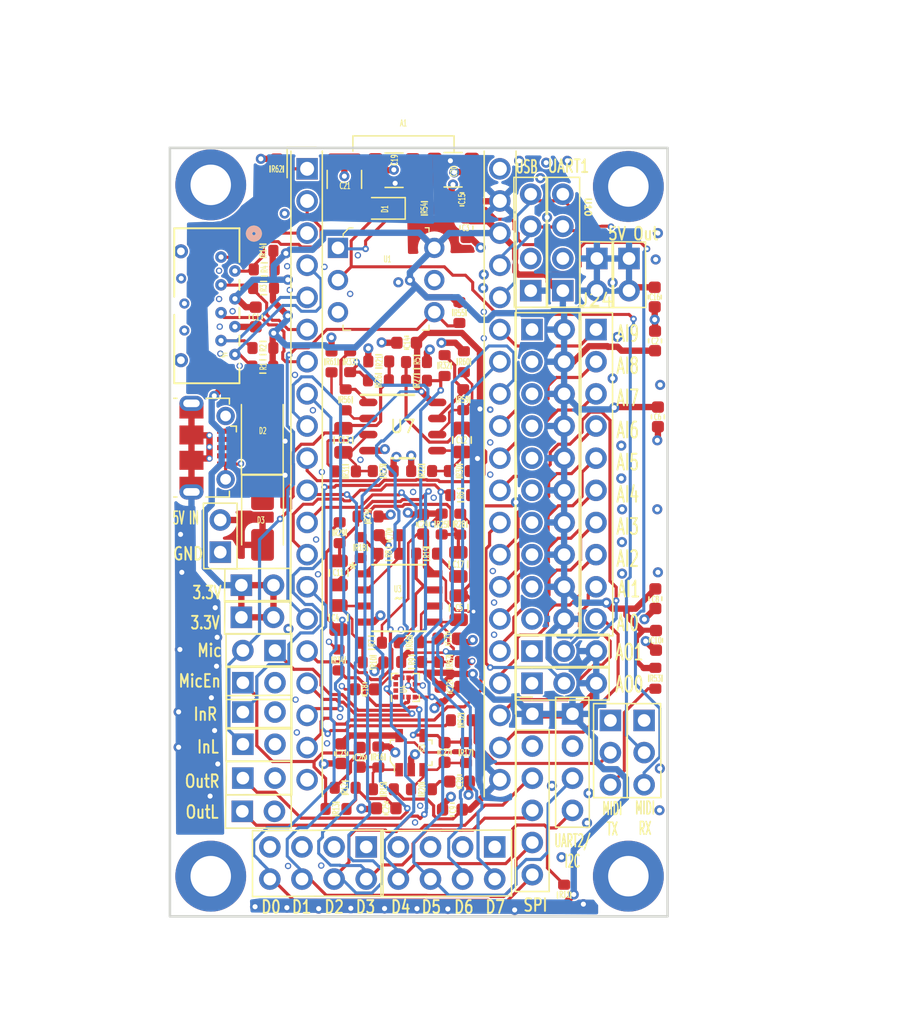
<source format=kicad_pcb>
(kicad_pcb (version 20221018) (generator pcbnew)
  (layers (0 "F.Cu" signal) (1 "In1.Cu" power) (2 "In2.Cu" power) (31 "B.Cu" signal) (34 "B.Paste" user) (35 "F.Paste" user) (36 "B.SilkS" user "B.Silkscreen") (37 "F.SilkS" user "F.Silkscreen") (38 "B.Mask" user) (39 "F.Mask" user) (44 "Edge.Cuts" user))
  (net 0 "")
  (net 1 "Net-(A1-USB_ID)")
  (net 2 "/MIDI_UART_TX")
  (net 3 "/MIDI_UART_RX")
  (net 4 "GND")
  (net 5 "+3.3VA")
  (net 6 "/USB_n")
  (net 7 "/USB_p")
  (net 8 "+3.3V")
  (net 9 "Net-(C11-Pad1)")
  (net 10 "Net-(C17-Pad1)")
  (net 12 "/DIO6")
  (net 13 "/DIO7")
  (net 14 "/AI_0")
  (net 15 "/AI_1")
  (net 16 "/AI_2")
  (net 17 "/AI_3")
  (net 18 "/AI_4")
  (net 19 "/AI_5")
  (net 20 "/AI_6")
  (net 21 "/AO_0")
  (net 22 "/AO_1")
  (net 23 "/AI_7")
  (net 24 "/AI_8")
  (net 25 "/AI_9")
  (net 26 "Net-(C28-Pad2)")
  (net 27 "/DIO5_SDA_TX")
  (net 28 "/DIO4_SCL_RX")
  (net 29 "/DIO3_PICO")
  (net 30 "/DIO2_POCI")
  (net 31 "/DIO1_SCK")
  (net 32 "/DIO0_CS")
  (net 36 "+5V")
  (net 37 "/Audio_OUT_2")
  (net 38 "/Audio_OUT_1")
  (net 39 "/Audio_IN_2")
  (net 40 "/Audio_IN_1")
  (net 41 "/SD_CLK")
  (net 42 "/SD_CMD")
  (net 43 "/SD_D0")
  (net 44 "/SD_D1")
  (net 45 "/SD_D2")
  (net 46 "/SD_D3")
  (net 47 "/Audio Out/L_in+")
  (net 48 "/Audio Out/R_in+")
  (net 49 "/Audio_OUT_L_CONN")
  (net 50 "/Audio In/R_in+")
  (net 51 "/Audio_IN_R_CONN")
  (net 52 "/Audio In/L_in+")
  (net 53 "/Audio_IN_L_CONN")
  (net 54 "/Audio_OUT_R_CONN")
  (net 55 "/Mic_OUT")
  (net 56 "/Audio Out/L_in-")
  (net 57 "/Audio Out/R_in-")
  (net 58 "/HEADER_5V")
  (net 59 "/USB_5V")
  (net 60 "/Audio Out/L_out")
  (net 61 "/Audio Out/R_out")
  (net 62 "/Audio In/R_out+")
  (net 63 "/Audio In/L_out+")
  (net 64 "/Audio In/L_in-")
  (net 65 "/Audio In/R_in-")
  (net 66 "/Condensor Microphone/MIC_BIAS")
  (net 67 "/Condensor Microphone/MIC_IN+")
  (net 68 "/Condensor Microphone/MIC_CONN")
  (net 69 "/Condensor Microphone/MIC_IN-")
  (net 70 "/MIDI_IN_CONN")
  (net 71 "/MIDI_IN_Diode")
  (net 72 "/MIDI_TX_CONN")
  (net 73 "/MIDI_TX_PWR")
  (net 74 "/MIDI_IN_CONN_R")
  (net 77 "Net-(U4-SA0{slash}SDO)")
  (footprint "1x2FemaleVertical:PinHeader_1x02_P2.54mm_VerticalFemale" (layer "F.Cu") (at 132.832544 63.938518 180)
    (fp_text reference "J6" hide)
    (fp_text value "Conn_01x02")
  )
  (footprint "Capacitor_SMD:C_0805_2012Metric" (layer "F.Cu") (at 142.182893 69.102923 90)
    (fp_text reference "C4")
    (fp_text value "10U")
  )
  (footprint "Resistor_SMD:R_0603_1608Metric" (layer "F.Cu") (at 142.269628 62.402352 90)
    (fp_text reference "R29")
    (fp_text value "DNP")
  )
  (footprint "Capacitor_SMD:C_0805_2012Metric" (layer "F.Cu") (at 151.686054 68.327051 -90)
    (fp_text reference "C5")
    (fp_text value "10U")
  )
  (footprint "Capacitor_SMD:C_0603_1608Metric" (layer "F.Cu") (at 145.9484 84.1756 180)
    (fp_text reference "C25")
    (fp_text value "0.1uF 0402")
  )
  (footprint "Resistor_SMD:R_0603_1608Metric" (layer "F.Cu") (at 145.3632 48.8696 180)
    (fp_text reference "R21")
    (fp_text value "1M")
  )
  (footprint "Resistor_SMD:R_0603_1608Metric" (layer "F.Cu") (at 148.3482 50.3936 180)
    (fp_text reference "R27")
    (fp_text value "DNP")
  )
  (footprint "Capacitor_SMD:C_0603_1608Metric" (layer "F.Cu") (at 144.259 74.7776 180)
    (fp_text reference "C18")
    (fp_text value "0.1uF 0402")
  )
  (footprint "Capacitor_SMD:C_0805_2012Metric" (layer "F.Cu") (at 142.5692 55.1028 -90)
    (fp_text reference "C13")
    (fp_text value "10U")
  )
  (footprint "MountingHole:MountingHole_3.2mm_M3_DIN965_Pad" (layer "F.Cu") (at 165.1 35.052)
    (fp_text reference "H4" hide)
    (fp_text value "MountingHole")
  )
  (footprint "Capacitor_SMD:C_0603_1608Metric" (layer "F.Cu") (at 167.2336 67.6148 -90)
    (fp_text reference "C8")
    (fp_text value "0.1uF 0402")
  )
  (footprint "1x2FemaleVertical:PinHeader_1x02_P2.54mm_VerticalFemale" (layer "F.Cu") (at 134.62 74.250898 90)
    (fp_text reference "J17" hide)
    (fp_text value "Conn_01x02")
  )
  (footprint "MountingHole:MountingHole_3.2mm_M3_DIN965_Pad" (layer "F.Cu") (at 165.1 89.535)
    (fp_text reference "H2" hide)
    (fp_text value "MountingHole")
  )
  (footprint "Capacitor_SMD:C_0805_2012Metric" (layer "F.Cu") (at 142.196461 65.582928 90)
    (fp_text reference "C11")
    (fp_text value "10U")
  )
  (footprint "1x2FemaleVertical:PinHeader_1x02_P2.54mm_VerticalFemale" (layer "F.Cu") (at 165.1508 40.7416)
    (fp_text reference "J16" hide)
    (fp_text value "Conn_01x02")
  )
  (footprint "Capacitor_SMD:C_0603_1608Metric" (layer "F.Cu") (at 151.749891 82.060984 180)
    (fp_text reference "C28")
    (fp_text value "1uF")
  )
  (footprint "Resistor_SMD:R_0603_1608Metric" (layer "F.Cu") (at 145.7178 57.531)
    (fp_text reference "R23")
    (fp_text value "1M")
  )
  (footprint "Capacitor_SMD:C_0603_1608Metric" (layer "F.Cu") (at 147.573 47.3964 180)
    (fp_text reference "C14")
    (fp_text value "0.1uF 0402")
  )
  (footprint "Capacitor_SMD:C_0603_1608Metric" (layer "F.Cu") (at 167.209191 47.248763 90)
    (fp_text reference "C2")
    (fp_text value "0.1uF 0402")
  )
  (footprint "Resistor_SMD:R_0603_1608Metric" (layer "F.Cu") (at 145.730291 82.670584)
    (fp_text reference "R15")
    (fp_text value "1M")
  )
  (footprint "Capacitor_SMD:C_0603_1608Metric" (layer "F.Cu") (at 152.2984 38.3032 -90)
    (fp_text reference "C3")
    (fp_text value "0.1uF 0402")
  )
  (footprint "Capacitor_SMD:C_0805_2012Metric" (layer "F.Cu") (at 151.9418 55.0774 -90)
    (fp_text reference "C12")
    (fp_text value "10U")
  )
  (footprint "FemaleHeaders:PinHeader_1x10_P2.54mm_Vertical_Female" (layer "F.Cu") (at 162.5426 46.355)
    (fp_text reference "J24")
    (fp_text value "Conn_01x10")
  )
  (footprint "DaisySeedThroughHold:Electrosmith_Daisy_Seed" (layer "F.Cu") (at 139.7 33.655)
    (fp_text reference "A1")
    (fp_text value "Electrosmith_Daisy_Seed_Rev4")
  )
  (footprint "Resistor_SMD:R_0603_1608Metric" (layer "F.Cu") (at 136.3086 41.6052 180)
    (fp_text reference "R4")
    (fp_text value "47k")
  )
  (footprint "Capacitor_SMD:C_1210_3225Metric" (layer "F.Cu") (at 146.575131 33.766407 180)
    (fp_text reference "C19")
    (fp_text value "100uF")
  )
  (footprint "Resistor_SMD:R_0603_1608Metric" (layer "F.Cu") (at 148.739691 82.670584 180)
    (fp_text reference "R20")
    (fp_text value "10k")
  )
  (footprint "Ultralibrarian:PinHeader_1x06_P2.54mm_Vertical_Female" (layer "F.Cu") (at 157.5054 76.7172)
    (fp_text reference "J19" hide)
    (fp_text value "Conn_01x06")
  )
  (footprint "FemaleHeaders:PinHeader_1x04_P2.54mm_Vertical_Female" (layer "F.Cu") (at 160.6804 76.7172)
    (fp_text reference "J7" hide)
    (fp_text value "Conn_01x04")
  )
  (footprint "Resistor_SMD:R_0603_1608Metric" (layer "F.Cu") (at 151.8412 59.436 180)
    (fp_text reference "R6")
    (fp_text value "10k")
  )
  (footprint "FemaleHeaders:PinHeader_1x03_P2.54mm_Vertical_Female" (layer "F.Cu") (at 157.48 71.755 90)
    (fp_text reference "J14" hide)
    (fp_text value "Conn_01x03")
  )
  (footprint "1x2FemaleVertical:PinHeader_1x02_P2.54mm_VerticalFemale" (layer "F.Cu") (at 162.6108 40.7416)
    (fp_text reference "J9" hide)
    (fp_text value "Conn_01x02")
  )
  (footprint "Resistor_SMD:R_0603_1608Metric" (layer "F.Cu") (at 145.336091 80.118384 -90)
    (fp_text reference "R16")
    (fp_text value "1M")
  )
  (footprint "Diode_SMD:D_SOD-323" (layer "F.Cu") (at 145.8468 36.7792 180)
    (fp_text reference "D1")
    (fp_text value "D_Schottky")
  )
  (footprint "Resistor_SMD:R_0603_1608Metric" (layer "F.Cu") (at 152.0434 51.8932 -90)
    (fp_text reference "R59")
    (fp_text value "0")
  )
  (footprint "Resistor_SMD:R_0603_1608Metric" (layer "F.Cu") (at 144.789794 71.092216 180)
    (fp_text reference "R7")
    (fp_text value "1M")
  )
  (footprint "USB_ESD:DRT3" (layer "F.Cu") (at 162.600625 38.190978 -90)
    (fp_text reference "U10")
    (fp_text value "TPD2EUSB30ADRTR")
  )
  (footprint "Ultralibrarian:D8_TEX" (layer "F.Cu") (at 146.949928 67.558828)
    (fp_text reference "U3")
    (fp_text value "~")
  )
  (footprint "FemaleHeaders:PinHeader_1x03_P2.54mm_Vertical_Female" (layer "F.Cu") (at 163.678752 77.233367)
    (fp_text reference "J1" hide)
    (fp_text value "Conn_01x03")
  )
  (footprint "Capacitor_SMD:C_0603_1608Metric" (layer "F.Cu") (at 146.16985 62.601248 180)
    (fp_text reference "C70")
    (fp_text value "DNP")
  )
  (footprint "Resistor_SMD:R_0603_1608Metric" (layer "F.Cu") (at 160.02 91.0336 90)
    (fp_text reference "R11")
    (fp_text value "10k")
  )
  (footprint "Resistor_SMD:R_0603_1608Metric" (layer "F.Cu") (at 143.934107 63.577278 -90)
    (fp_text reference "R18")
    (fp_text value "100")
  )
  (footprint "Capacitor_SMD:C_0603_1608Metric" (layer "F.Cu") (at 167.4368 53.2514 -90)
    (fp_text reference "C6")
    (fp_text value "0.1uF 0402")
  )
  (footprint "Resistor_SMD:R_0603_1608Metric" (layer "F.Cu") (at 136.207 40.132 180)
    (fp_text reference "R14")
    (fp_text value "47k")
  )
  (footprint "Package_LGA:LGA-12_2x2mm_P0.5mm" (layer "F.Cu") (at 147.4724 74.6252 90)
    (fp_text reference "U4")
    (fp_text value "LIS2DE12")
  )
  (footprint "FemaleHeaders:PinHeader_1x03_P2.54mm_Vertical_Female" (layer "F.Cu") (at 166.345752 77.233367)
    (fp_text reference "J3" hide)
    (fp_text value "Conn_01x03")
  )
  (footprint "FemaleHeaders:PinHeader_1x04_P2.54mm_Vertical_Female" (layer "F.Cu") (at 159.9184 43.2816 180)
    (fp_text reference "J20" hide)
    (fp_text value "Conn_01x04")
  )
  (footprint "Capacitor_SMD:C_0603_1608Metric" (layer "F.Cu") (at 135.636 45.36146 -90)
    (fp_text reference "C1")
    (fp_text value "0.1uF 0402")
  )
  (footprint "Resistor_SMD:R_0603_1608Metric" (layer "F.Cu") (at 152.0942 48.895 90)
    (fp_text reference "R60")
    (fp_text value "DNP")
  )
  (footprint "Resistor_SMD:R_0603_1608Metric" (layer "F.Cu") (at 142.7338 57.5564)
    (fp_text reference "R31")
    (fp_text value "1M")
  )
  (footprint "Capacitor_SMD:C_1210_3225Metric" (layer "F.Cu") (at 142.6464 34.4932 90)
    (fp_text reference "C21")
    (fp_text value "DNP_100uF")
  )
  (footprint "1x2FemaleVertical:PinHeader_1x02_P2.54mm_VerticalFemale" (layer "F.Cu") (at 134.62 76.572778 90)
    (fp_text reference "J13" hide)
    (fp_text value "Conn_01x02")
  )
  (footprint "Capacitor_SMD:C_0603_1608Metric" (layer "F.Cu") (at 167.2844 70.9038 -90)
    (fp_text reference "C10")
    (fp_text value "0.1uF 0402")
  )
  (footprint "Resistor_SMD:R_0603_1608Metric" (layer "F.Cu") (at 145.3378 50.3682)
    (fp_text reference "R26")
    (fp_text value "DNP")
  )
  (footprint "Resistor_SMD:R_0603_1608Metric" (layer "F.Cu") (at 136.207 47.81314 180)
    (fp_text reference "R2")
    (fp_text value "47k")
  )
  (footprint "digikey-footprints:DIP-6_W7.62mm" (layer "F.Cu") (at 142.1384 39.9022)
    (fp_text reference "U1")
    (fp_text value "H11L1M")
  )
  (footprint "FemaleHeaders:PinHeader_1x03_P2.54mm_Vertical_Female" (layer "F.Cu") (at 157.48 74.295 90)
    (fp_text reference "J10" hide)
    (fp_text value "Conn_01x03")
  )
  (footprint "Resistor_SMD:R_0603_1608Metric" (layer "F.Cu") (at 143.1026 48.894 90)
    (fp_text reference "R33")
    (fp_text value "4.7k")
  )
  (footprint "Capacitor_SMD:C_0603_1608Metric" (layer "F.Cu") (at 151.1808 84.2772 180)
    (fp_text reference "C9")
    (fp_text value "0.1uF 0402")
  )
  (footprint "Resistor_SMD:R_0603_1608Metric" (layer "F.Cu") (at 150.337571 61.717303 90)
    (fp_text reference "R25")
    (fp_text value "1M")
  )
  (footprint "Resistor_SMD:R_0603_1608Metric" (layer "F.Cu") (at 151.7366 57.531 180)
    (fp_text reference "R30")
    (fp_text value "1M")
  )
  (footprint "1x2FemaleVertical:PinHeader_1x02_P2.54mm_VerticalFemale" (layer "F.Cu") (at 134.575748 84.410898 90)
    (fp_text reference "J2" hide)
    (fp_text value "Conn_01x02")
  )
  (footprint "Resistor_SMD:R_0603_1608Metric" (layer "F.Cu") (at 141.6294 48.9072 90)
    (fp_text reference "R61")
    (fp_text value "DNP")
  )
  (footprint "1x2FemaleVertical:PinHeader_1x02_P2.54mm_VerticalFemale" (layer "F.Cu") (at 134.62 81.788 90)
    (fp_text reference "J11" hide)
    (fp_text value "Conn_01x02")
  )
  (footprint "Resistor_SMD:R_0603_1608Metric" (layer "F.Cu") (at 142.7094 82.55 180)
    (fp_text reference "R12")
    (fp_text value "2.2k")
  )
  (footprint "Capacitor_SMD:C_0603_1608Metric" (layer "F.Cu") (at 150.8252 70.7644)
    (fp_text reference "C71")
    (fp_text value "DNP")
  )
  (footprint "2x10FemaleHeader:PinHeader_2x10_P2.54mm_Vertical" (layer "F.Cu") (at 157.48 46.355)
    (fp_text reference "J23" hide)
    (fp_text value "Pins_02x10_P2.54mm_TH")
  )
  (footprint "Capacitor_SMD:C_0603_1608Metric" (layer "F.Cu") (at 151.9428 36.068 180)
    (fp_text reference "C15")
    (fp_text value "0.1uF 0402")
  )
  (footprint "Resistor_SMD:R_0603_1608Metric" (layer "F.Cu") (at 151.892 77.216)
    (fp_text reference "R52")
    (fp_text value "10")
  )
  (footprint "Capacitor_SMD:C_0603_1608Metric" (layer "F.Cu") (at 143.862891 80.143584 -90)
    (fp_text reference "C26")
    (fp_text value "0.1uF 0402")
  )
  (footprint "Capacitor_SMD:C_0603_1608Metric" (layer "F.Cu") (at 151.0024 74.5744)
    (fp_text reference "C22")
    (fp_text value "0.1uF 0402")
  )
  (footprint "1x2FemaleVertical:PinHeader_1x02_P2.54mm_VerticalFemale" (layer "F.Cu") (at 134.500654 66.548 90)
    (fp_text reference "J26" hide)
    (fp_text value "Conn_01x02")
  )
  (footprint "1x2FemaleVertical:PinHeader_1x02_P2.54mm_VerticalFemale" (layer "F.Cu") (at 137.16 71.710898 -90)
    (fp_text reference "J8" hide)
    (fp_text value "Conn_01x02")
  )
  (footprint "Capacitor_SMD:C_1210_3225Metric" (layer "F.Cu") (at 151.240038 33.7312)
    (fp_text reference "C20")
    (fp_text value "DNP_100uF")
  )
  (footprint "Capacitor_SMD:C_0603_1608Metric" (layer "F.Cu") (at 150.568491 79.761984 90)
    (fp_text reference "C27")
    (fp_text value "100pF COG")
  )
  (footprint "1x2FemaleVertical:PinHeader_1x02_P2.54mm_VerticalFemale" (layer "F.Cu") (at 134.62 79.112778 90)
    (fp_text reference "J12" hide)
    (fp_text value "Conn_01x02")
  )
  (footprint "digikey-footprints:SOT-353" (layer "F.Cu") (at 147.926891 79.774984)
    (fp_text reference "U2")
    (fp_text value "MAX4466EXK_T")
  )
  (footprint "Resistor_SMD:R_0603_1608Metric" (layer "F.Cu") (at 167.2336 73.9018 -90)
    (fp_text reference "R53")
    (fp_text value "33")
  )
  (footprint "Diode_SMD:D_SMA" (layer "F.Cu") (at 136.154565 54.280665 90)
    (fp_text reference "D2")
    (fp_text value "SS54")
  )
  (footprint "Resistor_SMD:R_0603_1608Metric" (layer "F.Cu") (at 151.7396 45.0088 90)
    (fp_text reference "R55")
    (fp_text value "470")
  )
  (footprint "Resistor_SMD:R_0603_1608Metric" (layer "F.Cu") (at 147.766328 71.060488 180)
    (fp_text reference "R66")
    (fp_text value "0")
  )
  (footprint "MountingHole:MountingHole_3.2mm_M3_DIN965_Pad" (layer "F.Cu") (at 132.08 89.535)
    (fp_text reference "H3" hide)
    (fp_text value "MountingHole")
  )
  (footprint "Resistor_SMD:R_0603_1608Metric" (layer "F.Cu") (at 149.146 64.056675)
    (fp_text reference "R19")
    (fp_text value "100")
  )
  (footprint "Resistor_SMD:R_0603_1608Metric" (layer "F.Cu") (at 146.159867 64.071883 180)
    (fp_text reference "R8")
    (fp_text value "0")
  )
  (footprint "Capacitor_SMD:C_0603_1608Metric" (layer "F.Cu") (at 142.3924 79.8576 -90)
    (fp_text reference "C23")
    (fp_text value "0.1uF 0402")
  )
  (footprint "Resistor_SMD:R_0603_1608Metric" (layer "F.Cu") (at 151.80803 61.7266 90)
    (fp_text reference "R28")
    (fp_text value "DNP")
  )
  (footprint "Resistor_SMD:R_0603_1608Metric" (layer "F.Cu") (at 142.1892 72.453 -90)
    (fp_text reference "R34")
    (fp_text value "DNP")
  )
  (footprint "Resistor_SMD:R_0603_1608Metric" (layer "F.Cu") (at 144.908821 72.648336)
    (fp_text reference "R10")
    (fp_text value "1M")
  )
  (footprint "Resistor_SMD:R_0603_1608Metric" (layer "F.Cu") (at 137.294044 33.667378 90)
    (fp_text reference "R62")
    (fp_text value "0")
  )
  (footprint "FemaleHeaders:PinHeader_1x04_P2.54mm_Vertical_Female" (layer "F.Cu") (at 157.3784 43.2816 180)
    (fp_text reference "J5" hide)
    (fp_text value "Conn_01x04")
  )
  (footprint "Resistor_SMD:R_0603_1608Metric" (layer "F.Cu") (at 148.3482 48.9204)
    (fp_text reference "R5")
    (fp_text value "1M")
  )
  (footprint "Connector_USB:USB_Micro-B_Molex-105017-0001" (layer "F.Cu") (at 131.7935 55.68176 -90)
    (fp_text reference "J15" hide)
    (fp_text value "USB_B_Micro")
  )
  (footprint "Resistor_SMD:R_0603_1608Metric" (layer "F.Cu") (at 142.747 51.9054 -90)
    (fp_text reference "R56")
    (fp_text value "0")
  )
  (footprint "Resistor_SMD:R_0603_1608Metric" (layer "F.Cu") (at 136.2578 43.0784 180)
    (fp_text reference "R3")
    (fp_text value "47k")
  )
  (footprint "Resistor_SMD:R_0603_1608Metric" (layer "F.Cu") (at 148.9721 36.7792)
    (fp_text reference "R54")
    (fp_text value "220")
  )
  (footprint "Resistor_SMD:R_0603_1608Metric" (layer "F.Cu") (at 147.960655 72.613045)
    (fp_text reference "R9")
    (fp_text value "1M")
  )
  (footprint "Capacitor_SMD:C_0603_1608Metric" (layer "F.Cu") (at 148.870146 61.732196 90)
    (fp_text reference "C24")
    (fp_text value "0.1uF 0402")
  )
  (footprint "Capacitor_SMD:C_0603_1608Metric" (layer "F.Cu") (at 167.1828 43.7896 -90)
    (fp_text reference "C16")
    (fp_text value "0.1uF 0402")
  )
  (footprint "Resistor_SMD:R_0603_1608Metric" (layer "F.Cu") (at 150.5702 49.1998 90)
    (fp_text reference "R32")
    (fp_text value "4.7k")
  )
  (footprint "MountingHole:MountingHole_3.2mm_M3_DIN965_Pad" (layer "F.Cu") (at 132.08 34.925)
    (fp_text reference "H1" hide)
    (fp_text value "MountingHole")
  )
  (footprint "Resistor_SMD:R_0603_1608Metric" (layer "F.Cu") (at 136.1948 49.276 180)
    (fp_text reference "R1")
    (fp_text value "47k")
  )
  (footprint "Resistor_SMD:R_0603_1608Metric" (layer "F.Cu") (at 150.953318 72.610181)
    (fp_text reference "R67")
    (fp_text value "1M")
  )
  (footprint "Resistor_SMD:R_0603_1608Metric" (layer "F.Cu") (at 141.986 84.2264)
    (fp_text reference "R13")
    (fp_text value "2.2k")
  )
  (footprint "TLV9062:D0008A_N" (layer "F.Cu") (at 147.2606 54.0146)
    (fp_text reference "U7")
    (fp_text value "TLV9062IDR")
  )
  (footprint "Resistor_SMD:R_0603_1608Metric" (layer "F.Cu") (at 152.2598 79.7682 -90)
    (fp_text reference "R17")
    (fp_text value "100k")
  )
  (footprint "1x2FemaleVertical:PinHeader_1x02_P2.54mm_VerticalFemale" (layer "F.Cu") (at 134.500654 69.088 90)
    (fp_text reference "J25" hide)
    (fp_text value "Conn_01x02")
  )
  (footprint "Capacitor_SMD:C_0805_2012Metric" (layer "F.Cu") (at 151.657966 64.907618 90)
    (fp_text reference "C17")
    (fp_text value "10U")
  )
  (footprint "Diode_SMD:D_SMA" (layer "F.Cu") (at 136.174012 61.362954 -90)
    (fp_text reference "D3")
    (fp_text value "SS54")
  )
  (footprint "Resistor_SMD:R_0603_1608Metric" (layer "F.Cu") (at 144.513801 61.120609)
    (fp_text reference "R24")
    (fp_text value "1M")
  )
  (footprint "Resistor_SMD:R_0603_1608Metric" (layer "F.Cu") (at 148.7526 57.531 180)
    (fp_text reference "R22")
    (fp_text value "1M")
  )
  (footprint "microSDVertical:CONN_PJS008U-3000-0_YAM" (layer "F.Cu") (at 133.0928 44.474399 -90)
    (fp_text reference "J4")
    (fp_text value "Micro_SD_Card")
  )
  (footprint "FemaleHeaders:PinHeader_2x04_P2.54mm_Vertical_Female" (layer "F.Cu") (at 154.5336 87.2236 -90)
    (fp_text reference "J18" hide)
    (fp_text value "Conn_02x04" hide)
  )
  (footprint "FemaleHeaders:PinHeader_2x04_P2.54mm_Vertical_Female" (layer "F.Cu") (at 144.3736 87.2236 -90)
    (fp_text reference "J21" hide)
    (fp_text value "Conn_02x04" hide)
  )
  (gr_rect (start 128.8542 32.004) (end 168.1988 92.71) (stroke (width 0.2)) (fill none) (layer "Edge.Cuts"))
  (gr_text "MicEn" (at 132.95547 73.529188) (layer "F.SilkS") (effects (font (size 1 0.7714)) (justify right top)))
  (gr_text "Mic" (at 133.043077 71.12) (layer "F.SilkS") (effects (font (size 1 0.7714)) (justify right top)))
  (gr_text "AI4" (at 166.022099 58.651653) (layer "F.SilkS") (effects (font (size 1.25 0.7714)) (justify right top)))
  (gr_text "MIDI\nTX" (at 163.83 83.6168) (layer "F.SilkS") (effects (font (size 1 0.5) (thickness 0.125)) (justify top)))
  (gr_text "AI2" (at 166.022099 63.731653) (layer "F.SilkS") (effects (font (size 1.25 0.7714)) (justify right top)))
  (gr_text "3.3V" (at 130.556 66.548) (layer "F.SilkS") (effects (font (size 1 0.7)) (justify left top)))
  (gr_text "AO0" (at 166.37 73.66) (layer "F.SilkS") (effects (font (size 1.25 0.7714)) (justify right top)))
  (gr_text "D5" (at 148.670203 91.3892) (layer "F.SilkS") (effects (font (size 1 0.7714)) (justify left top)))
  (gr_text "D2" (at 140.988072 91.3892) (layer "F.SilkS") (effects (font (size 1 0.7714)) (justify left top)))
  (gr_text "UART2/\nI2C" (at 160.6804 86.1568) (layer "F.SilkS") (effects (font (size 1 0.5) (thickness 0.125)) (justify top)))
  (gr_text "MIDI\nRX" (at 166.4208 83.566) (layer "F.SilkS") (effects (font (size 1 0.5) (thickness 0.125)) (justify top)))
  (gr_text "AI0" (at 166.022099 68.811653) (layer "F.SilkS") (effects (font (size 1.25 0.7714)) (justify right top)))
  (gr_text "D4" (at 146.250126 91.3892) (layer "F.SilkS") (effects (font (size 1 0.7714)) (justify left top)))
  (gr_text "D0" (at 135.995932 91.3892) (layer "F.SilkS") (effects (font (size 1 0.7714)) (justify left top)))
  (gr_text "D3" (at 143.466606 91.3892) (layer "F.SilkS") (effects (font (size 1 0.7714)) (justify left top)))
  (gr_text "3.3V" (at 130.401791 68.933342) (layer "F.SilkS") (effects (font (size 1 0.7)) (justify left top)))
  (gr_text "USB" (at 158.0134 32.9184) (layer "F.SilkS") (effects (font (size 1 0.5714) (thickness 0.14285)) (justify right top)))
  (gr_text "SPI" (at 156.718 91.2368) (layer "F.SilkS") (effects (font (size 1 0.7714)) (justify left top)))
  (gr_text "InL" (at 132.802158 78.740299) (layer "F.SilkS") (effects (font (size 1 0.7714)) (justify right top)))
  (gr_text "UART1" (at 158.6484 32.8676) (layer "F.SilkS") (effects (font (size 1 0.7)) (justify left top)))
  (gr_text "AO1" (at 166.37 71.12) (layer "F.SilkS") (effects (font (size 1.25 0.7714)) (justify right top)))
  (gr_text "AI5" (at 166.022099 56.111653) (layer "F.SilkS") (effects (font (size 1.25 0.7714)) (justify right top)))
  (gr_text "5V IN" (at 131.2164 60.6552) (layer "F.SilkS") (effects (font (size 1 0.5) (thickness 0.125)) (justify right top)))
  (gr_text "GND" (at 131.572 63.488872) (layer "F.SilkS") (effects (font (size 1 0.7714)) (justify right top)))
  (gr_text "5V Out" (at 167.5384 38.2016) (layer "F.SilkS") (effects (font (size 1 0.7714)) (justify right top)))
  (gr_text "AI6" (at 166.022099 53.571653) (layer "F.SilkS") (effects (font (size 1.25 0.7714)) (justify right top)))
  (gr_text "AI8" (at 166.022099 48.491653) (layer "F.SilkS") (effects (font (size 1.25 0.7714)) (justify right top)))
  (gr_text "D1" (at 138.416009 91.3892) (layer "F.SilkS") (effects (font (size 1 0.7714)) (justify left top)))
  (gr_text "D7" (at 153.7208 91.3892) (layer "F.SilkS") (effects (font (size 1 0.7714)) (justify left top)))
  (gr_text "OutL" (at 132.779658 83.886154) (layer "F.SilkS") (effects (font (size 1 0.7714)) (justify right top)))
  (gr_text "D6" (at 151.242266 91.3892) (layer "F.SilkS") (effects (font (size 1 0.7714)) (justify left top)))
  (gr_text "AI9" (at 166.022099 45.951653) (layer "F.SilkS") (effects (font (size 1.25 0.7714)) (justify right top)))
  (gr_text "AI7" (at 166.022099 51.031653) (layer "F.SilkS") (effects (font (size 1.25 0.7714)) (justify right top)))
  (gr_text "AI3" (at 166.022099 61.191653) (layer "F.SilkS") (effects (font (size 1.25 0.7714)) (justify right top)))
  (gr_text "InR" (at 132.670748 76.155898) (layer "F.SilkS") (effects (font (size 1 0.7714)) (justify right top)))
  (gr_text "AI1" (at 166.116 66.1416) (layer "F.SilkS") (effects (font (size 1.25 0.7714)) (justify right top)))
  (gr_text "OutR" (at 132.867265 81.455064) (layer "F.SilkS") (effects (font (size 1 0.7714)) (justify right top)))
  (segment (start 137.294044 34.492378) (end 138.131422 33.655) (width 0.25) (layer "F.Cu") (net 1))
  (segment (start 138.131422 33.655) (end 139.7 33.655) (width 0.25) (layer "F.Cu") (net 1))
  (segment (start 143.119358 77.653484) (end 150.629516 77.653484) (width 0.239) (layer "F.Cu") (net 2))
  (segment (start 150.629516 77.653484) (end 151.067 77.216) (width 0.239) (layer "F.Cu") (net 2))
  (segment (start 141.5801 78.0288) (end 142.744042 78.0288) (width 0.239) (layer "F.Cu") (net 2))
  (segment (start 142.744042 78.0288) (end 143.119358 77.653484) (width 0.239) (layer "F.Cu") (net 2))
  (segment (start 141.3261 78.2828) (end 141.5801 78.0288) (width 0.239) (layer "F.Cu") (net 2))
  (via (at 141.3261 78.2828) (size 0.5172) (drill 0.254) (layers "F.Cu" "B.Cu") (net 2))
  (segment (start 141.1735 69.825344) (end 141.1735 68.1485) (width 0.239) (layer "B.Cu") (net 2))
  (segment (start 140.8684 70.130444) (end 141.1735 69.825344) (width 0.239) (layer "B.Cu") (net 2))
  (segment (start 140.8684 77.8251) (end 140.8684 70.130444) (width 0.239) (layer "B.Cu") (net 2))
  (segment (start 141.3261 78.2828) (end 140.8684 77.8251) (width 0.239) (layer "B.Cu") (net 2))
  (segment (start 141.1735 68.1485) (end 139.7 66.675) (width 0.239) (layer "B.Cu") (net 2))
  (segment (start 148.4001 46.3405) (end 149.7584 44.9822) (width 0.239) (layer "F.Cu") (net 3))
  (segment (start 139.807186 47.7985) (end 141.265186 46.3405) (width 0.239) (layer "F.Cu") (net 3))
  (segment (start 151.7396 46.0636) (end 150.8132 46.0636) (width 0.239) (layer "F.Cu") (net 3))
  (segment (start 138.2776 48.3616) (end 138.8407 47.7985) (width 0.239) (layer "F.Cu") (net 3))
  (segment (start 150.8132 46.0636) (end 149.7076 44.958) (width 0.239) (layer "F.Cu") (net 3))
  (segment (start 138.8407 47.7985) (end 139.807186 47.7985) (width 0.239) (layer "F.Cu") (net 3))
  (segment (start 141.265186 46.3405) (end 148.4001 46.3405) (width 0.239) (layer "F.Cu") (net 3))
  (via (at 138.2776 48.3616) (size 0.5172) (drill 0.254) (layers "F.Cu" "B.Cu") (net 3))
  (segment (start 138.2776 48.3616) (end 138.1252 48.514) (width 0.239) (layer "B.Cu") (net 3))
  (segment (start 138.6332 58.571114) (end 138.176 59.028314) (width 0.239) (layer "B.Cu") (net 3))
  (segment (start 138.176 59.028314) (end 138.176 67.691) (width 0.239) (layer "B.Cu") (net 3))
  (segment (start 138.6035 56.060814) (end 138.6035 56.969186) (width 0.239) (layer "B.Cu") (net 3))
  (segment (start 138.1252 48.514) (end 138.1252 53.950886) (width 0.239) (layer "B.Cu") (net 3))
  (segment (start 138.6332 56.031114) (end 138.6035 56.060814) (width 0.239) (layer "B.Cu") (net 3))
  (segment (start 138.6332 54.458886) (end 138.6332 56.031114) (width 0.239) (layer "B.Cu") (net 3))
  (segment (start 138.6035 56.969186) (end 138.6332 56.998886) (width 0.239) (layer "B.Cu") (net 3))
  (segment (start 138.6332 56.998886) (end 138.6332 58.571114) (width 0.239) (layer "B.Cu") (net 3))
  (segment (start 138.1252 53.950886) (end 138.6332 54.458886) (width 0.239) (layer "B.Cu") (net 3))
  (segment (start 138.176 67.691) (end 139.7 69.215) (width 0.239) (layer "B.Cu") (net 3))
  (segment (start 135.529458 46.142468) (end 135.535466 46.13646) (width 0.25) (layer "F.Cu") (net 4))
  (segment (start 167.4368 54.0264) (end 167.4368 55.0548) (width 0.5) (layer "F.Cu") (net 4))
  (segment (start 145.39485 62.601248) (end 145.39485 62.660274) (width 0.5) (layer "F.Cu") (net 4))
  (segment (start 152.2984 39.0782) (end 152.6162 39.0782) (width 0.5) (layer "F.Cu") (net 4))
  (segment (start 145.73 55.9196) (end 145.8458 55.8038) (width 0.5) (layer "F.Cu") (net 4))
  (segment (start 149.1732 48.1584) (end 149.4018 47.9298) (width 0.5) (layer "F.Cu") (net 4))
  (segment (start 137.0076 32.8676) (end 136.0424 32.8676) (width 0.5) (layer "F.Cu") (net 4))
  (segment (start 167.209191 45.593991) (end 167.1828 45.5676) (width 0.5) (layer "F.Cu") (net 4))
  (segment (start 147.806572 60.957196) (end 147.664728 60.815352) (width 0.5) (layer "F.Cu") (net 4))
  (segment (start 144.535599 55.9196) (end 145.73 55.9196) (width 0.5) (layer "F.Cu") (net 4))
  (segment (start 146.5428 56.6308) (end 146.7602 56.4134) (width 0.5) (layer "F.Cu") (net 4))
  (segment (start 144.026293 84.2264) (end 143.994309 84.194416) (width 0.5) (layer "F.Cu") (net 4))
  (segment (start 142.6464 33.0182) (end 142.6464 34.2392) (width 0.5) (layer "F.Cu") (net 4))
  (segment (start 146.798 47.3964) (end 145.6172 47.3964) (width 0.5) (layer "F.Cu") (net 4))
  (segment (start 152.524891 83.046909) (end 152.463 83.1088) (width 0.5) (layer "F.Cu") (net 4))
  (segment (start 151.675394 74.5744) (end 151.7774 74.5744) (width 0.5) (layer "F.Cu") (net 4))
  (segment (start 130.556 54.68176) (end 130.556 52.78176) (width 0.5) (layer "F.Cu") (net 4))
  (segment (start 130.556 58.58176) (end 130.556 56.68176) (width 0.5) (layer "F.Cu") (net 4))
  (segment (start 145.100131 33.766407) (end 146.522793 33.766407) (width 0.5) (layer "F.Cu") (net 4))
  (segment (start 137.134422 32.842378) (end 137.0584 32.9184) (width 0.5) (layer "F.Cu") (net 4))
  (segment (start 147.9276 56.3128) (end 147.9286 56.3118) (width 0.5) (layer "F.Cu") (net 4))
  (segment (start 130.69736 56.5404) (end 130.556 56.68176) (width 0.5) (layer "F.Cu") (net 4))
  (segment (start 147.926891 80.215909) (end 148.233398 79.909402) (width 0.5) (layer "F.Cu") (net 4))
  (segment (start 148.2349 74.8752) (end 148.2349 74.3752) (width 0.2) (layer "F.Cu") (net 4))
  (segment (start 147.6756 74.4728) (end 147.7224 74.426) (width 0.2) (layer "F.Cu") (net 4))
  (segment (start 145.6172 47.3964) (end 145.5918 47.371) (width 0.5) (layer "F.Cu") (net 4))
  (segment (start 150.506994 75.7428) (end 151.675394 74.5744) (width 0.5) (layer "F.Cu") (net 4))
  (segment (start 150.3172 47.3964) (end 151.4206 47.3964) (width 0.5) (layer "F.Cu") (net 4))
  (segment (start 130.556 54.68176) (end 130.556 56.68176) (width 0.5) (layer "F.Cu") (net 4))
  (segment (start 145.1356 84.2264) (end 144.026293 84.2264) (width 0.5) (layer "F.Cu") (net 4))
  (segment (start 147.926891 81.124984) (end 147.926891 80.215909) (width 0.5) (layer "F.Cu") (net 4))
  (segment (start 144.969972 69.463828) (end 144.225778 69.463828) (width 0.5) (layer "F.Cu") (net 4))
  (segment (start 145.39485 62.660274) (end 146.140728 63.406152) (width 0.5) (layer "F.Cu") (net 4))
  (segment (start 146.522793 33.766407) (end 146.558 33.7312) (width 0.5) (layer "F.Cu") (net 4))
  (segment (start 147.7224 74.426) (end 147.7224 73.8627) (width 0.2) (layer "F.Cu") (net 4))
  (segment (start 150.337571 60.892303) (end 148.935039 60.892303) (width 0.5) (layer "F.Cu") (net 4))
  (segment (start 152.524891 82.060984) (end 152.524891 83.046909) (width 0.5) (layer "F.Cu") (net 4))
  (segment (start 151.13 35.2044) (end 151.2316 35.1028) (width 0.5) (layer "F.Cu") (net 4))
  (segment (start 141.0586 80.6326) (end 141.0208 80.6704) (width 0.5) (layer "F.Cu") (net 4))
  (segment (start 167.1828 71.6788) (end 167.2844 71.6788) (width 0.5) (layer "F.Cu") (net 4))
  (segment (start 166.4716 70.9676) (end 167.1828 71.6788) (width 0.5) (layer "F.Cu") (net 4))
  (segment (start 163.692378 38.190978) (end 163.7284 38.227) (width 0.25) (layer "F.Cu") (net 4))
  (segment (start 142.1892 71.628) (end 142.0368 71.628) (width 0.2) (layer "F.Cu") (net 4))
  (segment (start 142.6972 74.7776) (end 142.4432 74.5236) (width 0.2) (layer "F.Cu") (net 4))
  (segment (start 130.58584 54.7116) (end 130.556 54.68176) (width 0.5) (layer "F.Cu") (net 4))
  (segment (start 147.9276 57.531) (end 147.9276 56.3128) (width 0.5) (layer "F.Cu") (net 4))
  (segment (start 150.337571 61.038109) (end 149.645928 61.729752) (width 0.5) (layer "F.Cu") (net 4))
  (segment (start 131.980674 55.626458) (end 131.980674 56.538126) (width 0.5) (layer "F.Cu") (net 4))
  (segment (start 149.7701 76.267562) (end 150.294862 75.7428) (width 0.5) (layer "F.Cu") (net 4))
  (segment (start 167.209191 46.473763) (end 167.209191 45.593991) (width 0.5) (layer "F.Cu") (net 4))
  (segment (start 137.294044 32.842378) (end 137.134422 32.842378) (width 0.5) (layer "F.Cu") (net 4))
  (segment (start 148.870146 60.957196) (end 147.806572 60.957196) (width 0.5) (layer "F.Cu") (net 4))
  (segment (start 131.980674 55.626458) (end 131.980674 54.713874) (width 0.5) (layer "F.Cu") (net 4))
  (segment (start 148.2349 74.3752) (end 148.2349 73.8752) (width 0.2) (layer "F.Cu") (net 4))
  (segment (start 167.1828 44.5646) (end 167.1828 45.5676) (width 0.5) (layer "F.Cu") (net 4))
  (segment (start 167.2206 68.3898) (end 166.37 69.2404) (width 0.5) (layer "F.Cu") (net 4))
  (segment (start 133.256 56.98176) (end 133.256 58.18176) (width 0.25) (layer "F.Cu") (net 4))
  (segment (start 151.542423 71.037153) (end 152.632127 71.037153) (width 0.5) (layer "F.Cu") (net 4))
  (segment (start 151.4206 47.3964) (end 152.0942 48.07) (width 0.5) (layer "F.Cu") (net 4))
  (segment (start 144.5382 48.8696) (end 144.5382 47.8414) (width 0.5) (layer "F.Cu") (net 4))
  (segment (start 148.7464 74.3752) (end 148.844 74.4728) (width 0.2) (layer "F.Cu") (net 4))
  (segment (start 150.4058 84.2772) (end 150.4058 83.9202) (width 0.5) (layer "F.Cu") (net 4))
  (segment (start 145.4982 68.9356) (end 144.969972 69.463828) (width 0.5) (layer "F.Cu") (net 4))
  (segment (start 133.884462 46.142468) (end 135.529458 46.142468) (width 0.5) (layer "F.Cu") (net 4))
  (segment (start 131.980674 56.538126) (end 131.9784 56.5404) (width 0.5) (layer "F.Cu") (net 4))
  (segment (start 147.6756 74.4728) (end 148.078 74.8752) (width 0.2) (layer "F.Cu") (net 4))
  (segment (start 146.150643 61.120609) (end 145.338801 61.120609) (width 0.5) (layer "F.Cu") (net 4))
  (segment (start 152.6162 39.0782) (end 153.416 39.878) (width 0.5) (layer "F.Cu") (net 4))
  (segment (start 149.1732 48.9204) (end 149.1732 48.1584) (width 0.5) (layer "F.Cu") (net 4))
  (segment (start 145.336091 79.293384) (end 146.209184 79.293384) (width 0.5) (layer "F.Cu") (net 4))
  (segment (start 150.4058 83.9202) (end 151.0648 83.2612) (width 0.5) (layer "F.Cu") (net 4))
  (segment (start 150.294862 75.7428) (end 150.506994 75.7428) (width 0.5) (layer "F.Cu") (net 4))
  (segment (start 134.43264 56.98176) (end 134.4676 56.9468) (width 0.25) (layer "F.Cu") (net 4))
  (segment (start 151.35648 33.91112) (end 151.3332 33.9344) (width 0.5) (layer "F.Cu") (net 4))
  (segment (start 146.209184 79.293384) (end 146.6718 79.756) (width 0.5) (layer "F.Cu") (net 4))
  (segment (start 131.9784 54.7116) (end 130.58584 54.7116) (width 0.5) (layer "F.Cu") (net 4))
  (segment (start 133.256 56.98176) (end 134.43264 56.98176) (width 0.25) (layer "F.Cu") (net 4))
  (segment (start 142.0368 71.628) (end 141.4272 71.0184) (width 0.2) (layer "F.Cu") (net 4))
  (segment (start 167.4368 55.0548) (end 167.386 55.1056) (width 0.5) (layer "F.Cu") (net 4))
  (segment (start 148.935039 60.892303) (end 148.870146 60.957196) (width 0.5) (layer "F.Cu") (net 4))
  (segment (start 143.484 74.7776) (end 142.6972 74.7776) (width 0.2) (layer "F.Cu") (net 4))
  (segment (start 146.5428 57.531) (end 146.5428 56.6308) (width 0.5) (layer "F.Cu") (net 4))
  (segment (start 145.030479 73.351678) (end 145.733821 72.648336) (width 0.5) (layer "F.Cu") (net 4))
  (segment (start 146.304 60.967252) (end 146.150643 61.120609) (width 0.5) (layer "F.Cu") (net 4))
  (segment (start 152.7556 72.5424) (end 152.687819 72.610181) (width 0.5) (layer "F.Cu") (net 4))
  (segment (start 141.6294 46.9962) (end 141.6294 48.0822) (width 0.5) (layer "F.Cu") (net 4))
  (segment (start 151.13 36.068) (end 151.13 35.0012) (width 0.5) (layer "F.Cu") (net 4))
  (segment (start 145.030479 73.351679) (end 145.030479 73.351678) (width 0.5) (layer "F.Cu") (net 4))
  (segment (start 152.632127 71.037153) (end 152.795528 70.873752) (width 0.5) (layer "F.Cu") (net 4))
  (segment (start 131.980674 54.713874) (end 131.9784 54.7116) (width 0.5) (layer "F.Cu") (net 4))
  (segment (start 162.970525 38.190978) (end 163.692378 38.190978) (width 0.25) (layer "F.Cu") (net 4))
  (segment (start 131.9784 56.5404) (end 130.69736 56.5404) (width 0.5) (layer "F.Cu") (net 4))
  (segment (start 152.715038 33.91112) (end 151.35648 33.91112) (width 0.5) (layer "F.Cu") (net 4))
  (segment (start 167.2336 68.3898) (end 167.2206 68.3898) (width 0.5) (layer "F.Cu") (net 4))
  (segment (start 150.337571 60.892303) (end 150.337571 61.038109) (width 0.5) (layer "F.Cu") (net 4))
  (segment (start 152.687819 72.610181) (end 151.778318 72.610181) (width 0.5) (layer "F.Cu") (net 4))
  (segment (start 137.0584 32.9184) (end 137.0076 32.8676) (width 0.5) (layer "F.Cu") (net 4))
  (segment (start 144.525 47.8282) (end 144.5382 47.8414) (width 0.5) (layer "F.Cu") (net 4))
  (segment (start 148.078 74.8752) (end 148.2349 74.8752) (width 0.2) (layer "F.Cu") (net 4))
  (segment (start 148.2349 73.8752) (end 148.2224 73.8627) (width 0.2) (layer "F.Cu") (net 4))
  (segment (start 142.3924 80.6326) (end 141.0586 80.6326) (width 0.5) (layer "F.Cu") (net 4))
  (segment (start 147.7224 73.8627) (end 148.2224 73.8627) (width 0.2) (layer "F.Cu") (net 4))
  (segment (start 148.2349 74.3752) (end 148.7464 74.3752) (width 0.2) (layer "F.Cu") (net 4))
  (via (at 153.67 47.0408) (size 0.5) (drill 0.3) (layers "F.Cu" "B.Cu") (net 4))
  (via (at 134.4676 56.9468) (size 0.5172) (drill 0.254) (layers "F.Cu" "B.Cu") (net 4))
  (via (at 141.4272 71.0184) (size 0.5) (drill 0.3) (layers "F.Cu" "B.Cu") (net 4))
  (via (at 153.6192 43.0784) (size 0.8) (drill 0.4) (layers "F.Cu" "B.Cu") (net 4))
  (via (at 146.7602 56.4134) (size 0.8) (drill 0.4) (layers "F.Cu" "B.Cu") (net 4))
  (via (at 132.7404 43.942) (size 0.5) (drill 0.3) (layers "F.Cu" "B.Cu") (net 4))
  (via (at 140.5636 65.6844) (size 0.5) (drill 0.3) (layers "F.Cu" "B.Cu") (net 4))
  (via (at 163.8554 50.2158) (size 0.8) (drill 0.4) (layers "F.Cu" "B.Cu") (net 4))
  (via (at 154.4828 67.9196) (size 0.5) (drill 0.3) (layers "F.Cu" "B.Cu") (net 4))
  (via (at 129.54 79.3496) (size 0.8) (drill 0.4) (layers "F.Cu" "B.Cu") (net 4))
  (via (at 133.8072 44.9072) (size 0.5) (drill 0.3) (layers "F.Cu" "B.Cu") (net 4))
  (via (at 150.3172 47.3964) (size 0.8) (drill 0.4) (layers "F.Cu" "B.Cu") (net 4))
  (via (at 148.3868 92.1004) (size 0.8) (drill 0.4) (layers "F.Cu" "B.Cu") (net 4))
  (via (at 138.193574 88.730026) (size 0.5) (drill 0.3) (layers "F.Cu" "B.Cu") (net 4))
  (via (at 146.304 60.967252) (size 0.8) (drill 0.4) (layers "F.Cu" "B.Cu") (net 4))
  (via (at 156.464 33.02) (size 0.8) (drill 0.4) (layers "F.Cu" "B.Cu") (net 4))
  (via (at 152.7556 72.5424) (size 0.5) (drill 0.3) (layers "F.Cu" "B.Cu") (net 4))
  (via (at 159.8168 88.0364) (size 0.8) (drill 0.4) (layers "F.Cu" "B.Cu") (net 4))
  (via (at 161.9504 82.9818) (size 0.8) (drill 0.4) (layers "F.Cu" "B.Cu") (net 4))
  (via (at 154.4828 70.4596) (size 0.5) (drill 0.3) (layers "F.Cu" "B.Cu") (net 4))
  (via (at 161.544 91.7448) (size 0.8) (drill 0.4) (layers "F.Cu" "B.Cu") (net 4))
  (via (at 132.7912 46.1264) (size 0.5) (drill 0.3) (layers "F.Cu" "B.Cu") (net 4))
  (via (at 137.922 37.1856) (size 0.8) (drill 0.4) (layers "F.Cu" "B.Cu") (net 4))
  (via (at 167.1828 45.5676) (size 0.8) (drill 0.4) (layers "F.Cu" "B.Cu") (net 4))
  (via (at 166.4716 70.9676) (size 0.8) (drill 0.4) (layers "F.Cu" "B.Cu") (net 4))
  (via (at 132.7404 41.7068) (size 0.5) (drill 0.3) (layers "F.Cu" "B.Cu") (net 4))
  (via (at 140.6144 92.1004) (size 0.8) (drill 0.4) (layers "F.Cu" "B.Cu") (net 4))
  (via (at 129.794 65.532) (size 0.8) (drill 0.4) (layers "F.Cu" "B.Cu") (net 4))
  (via (at 167.6146 50.7238) (size 0.8) (drill 0.4) (layers "F.Cu" "B.Cu") (net 4))
  (via (at 143.994309 84.194416) (size 0.8) (drill 0.4) (layers "F.Cu" "B.Cu") (net 4))
  (via (at 129.6416 71.628) (size 0.8) (drill 0.4) (layers "F.Cu" "B.Cu") (net 4))
  (via (at 145.4982 68.9356) (size 0.8) (drill 0.4) (layers "F.Cu" "B.Cu") (net 4))
  (via (at 167.386 55.1056) (size 0.8) (drill 0.4) (layers "F.Cu" "B.Cu") (net 4))
  (via (at 163.8554 42.6466) (size 0.8) (drill 0.4) (layers "F.Cu" "B.Cu") (net 4))
  (via (at 158.6738 37.4904) (size 0.8) (drill 0.4) (layers "F.Cu" "B.Cu") (net 4))
  (via (at 167.4368 38.735) (size 0.8) (drill 0.4) (layers "F.Cu" "B.Cu") (net 4))
  (via (at 167.386 60.5536) (size 0.8) (drill 0.4) (layers "F.Cu" "B.Cu") (net 4))
  (via (at 164.5412 55.5244) (size 0.8) (drill 0.4) (layers "F.Cu" "B.Cu") (net 4))
  (via (at 147.664728 60.815352) (size 0.8) (drill 0.4) (layers "F.Cu" "B.Cu") (net 4))
  (via (at 154.178 55.2704) (size 0.5) (drill 0.3) (layers "F.Cu" "B.Cu") (net 4))
  (via (at 131.9784 56.5404) (size 0.5) (drill 0.3) (layers "F.Cu" "B.Cu") (net 4))
  (via (at 131.9784 54.7116) (size 0.5) (drill 0.3) (layers "F.Cu" "B.Cu") (net 4))
  (via (at 152.795528 70.873752) (size 0.8) (drill 0.4) (layers "F.Cu" "B.Cu") (net 4))
  (via (at 147.6756 74.4728) (size 0.5) (drill 0.3) (layers "F.Cu" "B.Cu") (net 4))
  (via (at 166.37 69.2404) (size 0.8) (drill 0.4) (layers "F.Cu" "B.Cu") (net 4))
  (via (at 146.140728 63.406152) (size 0.5172) (drill 0.254) (layers "F.Cu" "B.Cu") (net 4))
  (via (at 153.416 39.878) (size 0.8) (drill 0.4) (layers "F.Cu" "B.Cu") (net 4))
  (via (at 144.5382 47.8414) (size 0.8) (drill 0.4) (layers "F.Cu" "B.Cu") (net 4))
  (via (at 141.6202 46.987) (size 0.8) (drill 0.4) (layers "F.Cu" "B.Cu") (net 4))
  (via (at 129.54 76.5556) (size 0.8) (drill 0.4) (layers "F.Cu" "B.Cu") (net 4))
  (via (at 149.645928 61.729752) (size 0.5172) (drill 0.254) (layers "F.Cu" "B.Cu") (net 4))
  (via (at 143.1036 43.5356) (size 0.5) (drill 0.3) (layers "F.Cu" "B.Cu") (net 4))
  (via (at 167.4368 65.532) (size 0.8) (drill 0.4) (layers "F.Cu" "B.Cu") (net 4))
  (via (at 149.4018 47.9298) (size 0.8) (drill 0.4) (layers "F.Cu" "B.Cu") (net 4))
  (via (at 129.6924 62.5348) (size 0.8) (drill 0.4) (layers "F.Cu" "B.Cu") (net 4))
  (via (at 164.2364 46.9392) (size 0.8) (drill 0.4) (layers "F.Cu" "B.Cu") (net 4))
  (via (at 132.0292 83.2104) (size 0.8) (drill 0.4) (layers "F.Cu" "B.Cu") (net 4))
  (via (at 167.5638 84.328) (size 0.8) (drill 0.4) (layers "F.Cu" "B.Cu") (net 4))
  (via (at 153.67 42.0116) (size 0.8) (drill 0.4) (layers "F.Cu" "B.Cu") (net 4))
  (via (at 164.592 63.1444) (size 0.8) (drill 0.4) (layers "F.Cu" "B.Cu") (net 4))
  (via (at 151.0648 83.2612) (size 0.8) (drill 0.4) (layers "F.Cu" "B.Cu") (net 4))
  (via (at 167.259 40.8178) (size 0.8) (drill 0.4) (layers "F.Cu" "B.Cu") (net 4))
  (via (at 142.6464 34.2392) (size 0.8) (drill 0.4) (layers "F.Cu" "B.Cu") (net 4))
  (via (at 158.1404 34.3916) (size 0.8) (drill 0.4) (layers "F.Cu" "B.Cu") (net 4))
  (via (at 151.2316 34.8996) (size 0.8) (drill 0.4) (layers "F.Cu" "B.Cu") (net 4))
  (via (at 131.980674 55.626458) (size 0.5) (drill 0.3) (layers "F.Cu" "B.Cu") (net 4))
  (via (at 150.8252 92.1258) (size 0.8) (drill 0.4) (layers "F.Cu" "B.Cu") (net 4))
  (via (at 138.7348 49.9364) (size 0.5) (drill 0.3) (layers "F.Cu" "B.Cu") (net 4))
  (via (at 148.6408 83.9724) (size 0.5) (drill 0.3) (layers "F.Cu" "B.Cu") (net 4))
  (via (at 140.1572 52.7304) (size 0.5) (drill 0.3) (layers "F.Cu" "B.Cu") (net 4))
  (via (at 132.842 48.26) (size 0.5) (drill 0.3) (layers "F.Cu" "B.Cu") (net 4))
  (via (at 146.558 33.7312) (size 0.8) (drill 0.4) (layers "F.Cu" "B.Cu") (net 4))
  (via (at 132.3848 78.0288) (size 0.8) (drill 0.4) (layers "F.Cu" "B.Cu") (net 4))
  (via (at 145.5918 47.371) (size 0.8) (drill 0.4) (layers "F.Cu" "B.Cu") (net 4))
  (via (at 158.5976 33.1724) (size 0.8) (drill 0.4) (layers "F.Cu" "B.Cu") (net 4))
  (via (at 138.7856 75.5904) (size 0.5) (drill 0.3) (layers "F.Cu" "B.Cu") (net 4))
  (via (at 141.0208 80.6704) (size 0.8) (drill 0.4) (layers "F.Cu" "B.Cu") (net 4))
  (via (at 159.0548 82.3976) (size 0.8) (drill 0.4) (layers "F.Cu" "B.Cu") (net 4))
  (via (at 132.588 70.6628) (size 0.8) (drill 0.4) (layers "F.Cu" "B.Cu") (net 4))
  (via (at 141.0716 41.402) (size 0.5) (drill 0.3) (layers "F.Cu" "B.Cu") (net 4))
  (via (at 143.7132 40.4876) (size 0.5) (drill 0.3) (layers "F.Cu" "B.Cu") (net 4))
  (via (at 146.9136 42.6212) (size 0.8) (drill 0.4) (layers "F.Cu" "B.Cu") (net 4))
  (via (at 138.2268 70.0024) (size 0.8) (drill 0.4) (layers "F.Cu" "B.Cu") (net 4))
  (via (at 129.9972 44.2976) (size 0.8) (drill 0.4) (layers "F.Cu" "B.Cu") (net 4))
  (via (at 140.8684 57.6072) (size 0.5) (drill 0.3) (layers "F.Cu" "B.Cu") (net 4))
  (via (at 132.6388 80.6704) (size 0.8) (drill 0.4) (layers "F.Cu" "B.Cu") (net 4))
  (via (at 153.67 44.958) (size 0.5) (drill 0.3) (layers "F.Cu" "B.Cu") (net 4))
  (via (at 129.9972 46.4312) (size 0.8) (drill 0.4) (layers "F.Cu" "B.Cu") (net 4))
  (via (at 138.0998 92.0242) (size 0.8) (drill 0.4) (layers "F.Cu" "B.Cu") (net 4))
  (via (at 161.833131 85.328331) (size 0.8) (drill 0.4) (layers "F.Cu" "B.Cu") (net 4))
  (via (at 143.9164 56.642) (size 0.5) (drill 0.3) (layers "F.Cu" "B.Cu") (net 4))
  (via (at 145.030479 73.351679) (size 0.8) (drill 0.4) (layers "F.Cu" "B.Cu") (net 4))
  (via (at 142.2908 76.962) (size 0.5) (drill 0.3) (layers "F.Cu" "B.Cu") (net 4))
  (via (at 138.8872 78.1812) (size 0.5) (drill 0.3) (layers "F.Cu" "B.Cu") (net 4))
  (via (at 148.082 59.182) (size 0.5) (drill 0.3) (layers "F.Cu" "B.Cu") (net 4))
  (via (at 149.7076 59.6392) (size 0.5) (drill 0.3) (layers "F.Cu" "B.Cu") (net 4))
  (via (at 132.4356 68.326) (size 0.8) (drill 0.4) (layers "F.Cu" "B.Cu") (net 4))
  (via (at 151.3332 33.9344) (size 0.8) (drill 0.4) (layers "F.Cu" "B.Cu") (net 4))
  (via (at 154.178 57.8104) (size 0.5) (drill 0.3) (layers "F.Cu" "B.Cu") (net 4))
  (via (at 156.1084 92.202) (size 0.8) (drill 0.4) (layers "F.Cu" "B.Cu") (net 4))
  (via (at 140.8176 88.6968) (size 0.5) (drill 0.3) (layers "F.Cu" "B.Cu") (net 4))
  (via (at 154.178 52.6796) (size 0.5172) (drill 0.254) (layers "F.Cu" "B.Cu") (net 4))
  (via (at 140.4112 62.9412) (size 0.5) (drill 0.3) (layers "F.Cu" "B.Cu") (net 4))
  (via (at 142.4432 74.5236) (size 0.5) (drill 0.3) (layers "F.Cu" "B.Cu") (net 4))
  (via (at 141.2748 79.0448) (size 0.5) (drill 0.3) (layers "F.Cu" "B.Cu") (net 4))
  (via (at 164.5412 58.1152) (size 0.8) (drill 0.4) (layers "F.Cu" "B.Cu") (net 4))
  (via (at 148.233398 79.909402) (size 0.8) (drill 0.4) (layers "F.Cu" "B.Cu") (net 4))
  (via (at 143.1544 92.075) (size 0.8) (drill 0.4) (layers "F.Cu" "B.Cu") (net 4))
  (via (at 154.3812 65.4304) (size 0.5) (drill 0.3) (layers "F.Cu" "B.Cu") (net 4))
  (via (at 132.1308 75.438) (size 0.8) (drill 0.4) (layers "F.Cu" "B.Cu") (net 4))
  (via (at 160.274 33.02) (size 0.8) (drill 0.4) (layers "F.Cu" "B.Cu") (net 4))
  (via (at 147.9286 56.3118) (size 0.8) (drill 0.4) (layers "F.Cu" "B.Cu") (net 4))
  (via (at 145.8458 55.8038) (size 0.8) (drill 0.4) (layers "F.Cu" "B.Cu") (net 4))
  (via (at 164.603752 60.5536) (size 0.8) (drill 0.4) (layers "F.Cu" "B.Cu") (net 4))
  (via (at 138.3284 43.2308) (size 0.5) (drill 0.3) (layers "F.Cu" "B.Cu") (net 4))
  (via (at 132.5372 72.9488) (size 0.8) (drill 0.4) (layers "F.Cu" "B.Cu") (net 4))
  (via (at 136.0424 32.8676) (size 0.8) (drill 0.4) (layers "F.Cu" "B.Cu") (net 4))
  (via (at 167.5892 81.026) (size 0.8) (drill 0.4) (layers "F.Cu" "B.Cu") (net 4))
  (via (at 147.1168 70.0532) (size 0.5) (drill 0.3) (layers "F.Cu" "B.Cu") (net 4))
  (via (at 163.7284 38.227) (size 0.5172) (drill 0.254) (layers "F.Cu" "B.Cu") (net 4))
  (via (at 134.366 49.2252) (size 0.5) (drill 0.3) (layers "F.Cu" "B.Cu") (net 4))
  (via (at 149.7701 76.267562) (size 0.8) (drill 0.4) (layers "F.Cu" "B.Cu") (net 4))
  (via (at 152.463 83.1088) (size 0.8) (drill 0.4) (layers "F.Cu" "B.Cu") (net 4))
  (via (at 148.844 74.4728) (size 0.5) (drill 0.3) (layers "F.Cu" "B.Cu") (net 4))
  (via (at 148.2344 85.2932) (size 0.5) (drill 0.3) (layers "F.Cu" "B.Cu") (net 4))
  (via (at 146.6718 79.756) (size 0.8) (drill 0.4) (layers "F.Cu" "B.Cu") (net 4))
  (via (at 129.7432 42.3164) (size 0.8) (drill 0.4) (layers "F.Cu" "B.Cu") (net 4))
  (via (at 164.603252 65.6336) (size 0.8) (drill 0.4) (layers "F.Cu" "B.Cu") (net 4))
  (via (at 145.8214 92.0915) (size 0.8) (drill 0.4) (layers "F.Cu" "B.Cu") (net 4))
  (via (at 135.5852 91.948) (size 0.8) (drill 0.4) (layers "F.Cu" "B.Cu") (net 4))
  (via (at 138.1252 41.3512) (size 0.5) (drill 0.3) (layers "F.Cu" "B.Cu") (net 4))
  (segment (start 150.5712 71.882) (end 147.665228 71.882) (width 0.2) (layer "F.Cu") (net 5))
  (segment (start 147.528507 78.9766) (end 146.976891 78.424984) (width 0.2) (layer "F.Cu") (net 5))
  (segment (start 149.098 62.73505) (end 149.098 65.07775) (width 0.5) (layer "F.Cu") (net 5))
  (segment (start 147.135655 72.613045) (end 147.135655 72.411573) (width 0.5) (layer "F.Cu") (net 5))
  (segment (start 143.450804 80.181091) (end 144.199964 80.181091) (width 0.25) (layer "F.Cu") (net 5))
  (segment (start 141.8844 82.55) (end 143.135891 81.298509) (width 0.25) (layer "F.Cu") (net 5))
  (segment (start 153.1709 56.9217) (end 152.5616 57.531) (width 0.5) (layer "F.Cu") (net 5))
  (segment (start 150.6728 67.763377) (end 150.6728 66.2017) (width 0.2) (layer "F.Cu") (net 5))
  (segment (start 153.3652 48.049999) (end 153.3652 52.6288) (width 0.5) (layer "F.Cu") (net 5))
  (segment (start 148.186602 78.9766) (end 147.528507 78.9766) (width 0.2) (layer "F.Cu") (net 5))
  (segment (start 147.135655 72.411573) (end 147.665228 71.882) (width 0.5) (layer "F.Cu") (net 5))
  (segment (start 152.439383 68.6308) (end 152.358634 68.550051) (width 0.2) (layer "F.Cu") (net 5))
  (segment (start 151.9558 84.2772) (end 152.5778 84.2772) (width 0.5) (layer "F.Cu") (net 5))
  (segment (start 146.555291 82.670584) (end 147.333307 83.4486) (width 0.25) (layer "F.Cu") (net 5))
  (segment (start 145.614794 71.092216) (end 145.614794 69.705718) (width 0.2) (layer "F.Cu") (net 5))
  (segment (start 151.2824 79.756) (end 148.966002 79.756) (width 0.2) (layer "F.Cu") (net 5))
  (segment (start 148.3962 47.4446) (end 148.3962 50.907601) (width 0.5) (layer "F.Cu") (net 5))
  (segment (start 152.358634 68.550051) (end 151.459474 68.550051) (width 0.2) (layer "F.Cu") (net 5))
  (segment (start 142.3924 79.0826) (end 143.050016 78.424984) (width 0.5) (layer "F.Cu") (net 5))
  (segment (start 152.5778 84.2772) (end 154.94 81.915) (width 0.5) (layer "F.Cu") (net 5))
  (segment (start 148.414404 62.507196) (end 148.870146 62.507196) (width 0.2) (layer "F.Cu") (net 5))
  (segment (start 152.8572 68.6308) (end 152.439383 68.6308) (width 0.2) (layer "F.Cu") (net 5))
  (segment (start 150.6728 71.7804) (end 150.5712 71.882) (width 0.2) (layer "F.Cu") (net 5))
  (segment (start 145.614794 69.705718) (end 147.694 67.626512) (width 0.2) (layer "F.Cu") (net 5))
  (segment (start 151.459474 68.550051) (end 150.6728 67.763377) (width 0.2) (layer "F.Cu") (net 5))
  (segment (start 148.7441 51.2555) (end 149.598199 52.1096) (width 0.5) (layer "F.Cu") (net 5))
  (segment (start 151.3332 79.7052) (end 151.2824 79.756) (width 0.2) (layer "F.Cu") (net 5))
  (segment (start 149.125 46.6194) (end 151.934601 46.6194) (width 0.5) (layer "F.Cu") (net 5))
  (segment (start 152.7302 79.7052) (end 154.94 81.915) (width 0.4) (layer "F.Cu") (net 5))
  (segment (start 143.135891 81.298509) (end 143.135891 80.496004) (width 0.25) (layer "F.Cu") (net 5))
  (segment (start 149.98322 85.0042) (end 151.2288 85.0042) (width 0.25) (layer "F.Cu") (net 5))
  (segment (start 150.6728 66.2017) (end 150.124928 65.653828) (width 0.2) (layer "F.Cu") (net 5))
  (segment (start 144.589891 79.791164) (end 144.589891 78.438075) (width 0.25) (layer "F.Cu") (net 5))
  (segment (start 143.150641 55.10499) (end 141.411972 55.10499) (width 0.2) (layer "F.Cu") (net 5))
  (segment (start 141.411972 55.10499) (end 141.3256 55.191362) (width 0.2) (layer "F.Cu") (net 5))
  (segment (start 150.124928 65.653828) (end 149.674078 65.653828) (width 0.2) (layer "F.Cu") (net 5))
  (segment (start 149.598199 52.1096) (end 149.985598 52.1096) (width 0.5) (layer "F.Cu") (net 5))
  (segment (start 153.1709 56.5404) (end 153.1709 56.9217) (width 0.5) (layer "F.Cu") (net 5))
  (segment (start 147.694 63.2276) (end 148.414404 62.507196) (width 0.2) (layer "F.Cu") (net 5))
  (segment (start 143.135891 80.496004) (end 143.450804 80.181091) (width 0.25) (layer "F.Cu") (net 5))
  (segment (start 151.934601 46.6194) (end 153.3652 48.049999) (width 0.5) (layer "F.Cu") (net 5))
  (segment (start 151.2288 85.0042) (end 151.9558 84.2772) (width 0.25) (layer "F.Cu") (net 5))
  (segment (start 148.348 47.3964) (end 149.125 46.6194) (width 0.5) (layer "F.Cu") (net 5))
  (segment (start 144.199964 80.181091) (end 144.589891 79.791164) (width 0.25) (layer "F.Cu") (net 5))
  (segment (start 149.098 65.07775) (end 149.674078 65.653828) (width 0.5) (layer "F.Cu") (net 5))
  (segment (start 148.3962 50.907601) (end 148.7441 51.2555) (width 0.5) (layer "F.Cu") (net 5))
  (segment (start 149.7038 83.9686) (end 149.7038 84.72478) (width 0.25) (layer "F.Cu") (net 5))
  (segment (start 149.7038 84.72478) (end 149.98322 85.0042) (width 0.25) (layer "F.Cu") (net 5))
  (segment (start 149.1838 83.4486) (end 149.7038 83.9686) (width 0.25) (layer "F.Cu") (net 5))
  (segment (start 151.3332 79.7052) (end 152.7302 79.7052) (width 0.4) (layer "F.Cu") (net 5))
  (segment (start 147.333307 83.4486) (end 149.1838 83.4486) (width 0.25) (layer "F.Cu") (net 5))
  (segment (start 144.5768 78.424984) (end 146.976891 78.424984) (width 0.5) (layer "F.Cu") (net 5))
  (segment (start 148.966002 79.756) (end 148.186602 78.9766) (width 0.2) (layer "F.Cu") (net 5))
  (segment (start 141.3256 55.191362) (end 141.3256 56.9732) (width 0.2) (layer "F.Cu") (net 5))
  (segment (start 147.694 67.626512) (end 147.694 63.2276) (width 0.2) (layer "F.Cu") (net 5))
  (segment (start 144.589891 78.438075) (end 144.5768 78.424984) (width 0.25) (layer "F.Cu") (net 5))
  (segment (start 143.050016 78.424984) (end 144.5768 78.424984) (width 0.5) (layer "F.Cu") (net 5))
  (segment (start 147.012491 78.389384) (end 146.976891 78.424984) (width 0.5) (layer "F.Cu") (net 5))
  (segment (start 141.3256 56.9732) (end 141.9088 57.5564) (width 0.2) (layer "F.Cu") (net 5))
  (segment (start 148.870146 62.507196) (end 149.098 62.73505) (width 0.5) (layer "F.Cu") (net 5))
  (via (at 150.6728 71.7804) (size 0.5) (drill 0.3) (layers "F.Cu" "B.Cu") (net 5))
  (via (at 152.8572 68.6308) (size 0.5) (drill 0.3) (layers "F.Cu" "B.Cu") (net 5))
  (via (at 153.1709 56.5404) (size 0.8) (drill 0.4) (layers "F.Cu" "B.Cu") (net 5))
  (via (at 148.7441 51.2555) (size 0.5) (drill 0.3) (layers "F.Cu" "B.Cu") (net 5))
  (via (at 143.150641 55.10499) (size 0.5172) (drill 0.254) (layers "F.Cu" "B.Cu") (net 5))
  (via (at 153.3652 52.6288) (size 0.8) (drill 0.4) (layers "F.Cu" "B.Cu") (net 5))
  (segment (start 150.6728 71.7804) (end 150.7744 71.882) (width 0.4) (layer "B.Cu") (net 5))
  (segment (start 150.7744 71.882) (end 152.2984 71.882) (width 0.4) (layer "B.Cu") (net 5))
  (segment (start 143.21821 55.10499) (end 147.0677 51.2555) (width 0.2) (layer "B.Cu") (net 5))
  (segment (start 143.150641 55.10499) (end 143.21821 55.10499) (width 0.2) (layer "B.Cu") (net 5))
  (segment (start 147.0677 51.2555) (end 148.7441 51.2555) (width 0.2) (layer "B.Cu") (net 5))
  (segment (start 160.204023 38.540977) (end 160.02 38.725) (width 0.239) (layer "F.Cu") (net 6))
  (segment (start 159.5474 38.2524) (end 157.4292 38.2524) (width 0.25) (layer "F.Cu") (net 6))
  (segment (start 160.02 38.725) (end 159.5474 38.2524) (width 0.25) (layer "F.Cu") (net 6))
  (segment (start 157.4292 38.2524) (end 157.3784 38.2016) (width 0.25) (layer "F.Cu") (net 6))
  (segment (start 162.230725 38.540977) (end 160.204023 38.540977) (width 0.239) (layer "F.Cu") (net 6))
  (segment (start 157.48 38.481) (end 157.48 38.725) (width 0.239) (layer "B.Cu") (net 6))
  (segment (start 156.1084 42.6466) (end 154.94 43.815) (width 0.239) (layer "B.Cu") (net 6))
  (segment (start 157.48 38.725) (end 156.1084 40.0966) (width 0.239) (layer "B.Cu") (net 6))
  (segment (start 156.1084 40.0966) (end 156.1084 42.6466) (width 0.239) (layer "B.Cu") (net 6))
  (segment (start 161.675979 37.840979) (end 160.02 36.185) (width 0.239) (layer "F.Cu") (net 7))
  (segment (start 160.02 36.185) (end 157.48 36.185) (width 0.25) (layer "F.Cu") (net 7))
  (segment (start 162.230725 37.840979) (end 161.675979 37.840979) (width 0.239) (layer "F.Cu") (net 7))
  (segment (start 154.94 40.7162) (end 154.94 41.275) (width 0.239) (layer "B.Cu") (net 7))
  (segment (start 157.48 36.185) (end 156.2819 37.3831) (width 0.239) (layer "B.Cu") (net 7))
  (segment (start 156.2819 37.3831) (end 156.2819 39.3743) (width 0.239) (layer "B.Cu") (net 7))
  (segment (start 156.2819 39.3743) (end 154.94 40.7162) (width 0.239) (layer "B.Cu") (net 7))
  (segment (start 137.040654 66.548) (end 137.040654 69.088) (width 0.5) (layer "F.Cu") (net 8))
  (segment (start 137.083939 42.418) (end 136.982339 42.3164) (width 0.5) (layer "F.Cu") (net 8))
  (segment (start 155.9228 60.282) (end 156.21 59.9948) (width 0.25) (layer "F.Cu") (net 8))
  (segment (start 136.982339 43.084055) (end 136.997149 43.098865) (width 0.5) (layer "F.Cu") (net 8))
  (segment (start 134.500654 66.548) (end 134.500654 69.088) (width 0.5) (layer "F.Cu") (net 8))
  (segment (start 160.02 91.8586) (end 160.02 91.7448) (width 0.5) (layer "F.Cu") (net 8))
  (segment (start 167.209191 48.023763) (end 164.558963 48.023763) (width 0.5) (layer "F.Cu") (net 8))
  (segment (start 164.558963 48.023763) (end 164.2514 47.7162) (width 0.5) (layer "F.Cu") (net 8))
  (segment (start 135.591335 50.653665) (end 136.969 49.276) (width 0.5) (layer "F.Cu") (net 8))
  (segment (start 166.3043 73.09375) (end 165.7604 72.54985) (width 0.4) (layer "F.Cu") (net 8))
  (segment (start 151.1312 43.8052) (end 149.1644 43.8052) (width 0.5) (layer "F.Cu") (net 8))
  (segment (start 158.793 42.578) (end 160.02 43.805) (width 0.5) (layer "F.Cu") (net 8))
  (segment (start 166.307066 70.104) (end 167.2596 70.104) (width 0.4) (layer "F.Cu") (net 8))
  (segment (start 156.167 39.962) (end 156.1514 39.9776) (width 0.5) (layer "F.Cu") (net 8))
  (segment (start 165.7604 72.54985) (end 165.7604 71.284534) (width 0.4) (layer "F.Cu") (net 8))
  (segment (start 160.02 91.7448) (end 160.782 90.9828) (width 0.5) (layer "F.Cu") (net 8))
  (segment (start 149.1644 43.8052) (end 147.828 42.4688) (width 0.5) (layer "F.Cu") (net 8))
  (segment (start 154.0002 37.7952) (end 154.94 38.735) (width 0.5) (layer "F.Cu") (net 8))
  (segment (start 166.134756 70.104) (end 164.9476 68.916844) (width 0.5) (layer "F.Cu") (net 8))
  (segment (start 133.293135 50.653665) (end 135.591335 50.653665) (width 0.5) (layer "F.Cu") (net 8))
  (segment (start 136.977898 47.81314) (end 136.977898 49.267102) (width 0.5) (layer "F.Cu") (net 8))
  (segment (start 165.7446 71.268734) (end 165.7446 70.666466) (width 0.4) (layer "F.Cu") (net 8))
  (segment (start 160.7566 48.895) (end 160.02 48.895) (width 0.5) (layer "F.Cu") (net 8))
  (segment (start 167.21665 73.09375) (end 167.2336 73.0768) (width 0.5) (layer "F.Cu") (net 8))
  (segment (start 145.216586 74.7776) (end 145.034 74.7776) (width 0.2) (layer "F.Cu") (net 8))
  (segment (start 150.2274 74.5744) (end 149.8758 74.2228) (width 0.127) (layer "F.Cu") (net 8))
  (segment (start 167.2336 66.8398) (end 165.6706 68.4028) (width 0.5) (layer "F.Cu") (net 8))
  (segment (start 153.5122 60.282) (end 155.9228 60.282) (width 0.25) (layer "F.Cu") (net 8))
  (segment (start 163.838223 68.4028) (end 163.367125 67.931702) (width 0.5) (layer "F.Cu") (net 8))
  (segment (start 160.655 76.835) (end 160.655 76.8096) (width 0.5) (layer "F.Cu") (net 8))
  (segment (start 151.7396 44.4136) (end 151.1312 43.8052) (width 0.5) (layer "F.Cu") (net 8))
  (segment (start 134.500654 69.088) (end 137.040654 69.088) (width 0.5) (layer "F.Cu") (net 8))
  (segment (start 163.4412 47.668) (end 161.9836 47.668) (width 0.5) (layer "F.Cu") (net 8))
  (segment (start 164.9476 68.916844) (end 164.9476 68.4028) (width 0.5) (layer "F.Cu") (net 8))
  (segment (start 133.884462 43.94247) (end 134.21407 43.94247) (width 0.5) (layer "F.Cu") (net 8))
  (segment (start 160.655 76.8096) (end 162.56 74.9046) (width 0.5) (layer "F.Cu") (net 8))
  (segment (start 146.6964 73.7103) (end 147.1964 73.7103) (width 0.2) (layer "F.Cu") (net 8))
  (segment (start 151.2434 73.5584) (end 151.150045 73.465045) (width 0.5) (layer "F.Cu") (net 8))
  (segment (start 136.997149 44.083949) (end 138.176 45.2628) (width 0.5) (layer "F.Cu") (net 8))
  (segment (start 164.9476 68.4028) (end 165.4048 68.4028) (width 0.5) (layer "F.Cu") (net 8))
  (segment (start 165.354 52.4764) (end 164.0332 52.4764) (width 0.5) (layer "F.Cu") (net 8))
  (segment (start 164.0332 52.4764) (end 163.9824 52.5272) (width 0.5) (layer "F.Cu") (net 8))
  (segment (start 156.167 40.766759) (end 156.1514 40.751159) (width 0.4) (layer "F.Cu") (net 8))
  (segment (start 157.48 76.835) (end 160.655 76.835) (width 0.5) (layer "F.Cu") (net 8))
  (segment (start 152.6422 37.7444) (end 152.5524 37.7444) (width 0.5) (layer "F.Cu") (net 8))
  (segment (start 152.6422 37.7952) (end 154.0002 37.7952) (width 0.5) (layer "F.Cu") (net 8))
  (segment (start 136.977898 49.267102) (end 136.969 49.276) (width 0.5) (layer "F.Cu") (net 8))
  (segment (start 162.56 74.9046) (end 162.56 74.295) (width 0.5) (layer "F.Cu") (net 8))
  (segment (start 136.997149 43.098865) (end 136.997149 44.083949) (width 0.5) (layer "F.Cu") (net 8))
  (segment (start 164.2514 47.7162) (end 163.4894 47.7162) (width 0.5) (layer "F.Cu") (net 8))
  (segment (start 154.94 38.735) (end 156.167 39.962) (width 0.5) (layer "F.Cu") (net 8))
  (segment (start 151.150045 73.465045) (end 149.098 73.465045) (width 0.5) (layer "F.Cu") (net 8))
  (segment (start 138.176 42.418) (end 137.083939 42.418) (width 0.5) (layer "F.Cu") (net 8))
  (segment (start 149.8758 74.1838) (end 149.098 73.406) (width 0.4) (layer "F.Cu") (net 8))
  (segment (start 136.982339 41.62487) (end 136.982339 42.3164) (width 0.5) (layer "F.Cu") (net 8))
  (segment (start 136.982339 41.62487) (end 136.982339 40.186471) (width 0.5) (layer "F.Cu") (net 8))
  (segment (start 165.7604 71.284534) (end 165.7446 71.268734) (width 0.4) (layer "F.Cu") (net 8))
  (segment (start 137.040654 66.548) (end 134.500654 66.548) (width 0.5) (layer "F.Cu") (net 8))
  (segment (start 156.4132 42.0116) (end 158.5624 42.0116) (width 0.5) (layer "F.Cu") (net 8))
  (segment (start 151.2434 73.5584) (end 150.2274 74.5744) (width 0.5) (layer "F.Cu") (net 8))
  (segment (start 160.782 90.9828) (end 160.782 91.1088) (width 0.5) (layer "F.Cu") (net 8))
  (segment (start 147.2224 73.8627) (end 147.1986 73.8865) (width 0.2) (layer "F.Cu") (net 8))
  (segment (start 134.21407 43.94247) (end 134.85806 44.58646) (width 0.5) (layer "F.Cu") (net 8))
  (segment (start 158.793 42.2422) (end 158.793 42.578) (width 0.5) (layer "F.Cu") (net 8))
  (segment (start 152.795028 73.5584) (end 151.2434 73.5584) (width 0.5) (layer "F.Cu") (net 8))
  (segment (start 165.7446 70.666466) (end 166.307066 70.104) (width 0.4) (layer "F.Cu") (net 8))
  (segment (start 136.982339 41.62487) (end 136.982339 41.376461) (width 0.5) (layer "F.Cu") (net 8))
  (segment (start 161.9836 47.668) (end 160.7566 48.895) (width 0.5) (layer "F.Cu") (net 8))
  (segment (start 132.3594 51.5874) (end 133.293135 50.653665) (width 0.5) (layer "F.Cu") (net 8))
  (segment (start 163.4894 47.7162) (end 163.4412 47.668) (width 0.5) (layer "F.Cu") (net 8))
  (segment (start 156.1514 39.9776) (end 156.1514 40.751159) (width 0.5) (layer "F.Cu") (net 8))
  (segment (start 149.098 73.406) (end 147.2916 73.406) (width 0.2) (layer "F.Cu") (net 8))
  (segment (start 136.982339 40.186471) (end 136.927868 40.132) (width 0.5) (layer "F.Cu") (net 8))
  (segment (start 147.1986 75.3639) (end 147.2224 75.3877) (width 0.2) (layer "F.Cu") (net 8))
  (segment (start 167.2596 70.104) (end 167.2844 70.1288) (width 0.25) (layer "F.Cu") (net 8))
  (segment (start 136.982339 42.3164) (end 136.982339 43.084055) (width 0.5) (layer "F.Cu") (net 8))
  (segment (start 149.8758 74.2228) (end 149.8758 74.1838) (width 0.2) (layer "F.Cu") (net 8))
  (segment (start 158.5624 42.0116) (end 158.793 42.2422) (width 0.5) (layer "F.Cu") (net 8))
  (segment (start 147.2224 73.4752) (end 147.2224 73.8627) (width 0.2) (layer "F.Cu") (net 8))
  (segment (start 156.167 41.265441) (end 156.167 41.7654) (width 0.5) (layer "F.Cu") (net 8))
  (segment (start 136.977898 47.81314) (end 136.977898 46.714902) (width 0.5) (layer "F.Cu") (net 8))
  (segment (start 146.7224 73.8627) (end 146.131486 73.8627) (width 0.2) (layer "F.Cu") (net 8))
  (segment (start 156.167 41.7654) (end 156.4132 42.0116) (width 0.5) (layer "F.Cu") (net 8))
  (segment (start 156.167 41.265441) (end 156.167 40.766759) (width 0.4) (layer "F.Cu") (net 8))
  (segment (start 134.85806 44.58646) (end 135.535466 44.58646) (width 0.5) (layer "F.Cu") (net 8))
  (segment (start 166.3043 73.09375) (end 167.21665 73.09375) (width 0.5) (layer "F.Cu") (net 8))
  (segment (start 152.6662 59.436) (end 153.5122 60.282) (width 0.25) (layer "F.Cu") (net 8))
  (segment (start 167.4368 52.4764) (end 165.2842 52.4764) (width 0.5) (layer "F.Cu") (net 8))
  (segment (start 147.1986 73.8865) (end 147.1986 75.3639) (width 0.2) (layer "F.Cu") (net 8))
  (segment (start 146.131486 73.8627) (end 145.216586 74.7776) (width 0.2) (layer "F.Cu") (net 8))
  (segment (start 165.4048 68.4028) (end 163.838223 68.4028) (width 0.5) (layer "F.Cu") (net 8))
  (segment (start 147.2916 73.406) (end 147.2224 73.4752) (width 0.2) (layer "F.Cu") (net 8))
  (segment (start 136.977898 46.714902) (end 137.0584 46.6344) (width 0.5) (layer "F.Cu") (net 8))
  (segment (start 165.6706 68.4028) (end 165.4048 68.4028) (width 0.5) (layer "F.Cu") (net 8))
  (segment (start 136.982339 41.376461) (end 138.0236 40.3352) (width 0.5) (layer "F.Cu") (net 8))
  (via (at 163.9824 52.5272) (size 0.8) (drill 0.4) (layers "F.Cu" "B.Cu") (net 8))
  (via (at 137.0584 46.6344) (size 0.8) (drill 0.4) (layers "F.Cu" "B.Cu") (net 8))
  (via (at 163.367125 67.931702) (size 0.8) (drill 0.4) (layers "F.Cu" "B.Cu") (net 8))
  (via (at 156.21 59.9948) (size 0.8) (drill 0.4) (layers "F.Cu" "B.Cu") (net 8))
  (via (at 138.176 45.2628) (size 0.8) (drill 0.4) (layers "F.Cu" "B.Cu") (net 8))
  (via (at 138.176 42.418) (size 0.8) (drill 0.4) (layers "F.Cu" "B.Cu") (net 8))
  (via (at 138.0236 40.3352) (size 0.8) (drill 0.4) (layers "F.Cu" "B.Cu") (net 8))
  (via (at 132.3594 51.5874) (size 0.8) (drill 0.4) (layers "F.Cu" "B.Cu") (net 8))
  (via (at 147.828 42.4688) (size 0.8) (drill 0.4) (layers "F.Cu" "B.Cu") (net 8))
  (via (at 152.795028 73.5584) (size 0.8) (drill 0.4) (layers "F.Cu" "B.Cu") (net 8))
  (via (at 160.782 90.9828) (size 0.8) (drill 0.4) (layers "F.Cu" "B.Cu") (net 8))
  (segment (start 160.655 76.835) (end 162.451752 78.631752) (width 0.5) (layer "B.Cu") (net 8))
  (segment (start 147.828 42.4688) (end 149.1644 43.8052) (width 0.5) (layer "B.Cu") (net 8))
  (segment (start 153.974759 45.585) (end 154.500159 45.0596) (width 0.5) (layer "B.Cu") (net 8))
  (segment (start 159.5022 72.982) (end 158.793 72.2728) (width 0.5) (layer "B.Cu") (net 8))
  (segment (start 163.9824 52.5272) (end 163.8476 52.662) (width 0.5) (layer "B.Cu") (net 8))
  (segment (start 164.905752 83.353848) (end 160.782 87.4776) (width 0.5) (layer "B.Cu") (net 8))
  (segment (start 140.9614 39.208841) (end 140.9614 38.7252) (width 0.5) (layer "B.Cu") (net 8))
  (segment (start 147.828 41.8326) (end 149.7584 39.9022) (width 0.5) (layer "B.Cu") (net 8))
  (segment (start 137.0584 46.6344) (end 138.176 45.5168) (width 0.5) (layer "B.Cu") (net 8))
  (segment (start 151.630488 43.8052) (end 153.410288 45.585) (width 0.5) (layer "B.Cu") (net 8))
  (segment (start 162.451752 80.367608) (end 163.170511 81.086367) (width 0.5) (layer "B.Cu") (net 8))
  (segment (start 158.793 70.442) (end 160.02 69.215) (width 0.5) (layer "B.Cu") (net 8))
  (segment (start 132.988026 66.548) (end 134.500654 66.548) (width 0.5) (layer "B.Cu") (net 8))
  (segment (start 150.9256 38.735) (end 154.94 38.735) (width 0.5) (layer "B.Cu") (net 8))
  (segment (start 132.154 57.725296) (end 132.154 60.1748) (width 0.5) (layer "B.Cu") (net 8))
  (segment (start 138.176 45.5168) (end 138.176 45.2628) (width 0.5) (layer "B.Cu") (net 8))
  (segment (start 133.884462 43.94247) (end 135.408932 42.418) (width 0.5) (layer "B.Cu") (net 8))
  (segment (start 154.500159 45.0596) (end 156.6164 45.0596) (width 0.5) (layer "B.Cu") (net 8))
  (segment (start 135.408932 42.418) (end 137.0584 42.418) (width 0.5) (layer "B.Cu") (net 8))
  (segment (start 141.133956 47.5996) (end 141.298356 47.764) (width 0.5) (layer "B.Cu") (net 8))
  (segment (start 163.367125 67.931702) (end 161.276702 67.931702) (width 0.5) (layer "B.Cu") (net 8))
  (segment (start 157.48 76.835) (end 156.2354 75.5904) (width 0.5) (layer "B.Cu") (net 8))
  (segment (start 148.5658 38.7096) (end 149.7584 39.9022) (width 0.5) (layer "B.Cu") (net 8))
  (segment (start 140.9614 38.7252) (end 140.977 38.7096) (width 0.5) (layer "B.Cu") (net 8))
  (segment (start 149.7584 39.9022) (end 150.9256 38.735) (width 0.5) (layer "B.Cu") (net 8))
  (segment (start 162.56 71.755) (end 161.333 72.982) (width 0.5) (layer "B.Cu") (net 8))
  (segment (start 164.905752 81.805126) (end 164.905752 83.353848) (width 0.5) (layer "B.Cu") (net 8))
  (segment (start 156.2354 75.5904) (end 154.500159 75.5904) (width 0.5) (layer "B.Cu") (net 8))
  (segment (start 138.3108 40.048) (end 140.122241 40.048) (width 0.5) (layer "B.Cu") (net 8))
  (segment (start 164.186993 81.086367) (end 164.905752 81.805126) (width 0.5) (layer "B.Cu") (net 8))
  (segment (start 147.828 42.4688) (end 147.828 41.8326) (width 0.5) (layer "B.Cu") (net 8))
  (segment (start 140.122241 40.048) (end 140.9614 39.208841) (width 0.5) (layer "B.Cu") (net 8))
  (segment (start 161.247 52.662) (end 160.02 51.435) (width 0.5) (layer "B.Cu") (net 8))
  (segment (start 143.516756 47.764) (end 148.303956 42.9768) (width 0.5) (layer "B.Cu") (net 8))
  (segment (start 160.782 87.4776) (end 160.782 90.9828) (width 0.5) (layer "B.Cu") (net 8))
  (segment (start 162.451752 78.631752) (end 162.451752 80.367608) (width 0.5) (layer "B.Cu") (net 8))
  (segment (start 163.170511 81.086367) (end 164.186993 81.086367) (width 0.5) (layer "B.Cu") (net 8))
  (segment (start 152.795028 73.885269) (end 152.795028 73.5584) (width 0.5) (layer "B.Cu") (net 8))
  (segment (start 131.605544 65.165518) (end 132.988026 66.548) (width 0.5) (layer "B.Cu") (net 8))
  (segment (start 138.0236 40.3352) (end 138.3108 40.048) (width 0.5) (layer "B.Cu") (net 8))
  (segment (start 132.3594 51.5874) (end 132.154 51.7928) (width 0.5) (layer "B.Cu") (net 8))
  (segment (start 153.410288 45.585) (end 153.974759 45.585) (width 0.5) (layer "B.Cu") (net 8))
  (segment (start 161.276702 67.931702) (end 160.02 66.675) (width 0.5) (layer "B.Cu") (net 8))
  (segment (start 141.298356 47.764) (end 143.516756 47.764) (width 0.5) (layer "B.Cu") (net 8))
  (segment (start 161.333 72.982) (end 159.5022 72.982) (width 0.5) (layer "B.Cu") (net 8))
  (segment (start 132.9436 54.427824) (end 132.9436 56.935696) (width 0.5) (layer "B.Cu") (net 8))
  (segment (start 149.1644 43.8052) (end 151.630488 43.8052) (width 0.5) (layer "B.Cu") (net 8))
  (segment (start 137.0584 41.3004) (end 137.0584 42.418) (width 0.5) (layer "B.Cu") (net 8))
  (segment (start 132.154 60.1748) (end 131.605544 60.723256) (width 0.5) (layer "B.Cu") (net 8))
  (segment (start 158.793 72.2728) (end 158.793 70.442) (width 0.5) (layer "B.Cu") (net 8))
  (segment (start 132.9436 56.935696) (end 132.154 57.725296) (width 0.5) (layer "B.Cu") (net 8))
  (segment (start 137.0584 42.418) (end 138.176 42.418) (width 0.5) (layer "B.Cu") (net 8))
  (segment (start 132.154 51.7928) (end 132.154 53.638224) (width 0.5) (layer "B.Cu") (net 8))
  (segment (start 140.977 38.7096) (end 148.5658 38.7096) (width 0.5) (layer "B.Cu") (net 8))
  (segment (start 138.0236 40.3352) (end 137.0584 41.3004) (width 0.5) (layer "B.Cu") (net 8))
  (segment (start 132.154 53.638224) (end 132.9436 54.427824) (width 0.5) (layer "B.Cu") (net 8))
  (segment (start 131.605544 60.723256) (end 131.605544 65.165518) (width 0.5) (layer "B.Cu") (net 8))
  (segment (start 138.0236 47.5996) (end 141.133956 47.5996) (width 0.5) (layer "B.Cu") (net 8))
  (segment (start 154.500159 75.5904) (end 152.795028 73.885269) (width 0.5) (layer "B.Cu") (net 8))
  (segment (start 137.0584 46.6344) (end 138.0236 47.5996) (width 0.5) (layer "B.Cu") (net 8))
  (segment (start 163.8476 52.662) (end 161.247 52.662) (width 0.5) (layer "B.Cu") (net 8))
  (segment (start 142.196461 66.139924) (end 142.196461 66.532928) (width 0.25) (layer "F.Cu") (net 9))
  (segment (start 143.934107 64.402278) (end 142.196461 66.139924) (width 0.25) (layer "F.Cu") (net 9))
  (segment (start 149.971 64.170652) (end 151.657966 65.857618) (width 0.25) (layer "F.Cu") (net 10))
  (segment (start 149.971 64.056675) (end 149.971 64.170652) (width 0.25) (layer "F.Cu") (net 10))
  (segment (start 149.6568 70.74447) (end 151.1808 69.22047) (width 0.239) (layer "B.Cu") (net 12))
  (segment (start 149.7065 74.11554) (end 149.6568 74.06584) (width 0.239) (layer "B.Cu") (net 12))
  (segment (start 151.1808 88.3158) (end 152.4 89.535) (width 0.25) (layer "B.Cu") (net 12))
  (segment (start 151.1808 88.3158) (end 150.8971 88.0321) (width 0.239) (layer "B.Cu") (net 12))
  (segment (start 149.6568 74.06584) (end 149.6568 70.74447) (width 0.239) (layer "B.Cu") (net 12))
  (segment (start 151.1808 50.546) (end 154.0764 47.6504) (width 0.239) (layer "B.Cu") (net 12))
  (segment (start 151.892 85.598) (end 151.892 83.45209) (width 0.239) (layer "B.Cu") (net 12))
  (segment (start 151.9936 82.66391) (end 151.9936 76.6064) (width 0.239) (layer "B.Cu") (net 12))
  (segment (start 150.8971 86.5929) (end 151.892 85.598) (width 0.239) (layer "B.Cu") (net 12))
  (segment (start 151.9936 76.6064) (end 149.7065 74.3193) (width 0.239) (layer "B.Cu") (net 12))
  (segment (start 156.0365 50.3385) (end 154.94 51.435) (width 0.239) (layer "B.Cu") (net 12))
  (segment (start 151.1808 69.22047) (end 151.1808 50.546) (width 0.239) (layer "B.Cu") (net 12))
  (segment (start 156.0365 48.1881) (end 156.0365 50.3385) (width 0.239) (layer "B.Cu") (net 12))
  (segment (start 154.0764 47.6504) (end 155.4988 47.6504) (width 0.239) (layer "B.Cu") (net 12))
  (segment (start 151.892 83.45209) (end 151.8165 83.37659) (width 0.239) (layer "B.Cu") (net 12))
  (segment (start 155.4988 47.6504) (end 156.0365 48.1881) (width 0.239) (layer "B.Cu") (net 12))
  (segment (start 151.8165 82.84101) (end 151.9936 82.66391) (width 0.239) (layer "B.Cu") (net 12))
  (segment (start 150.8971 88.0321) (end 150.8971 86.5929) (width 0.239) (layer "B.Cu") (net 12))
  (segment (start 149.7065 74.3193) (end 149.7065 74.11554) (width 0.239) (layer "B.Cu") (net 12))
  (segment (start 151.8165 83.37659) (end 151.8165 82.84101) (width 0.239) (layer "B.Cu") (net 12))
  (segment (start 154.641 89.535) (end 154.94 89.535) (width 0.25) (layer "B.Cu") (net 13))
  (segment (start 150.3172 73.914) (end 150.3172 72.404523) (width 0.239) (layer "B.Cu") (net 13))
  (segment (start 153.1095 83.37659) (end 153.1095 82.84101) (width 0.239) (layer "B.Cu") (net 13))
  (segment (start 153.5176 84.1756) (end 153.2128 84.4804) (width 0.25) (layer "B.Cu") (net 13))
  (segment (start 153.2128 84.4804) (end 153.2128 88.1068) (width 0.25) (layer "B.Cu") (net 13))
  (segment (start 150.3172 72.404523) (end 150.0228 72.110123) (width 0.239) (layer "B.Cu") (net 13))
  (segment (start 152.6032 76.2) (end 150.3172 73.914) (width 0.239) (layer "B.Cu") (net 13))
  (segment (start 153.2128 88.1068) (end 154.641 89.535) (width 0.25) (layer "B.Cu") (net 13))
  (segment (start 150.0228 72.110123) (end 150.0228 71.3128) (width 0.239) (layer "B.Cu") (net 13))
  (segment (start 153.5176 83.7692) (end 153.12499 83.37659) (width 0.239) (layer "B.Cu") (net 13))
  (segment (start 153.5176 84.1756) (end 153.5176 83.7692) (width 0.239) (layer "B.Cu") (net 13))
  (segment (start 153.12499 83.37659) (end 153.1095 83.37659) (width 0.239) (layer "B.Cu") (net 13))
  (segment (start 150.0228 71.3128) (end 151.9936 69.342) (width 0.239) (layer "B.Cu") (net 13))
  (segment (start 151.9936 51.8414) (end 154.94 48.895) (width 0.239) (layer "B.Cu") (net 13))
  (segment (start 153.1095 82.84101) (end 152.6032 82.33471) (width 0.239) (layer "B.Cu") (net 13))
  (segment (start 152.6032 82.33471) (end 152.6032 76.2) (width 0.239) (layer "B.Cu") (net 13))
  (segment (start 151.9936 69.342) (end 151.9936 51.8414) (width 0.239) (layer "B.Cu") (net 13))
  (segment (start 161.5388 78.1552) (end 156.1598 78.1552) (width 0.25) (layer "F.Cu") (net 14))
  (segment (start 163.068 69.215) (end 164.2872 70.4342) (width 0.25) (layer "F.Cu") (net 14))
  (segment (start 162.2806 77.4134) (end 161.5388 78.1552) (width 0.25) (layer "F.Cu") (net 14))
  (segment (start 164.2872 74.5236) (end 162.2806 76.5302) (width 0.25) (layer "F.Cu") (net 14))
  (segment (start 156.1598 78.1552) (end 154.94 79.375) (width 0.25) (layer "F.Cu") (net 14))
  (segment (start 164.2872 70.4342) (end 164.2872 74.5236) (width 0.25) (layer "F.Cu") (net 14))
  (segment (start 162.2806 76.5302) (end 162.2806 77.4134) (width 0.25) (layer "F.Cu") (net 14))
  (segment (start 162.5426 69.215) (end 163.068 69.215) (width 0.25) (layer "F.Cu") (net 14))
  (segment (start 161.2392 69.788664) (end 161.935536 70.485) (width 0.25) (layer "F.Cu") (net 15))
  (segment (start 161.2392 68.7578) (end 161.2392 69.788664) (width 0.25) (layer "F.Cu") (net 15))
  (segment (start 160.283064 75.5904) (end 156.1846 75.5904) (width 0.25) (layer "F.Cu") (net 15))
  (segment (start 162.5426 66.675) (end 161.925 67.2926) (width 0.25) (layer "F.Cu") (net 15))
  (segment (start 163.662 72.211464) (end 163.016464 72.857) (width 0.25) (layer "F.Cu") (net 15))
  (segment (start 161.122 74.751464) (end 160.283064 75.5904) (width 0.25) (layer "F.Cu") (net 15))
  (segment (start 163.662 70.9774) (end 163.662 72.211464) (width 0.25) (layer "F.Cu") (net 15))
  (segment (start 161.925 67.2926) (end 161.925 68.072) (width 0.25) (layer "F.Cu") (net 15))
  (segment (start 163.016464 72.857) (end 162.3978 72.857) (width 0.25) (layer "F.Cu") (net 15))
  (segment (start 162.3978 72.857) (end 161.122 74.1328) (width 0.25) (layer "F.Cu") (net 15))
  (segment (start 163.1696 70.485) (end 163.662 70.9774) (width 0.25) (layer "F.Cu") (net 15))
  (segment (start 161.925 68.072) (end 161.2392 68.7578) (width 0.25) (layer "F.Cu") (net 15))
  (segment (start 161.122 74.1328) (end 161.122 74.751464) (width 0.25) (layer "F.Cu") (net 15))
  (segment (start 161.935536 70.485) (end 163.1696 70.485) (width 0.25) (layer "F.Cu") (net 15))
  (segment (start 156.1846 75.5904) (end 154.94 76.835) (width 0.25) (layer "F.Cu") (net 15))
  (segment (start 162.5426 64.135) (end 161.29 65.3876) (width 0.25) (layer "F.Cu") (net 16))
  (segment (start 156.546 70.485) (end 156.310603 70.720397) (width 0.25) (layer "F.Cu") (net 16))
  (segment (start 157.9626 70.485) (end 156.546 70.485) (width 0.25) (layer "F.Cu") (net 16))
  (segment (start 158.6992 69.7484) (end 157.9626 70.485) (width 0.25) (layer "F.Cu") (net 16))
  (segment (start 159.2424 68.113) (end 158.6992 68.6562) (width 0.25) (layer "F.Cu") (net 16))
  (segment (start 160.476464 68.113) (end 159.2424 68.113) (width 0.25) (layer "F.Cu") (net 16))
  (segment (start 156.310603 72.289397) (end 154.94 73.66) (width 0.25) (layer "F.Cu") (net 16))
  (segment (start 161.29 67.299464) (end 160.476464 68.113) (width 0.25) (layer "F.Cu") (net 16))
  (segment (start 156.310603 70.720397) (end 156.310603 72.289397) (width 0.25) (layer "F.Cu") (net 16))
  (segment (start 158.6992 68.6562) (end 158.6992 69.7484) (width 0.25) (layer "F.Cu") (net 16))
  (segment (start 154.94 73.66) (end 154.94 74.295) (width 0.25) (layer "F.Cu") (net 16))
  (segment (start 161.29 65.3876) (end 161.29 67.299464) (width 0.25) (layer "F.Cu") (net 16))
  (segment (start 160.528 65.3542) (end 159.4358 65.3542) (width 0.25) (layer "F.Cu") (net 17))
  (segment (start 158.8262 67.31) (end 158.242 67.8942) (width 0.25) (layer "F.Cu") (net 17))
  (segment (start 156.042 70.2212) (end 154.94 71.3232) (width 0.25) (layer "F.Cu") (net 17))
  (segment (start 156.042 69.094536) (end 156.042 70.2212) (width 0.25) (layer "F.Cu") (net 17))
  (segment (start 161.3154 62.8222) (end 161.3154 64.5668) (width 0.25) (layer "F.Cu") (net 17))
  (segment (start 157.242336 67.8942) (end 156.042 69.094536) (width 0.25) (layer "F.Cu") (net 17))
  (segment (start 162.5426 61.595) (end 161.3154 62.8222) (width 0.25) (layer "F.Cu") (net 17))
  (segment (start 159.4358 65.3542) (end 158.8262 65.9638) (width 0.25) (layer "F.Cu") (net 17))
  (segment (start 154.94 71.3232) (end 154.94 71.755) (width 0.25) (layer "F.Cu") (net 17))
  (segment (start 158.242 67.8942) (end 157.242336 67.8942) (width 0.25) (layer "F.Cu") (net 17))
  (segment (start 161.3154 64.5668) (end 160.528 65.3542) (width 0.25) (layer "F.Cu") (net 17))
  (segment (start 158.8262 65.9638) (end 158.8262 67.31) (width 0.25) (layer "F.Cu") (net 17))
  (segment (start 158.7754 64.734064) (end 158.129864 65.3796) (width 0.25) (layer "F.Cu") (net 18))
  (segment (start 161.29 62.103) (end 160.5534 62.8396) (width 0.25) (layer "F.Cu") (net 18))
  (segment (start 158.7754 63.6016) (end 158.7754 64.734064) (width 0.25) (layer "F.Cu") (net 18))
  (segment (start 156.378 65.872) (end 156.378 67.777) (width 0.25) (layer "F.Cu") (net 18))
  (segment (start 156.8704 65.3796) (end 156.378 65.872) (width 0.25) (layer "F.Cu") (net 18))
  (segment (start 158.129864 65.3796) (end 156.8704 65.3796) (width 0.25) (layer "F.Cu") (net 18))
  (segment (start 156.378 67.777) (end 154.94 69.215) (width 0.25) (layer "F.Cu") (net 18))
  (segment (start 159.5374 62.8396) (end 158.7754 63.6016) (width 0.25) (layer "F.Cu") (net 18))
  (segment (start 161.29 60.3076) (end 161.29 62.103) (width 0.25) (layer "F.Cu") (net 18))
  (segment (start 160.5534 62.8396) (end 159.5374 62.8396) (width 0.25) (layer "F.Cu") (net 18))
  (segment (start 162.5426 59.055) (end 161.29 60.3076) (width 0.25) (layer "F.Cu") (net 18))
  (segment (start 161.4406 59.528864) (end 160.695264 60.2742) (width 0.25) (layer "F.Cu") (net 19))
  (segment (start 156.8958 62.8142) (end 156.378 63.332) (width 0.25) (layer "F.Cu") (net 19))
  (segment (start 158.1658 62.8142) (end 156.8958 62.8142) (width 0.25) (layer "F.Cu") (net 19))
  (segment (start 162.5426 56.515) (end 161.4406 57.617) (width 0.25) (layer "F.Cu") (net 19))
  (segment (start 158.75 61.087) (end 158.75 62.23) (width 0.25) (layer "F.Cu") (net 19))
  (segment (start 160.695264 60.2742) (end 159.5628 60.2742) (width 0.25) (layer "F.Cu") (net 19))
  (segment (start 159.5628 60.2742) (end 158.75 61.087) (width 0.25) (layer "F.Cu") (net 19))
  (segment (start 156.378 63.332) (end 156.378 65.237) (width 0.25) (layer "F.Cu") (net 19))
  (segment (start 158.75 62.23) (end 158.1658 62.8142) (width 0.25) (layer "F.Cu") (net 19))
  (segment (start 156.378 65.237) (end 154.94 66.675) (width 0.25) (layer "F.Cu") (net 19))
  (segment (start 161.4406 57.617) (end 161.4406 59.528864) (width 0.25) (layer "F.Cu") (net 19))
  (segment (start 162.5426 53.975) (end 161.29 55.2276) (width 0.25) (layer "F.Cu") (net 20))
  (segment (start 156.8704 60.2996) (end 156.378 60.792) (width 0.25) (layer "F.Cu") (net 20))
  (segment (start 161.29 57.0484) (end 160.6042 57.7342) (width 0.25) (layer "F.Cu") (net 20))
  (segment (start 158.0388 60.2996) (end 156.8704 60.2996) (width 0.25) (layer "F.Cu") (net 20))
  (segment (start 161.29 55.2276) (end 161.29 57.0484) (width 0.25) (layer "F.Cu") (net 20))
  (segment (start 160.6042 57.7342) (end 159.4358 57.7342) (width 0.25) (layer "F.Cu") (net 20))
  (segment (start 158.8008 58.3692) (end 158.8008 59.5376) (width 0.25) (layer "F.Cu") (net 20))
  (segment (start 159.4358 57.7342) (end 158.8008 58.3692) (width 0.25) (layer "F.Cu") (net 20))
  (segment (start 156.378 62.697) (end 154.94 64.135) (width 0.25) (layer "F.Cu") (net 20))
  (segment (start 158.8008 59.5376) (end 158.0388 60.2996) (width 0.25) (layer "F.Cu") (net 20))
  (segment (start 156.378 60.792) (end 156.378 62.697) (width 0.25) (layer "F.Cu") (net 20))
  (segment (start 154.1272 62.4078) (end 154.1272 63.389336) (width 0.25) (layer "F.Cu") (net 21))
  (segment (start 154.94 61.595) (end 154.1272 62.4078) (width 0.25) (layer "F.Cu") (net 21))
  (segment (start 153.838 72.7104) (end 154.178 73.0504) (width 0.25) (layer "F.Cu") (net 21))
  (segment (start 154.1272 63.389336) (end 153.838 63.678536) (width 0.25) (layer "F.Cu") (net 21))
  (segment (start 153.838 63.678536) (end 153.838 72.7104) (width 0.25) (layer "F.Cu") (net 21))
  (via (at 154.178 73.0504) (size 0.5172) (drill 0.254) (layers "F.Cu" "B.Cu") (net 21))
  (segment (start 154.178 73.0504) (end 158.7754 73.0504) (width 0.25) (layer "B.Cu") (net 21))
  (segment (start 158.7754 73.0504) (end 160.02 74.295) (width 0.25) (layer "B.Cu") (net 21))
  (segment (start 162.999064 52.873) (end 163.6446 53.518536) (width 0.25) (layer "F.Cu") (net 22))
  (segment (start 156.042 57.953) (end 157.9782 57.953) (width 0.25) (layer "F.Cu") (net 22))
  (segment (start 154.94 59.055) (end 156.042 57.953) (width 0.25) (layer "F.Cu") (net 22))
  (segment (start 164.1348 66.708736) (end 164.1348 67.7672) (width 0.25) (layer "F.Cu") (net 22))
  (segment (start 161.4406 54.448864) (end 161.4406 53.518536) (width 0.25) (layer "F.Cu") (net 22))
  (segment (start 160.476464 55.413) (end 161.4406 54.448864) (width 0.25) (layer "F.Cu") (net 22))
  (segment (start 159.563536 55.413) (end 160.476464 55.413) (width 0.25) (layer "F.Cu") (net 22))
  (segment (start 162.086136 52.873) (end 162.999064 52.873) (width 0.25) (layer "F.Cu") (net 22))
  (segment (start 158.918 56.058536) (end 159.563536 55.413) (width 0.25) (layer "F.Cu") (net 22))
  (segment (start 163.6446 66.218536) (end 164.1348 66.708736) (width 0.25) (layer "F.Cu") (net 22))
  (segment (start 163.6446 53.518536) (end 163.6446 66.218536) (width 0.25) (layer "F.Cu") (net 22))
  (segment (start 161.4406 53.518536) (end 162.086136 52.873) (width 0.25) (layer "F.Cu") (net 22))
  (segment (start 157.9782 57.953) (end 158.918 57.0132) (width 0.25) (layer "F.Cu") (net 22))
  (segment (start 158.918 57.0132) (end 158.918 56.058536) (width 0.25) (layer "F.Cu") (net 22))
  (via (at 164.1348 67.7672) (size 0.5172) (drill 0.254) (layers "F.Cu" "B.Cu") (net 22))
  (segment (start 162.663064 70.653) (end 161.122 70.653) (width 0.25) (layer "B.Cu") (net 22))
  (segment (start 164.1348 67.7672) (end 164.1348 69.181264) (width 0.25) (layer "B.Cu") (net 22))
  (segment (start 161.122 70.653) (end 160.02 71.755) (width 0.25) (layer "B.Cu") (net 22))
  (segment (start 164.1348 69.181264) (end 162.663064 70.653) (width 0.25) (layer "B.Cu") (net 22))
  (segment (start 162.5426 51.435) (end 161.2646 52.713) (width 0.25) (layer "F.Cu") (net 23))
  (segment (start 159.5294 52.713) (end 158.582 53.6604) (width 0.25) (layer "F.Cu") (net 23))
  (segment (start 156.21 55.245) (end 154.94 56.515) (width 0.25) (layer "F.Cu") (net 23))
  (segment (start 158.582 53.6604) (end 158.582 54.431464) (width 0.25) (layer "F.Cu") (net 23))
  (segment (start 161.2646 52.713) (end 159.5294 52.713) (width 0.25) (layer "F.Cu") (net 23))
  (segment (start 158.582 54.431464) (end 157.768464 55.245) (width 0.25) (layer "F.Cu") (net 23))
  (segment (start 157.768464 55.245) (end 156.21 55.245) (width 0.25) (layer "F.Cu") (net 23))
  (segment (start 162.5426 48.895) (end 161.298 50.1396) (width 0.25) (layer "F.Cu") (net 24))
  (segment (start 156.21 52.705) (end 154.94 53.975) (width 0.25) (layer "F.Cu") (net 24))
  (segment (start 158.75 50.8) (end 158.75 51.816) (width 0.25) (layer "F.Cu") (net 24))
  (segment (start 159.4104 50.1396) (end 158.75 50.8) (width 0.25) (layer "F.Cu") (net 24))
  (segment (start 157.861 52.705) (end 156.21 52.705) (width 0.25) (layer "F.Cu") (net 24))
  (segment (start 161.298 50.1396) (end 159.4104 50.1396) (width 0.25) (layer "F.Cu") (net 24))
  (segment (start 158.75 51.816) (end 157.861 52.705) (width 0.25) (layer "F.Cu") (net 24))
  (segment (start 156.2354 47.6504) (end 154.94 46.355) (width 0.25) (layer "F.Cu") (net 25))
  (segment (start 162.5426 46.355) (end 161.2472 47.6504) (width 0.25) (layer "F.Cu") (net 25))
  (segment (start 161.2472 47.6504) (end 156.2354 47.6504) (width 0.25) (layer "F.Cu") (net 25))
  (segment (start 150.987091 82.073184) (end 150.974891 82.060984) (width 0.25) (layer "F.Cu") (net 26))
  (segment (start 150.174291 82.060984) (end 149.564691 82.670584) (width 0.25) (layer "F.Cu") (net 26))
  (segment (start 150.974891 82.060984) (end 150.174291 82.060984) (width 0.25) (layer "F.Cu") (net 26))
  (segment (start 140.154186 60.1515) (end 139.3909 60.1515) (width 0.239) (layer "F.Cu") (net 27))
  (segment (start 150.7622 59.182) (end 151.0162 59.436) (width 0.239) (layer "F.Cu") (net 27))
  (segment (start 150.2664 59.0804) (end 149.8155 58.6295) (width 0.239) (layer "F.Cu") (net 27))
  (segment (start 138.6035 60.9389) (end 138.6035 63.0385) (width 0.239) (layer "F.Cu") (net 27))
  (segment (start 149.56416 75.3877) (end 149.574246 75.377614) (width 0.239) (layer "F.Cu") (net 27))
  (segment (start 149.8155 58.6295) (end 145.951506 58.6295) (width 0.239) (layer "F.Cu") (net 27))
  (segment (start 143.91022 59.0389) (end 143.05882 59.8903) (width 0.239) (layer "F.Cu") (net 27))
  (segment (start 140.554486 59.7512) (end 140.154186 60.1515) (width 0.239) (layer "F.Cu") (net 27))
  (segment (start 150.2664 59.182) (end 150.2664 59.0804) (width 0.239) (layer "F.Cu") (net 27))
  (segment (start 145.542106 59.0389) (end 143.91022 59.0389) (width 0.239) (layer "F.Cu") (net 27))
  (segment (start 139.3909 60.1515) (end 138.6035 60.9389) (width 0.239) (layer "F.Cu") (net 27))
  (segment (start 142.64038 59.8903) (end 142.50128 59.7512) (width 0.239) (layer "F.Cu") (net 27))
  (segment (start 145.951506 58.6295) (end 145.542106 59.0389) (width 0.239) (layer "F.Cu") (net 27))
  (segment (start 150.2664 59.182) (end 150.7622 59.182) (width 0.239) (layer "F.Cu") (net 27))
  (segment (start 143.05882 59.8903) (end 142.64038 59.8903) (width 0.239) (layer "F.Cu") (net 27))
  (segment (start 138.6035 63.0385) (end 139.7 64.135) (width 0.239) (layer "F.Cu") (net 27))
  (segment (start 148.2224 75.3877) (end 149.56416 75.3877) (width 0.239) (layer "F.Cu") (net 27))
  (segment (start 142.50128 59.7512) (end 140.554486 59.7512) (width 0.239) (layer "F.Cu") (net 27))
  (via (at 149.574246 75.377614) (size 0.5172) (drill 0.254) (layers "F.Cu" "B.Cu") (net 27))
  (via (at 150.2664 59.182) (size 0.5172) (drill 0.254) (layers "F.Cu" "B.Cu") (net 27))
  (segment (start 150.4188 84.4804) (end 148.999414 85.899786) (width 0.239) (layer "B.Cu") (net 27))
  (segment (start 158.75 87.619464) (end 158.155264 88.2142) (width 0.25) (layer "B.Cu") (net 27))
  (segment (start 157.0228 88.2142) (end 156.21 89.027) (width 0.25) (layer "B.Cu") (net 27))
  (segment (start 155.3464 91.0336) (end 150.876 91.0336) (width 0.25) (layer "B.Cu") (net 27))
  (segment (start 149.3405 75.143868) (end 149.3405 74.267142) (width 0.239) (layer "B.Cu") (net 27))
  (segment (start 149.0472 73.973842) (end 149.0472 70.612) (width 0.239) (layer "B.Cu") (net 27))
  (segment (start 149.574246 75.377614) (end 149.3405 75.143868) (width 0.239) (layer "B.Cu") (net 27))
  (segment (start 156.21 89.027) (end 156.21 90.17) (width 0.25) (layer "B.Cu") (net 27))
  (segment (start 149.3405 74.267142) (end 149.0472 73.973842) (width 0.239) (layer "B.Cu") (net 27))
  (segment (start 149.225 89.535) (end 149.86 89.535) (width 0.239) (layer "B.Cu") (net 27))
  (segment (start 150.876 91.0336) (end 149.86 90.0176) (width 0.25) (layer "B.Cu") (net 27))
  (segment (start 156.21 90.17) (end 155.3464 91.0336) (width 0.25) (layer "B.Cu") (net 27))
  (segment (start 149.794442 75.377614) (end 150.4188 76.001972) (width 0.239) (layer "B.Cu") (net 27))
  (segment (start 148.999414 86.001386) (end 148.1328 86.868) (width 0.239) (layer "B.Cu") (net 27))
  (segment (start 150.2664 69.3928) (end 150.2664 59.182) (width 0.239) (layer "B.Cu") (net 27))
  (segment (start 149.86 90.0176) (end 149.86 89.535) (width 0.25) (layer "B.Cu") (net 27))
  (segment (start 150.4188 76.001972) (end 150.4188 84.4804) (width 0.239) (layer "B.Cu") (net 27))
  (segment (start 148.999414 85.899786) (end 148.999414 86.001386) (width 0.239) (layer "B.Cu") (net 27))
  (segment (start 158.155264 88.2142) (end 157.0228 88.2142) (width 0.25) (layer "B.Cu") (net 27))
  (segment (start 148.1328 88.4428) (end 149.225 89.535) (width 0.239) (layer "B.Cu") (net 27))
  (segment (start 149.0472 70.612) (end 150.2664 69.3928) (width 0.239) (layer "B.Cu") (net 27))
  (segment (start 149.574246 75.377614) (end 149.794442 75.377614) (width 0.239) (layer "B.Cu") (net 27))
  (segment (start 158.75 83.82) (end 160.655 81.915) (width 0.239) (layer "B.Cu") (net 27))
  (segment (start 158.75 83.82) (end 158.75 87.619464) (width 0.25) (layer "B.Cu") (net 27))
  (segment (start 148.1328 86.868) (end 148.1328 88.4428) (width 0.239) (layer "B.Cu") (net 27))
  (segment (start 147.1697 59.2328) (end 146.987648 59.414852) (width 0.239) (layer "F.Cu") (net 28))
  (segment (start 155.956 85.8012) (end 155.956 87.985841) (width 0.25) (layer "F.Cu") (net 28))
  (segment (start 159.385 85.725) (end 158.6992 85.725) (width 0.25) (layer "F.Cu") (net 28))
  (segment (start 144.869178 59.414852) (end 143.884921 60.399109) (width 0.239) (layer "F.Cu") (net 28))
  (segment (start 158.6992 85.725) (end 158.4706 85.4964) (width 0.25) (layer "F.Cu") (net 28))
  (segment (start 140.895891 60.399109) (end 139.7 61.595) (width 0.239) (layer "F.Cu") (net 28))
  (segment (start 160.02 90.2086) (end 158.6992 88.8878) (width 0.239) (layer "F.Cu") (net 28))
  (segment (start 158.4706 85.4964) (end 156.2608 85.4964) (width 0.25) (layer "F.Cu") (net 28))
  (segment (start 148.3106 88.5444) (end 147.32 89.535) (width 0.25) (layer "F.Cu") (net 28))
  (segment (start 143.884921 60.399109) (end 140.895891 60.399109) (width 0.239) (layer "F.Cu") (net 28))
  (segment (start 156.2608 85.4964) (end 155.956 85.8012) (width 0.25) (layer "F.Cu") (net 28))
  (segment (start 146.0013 74.7268) (end 146.0013 74.8957) (width 0.239) (layer "F.Cu") (net 28))
  (segment (start 146.0013 74.8957) (end 146.4933 75.3877) (width 0.239) (layer "F.Cu") (net 28))
  (segment (start 155.956 87.985841) (end 155.397441 88.5444) (width 0.25) (layer "F.Cu") (net 28))
  (segment (start 155.397441 88.5444) (end 148.3106 88.5444) (width 0.25) (layer "F.Cu") (net 28))
  (segment (start 158.6992 88.8878) (end 158.6992 85.725) (width 0.239) (layer "F.Cu") (net 28))
  (segment (start 146.4933 75.3877) (end 146.7224 75.3877) (width 0.239) (layer "F.Cu") (net 28))
  (segment (start 146.987648 59.414852) (end 144.869178 59.414852) (width 0.239) (layer "F.Cu") (net 28))
  (segment (start 160.655 84.455) (end 159.385 85.725) (width 0.25) (layer "F.Cu") (net 28))
  (via (at 147.1697 59.2328) (size 0.5172) (drill 0.254) (layers "F.Cu" "B.Cu") (net 28))
  (via (at 146.0013 74.7268) (size 0.5172) (drill 0.254) (layers "F.Cu" "B.Cu") (net 28))
  (segment (start 147.322458 70.5497) (end 146.8743 70.5497) (width 0.239) (layer "B.Cu") (net 28))
  (segment (start 147.4724 78.74) (end 146.3548 77.6224) (width 0.239) (layer "B.Cu") (net 28))
  (segment (start 145.8171 86.7453) (end 148.1299 84.4325) (width 0.239) (layer "B.Cu") (net 28))
  (segment (start 147.3708 69.605042) (end 147.6133 69.847542) (width 0.239) (layer "B.Cu") (net 28))
  (segment (start 148.1299 82.2423) (end 147.4724 81.5848) (width 0.239) (layer "B.Cu") (net 28))
  (segment (start 148.311228 60.374328) (end 148.311228 61.083142) (width 0.239) (layer "B.Cu") (net 28))
  (segment (start 146.2532 74.4749) (end 146.0013 74.7268) (width 0.239) (layer "B.Cu") (net 28))
  (segment (start 146.3548 75.0803) (end 146.0013 74.7268) (width 0.239) (layer "B.Cu") (net 28))
  (segment (start 147.6133 69.847542) (end 147.6133 70.258858) (width 0.239) (layer "B.Cu") (net 28))
  (segment (start 148.311228 61.083142) (end 147.3708 62.02357) (width 0.239) (layer "B.Cu") (net 28))
  (segment (start 147.3708 62.02357) (end 147.3708 69.605042) (width 0.239) (layer "B.Cu") (net 28))
  (segment (start 146.3548 77.6224) (end 146.3548 75.0803) (width 0.239) (layer "B.Cu") (net 28))
  (segment (start 145.8171 87.677786) (end 145.8171 86.7453) (width 0.239) (layer "B.Cu") (net 28))
  (segment (start 147.1697 59.2328) (end 148.311228 60.374328) (width 0.239) (layer "B.Cu") (net 28))
  (segment (start 147.32 89.535) (end 145.8468 88.0618) (width 0.239) (layer "B.Cu") (net 28))
  (segment (start 146.8743 70.5497) (end 146.2532 71.1708) (width 0.239) (layer "B.Cu") (net 28))
  (segment (start 146.2532 71.1708) (end 146.2532 74.4749) (width 0.239) (layer "B.Cu") (net 28))
  (segment (start 148.1299 84.4325) (end 148.1299 82.2423) (width 0.239) (layer "B.Cu") (net 28))
  (segment (start 145.8468 87.707486) (end 145.8171 87.677786) (width 0.239) (layer "B.Cu") (net 28))
  (segment (start 145.8468 88.0618) (end 145.8468 87.707486) (width 0.239) (layer "B.Cu") (net 28))
  (segment (start 147.6133 70.258858) (end 147.322458 70.5497) (width 0.239) (layer "B.Cu") (net 28))
  (segment (start 147.4724 81.5848) (end 147.4724 78.74) (width 0.239) (layer "B.Cu") (net 28))
  (segment (start 156.022868 84.9546) (end 153.739241 84.9546) (width 0.25) (layer "F.Cu") (net 29))
  (segment (start 149.1586 85.893) (end 148.082 86.9696) (width 0.25) (layer "F.Cu") (net 29))
  (segment (start 148.082 86.9696) (end 148.082 87.791464) (width 0.25) (layer "F.Cu") (net 29))
  (segment (start 147.227464 88.646) (end 145.669 88.646) (width 0.25) (layer "F.Cu") (net 29))
  (segment (start 150.326264 85.9028) (end 150.316464 85.893) (width 0.25) (layer "F.Cu") (net 29))
  (segment (start 151.943536 85.893) (end 151.933736 85.9028) (width 0.25) (layer "F.Cu") (net 29))
  (segment (start 157.48 84.455) (end 156.9974 84.9376) (width 0.25) (layer "F.Cu") (net 29))
  (segment (start 156.039868 84.9376) (end 156.022868 84.9546) (width 0.25) (layer "F.Cu") (net 29))
  (segment (start 140.0302 59.3852) (end 139.7 59.055) (width 0.239) (layer "F.Cu") (net 29))
  (segment (start 151.933736 85.9028) (end 150.326264 85.9028) (width 0.25) (layer "F.Cu") (net 29))
  (segment (start 153.739241 84.9546) (end 152.800841 85.893) (width 0.25) (layer "F.Cu") (net 29))
  (segment (start 148.082 87.791464) (end 147.227464 88.646) (width 0.25) (layer "F.Cu") (net 29))
  (segment (start 150.316464 85.893) (end 149.1586 85.893) (width 0.25) (layer "F.Cu") (net 29))
  (segment (start 152.800841 85.893) (end 151.943536 85.893) (width 0.25) (layer "F.Cu") (net 29))
  (segment (start 142.8496 59.3852) (end 140.0302 59.3852) (width 0.239) (layer "F.Cu") (net 29))
  (segment (start 145.669 88.646) (end 144.78 89.535) (width 0.25) (layer "F.Cu") (net 29))
  (segment (start 156.9974 84.9376) (end 156.039868 84.9376) (width 0.25) (layer "F.Cu") (net 29))
  (via (at 142.8496 59.3852) (size 0.5172) (drill 0.254) (layers "F.Cu" "B.Cu") (net 29))
  (segment (start 142.287786 88.6671) (end 142.317486 88.6968) (width 0.239) (layer "B.Cu") (net 29))
  (segment (start 142.317486 88.6968) (end 143.9418 88.6968) (width 0.239) (layer "B.Cu") (net 29))
  (segment (start 143.6012 72.593194) (end 143.51 72.684394) (width 0.239) (layer "B.Cu") (net 29))
  (segment (start 140.6144 86.7664) (end 140.6144 87.7316) (width 0.239) (layer "B.Cu") (net 29))
  (segment (start 140.6144 87.7316) (end 141.5499 88.6671) (width 0.239) (layer "B.Cu") (net 29))
  (segment (start 141.5499 88.6671) (end 142.287786 88.6671) (width 0.239) (layer "B.Cu") (net 29))
  (segment (start 142.9004 59.3852) (end 143.6012 60.086) (width 0.239) (layer "B.Cu") (net 29))
  (segment (start 143.51 72.684394) (end 143.51 83.4644) (width 0.239) (layer "B.Cu") (net 29))
  (segment (start 140.9192 86.4616) (end 140.6144 86.7664) (width 0.239) (layer "B.Cu") (net 29))
  (segment (start 143.6012 60.086) (end 143.6012 72.593194) (width 0.239) (layer "B.Cu") (net 29))
  (segment (start 143.9418 88.6968) (end 144.78 89.535) (width 0.239) (layer "B.Cu") (net 29))
  (segment (start 140.9192 86.0552) (end 140.9192 86.4616) (width 0.239) (layer "B.Cu") (net 29))
  (segment (start 143.51 83.4644) (end 140.9192 86.0552) (width 0.239) (layer "B.Cu") (net 29))
  (segment (start 142.8496 59.3852) (end 142.9004 59.3852) (width 0.239) (layer "B.Cu") (net 29))
  (segment (start 143.0118 88.433) (end 143.0118 86.3924) (width 0.239) (layer "F.Cu") (net 30))
  (segment (start 140.491586 58.2959) (end 139.7 57.504314) (width 0.239) (layer "F.Cu") (net 30))
  (segment (start 145.9934 86.0044) (end 145.882 85.893) (width 0.25) (layer "F.Cu") (net 30))
  (segment (start 145.882 85.893) (end 143.678 85.893) (width 0.25) (layer "F.Cu") (net 30))
  (segment (start 146.752136 86.0044) (end 145.9934 86.0044) (width 0.25) (layer "F.Cu") (net 30))
  (segment (start 143.5112 85.893) (end 143.678 85.893) (width 0.239) (layer "F.Cu") (net 30))
  (segment (start 143.0118 86.3924) (end 143.5112 85.893) (width 0.239) (layer "F.Cu") (net 30))
  (segment (start 142.24 89.2048) (end 142.24 89.535) (width 0.25) (layer "F.Cu") (net 30))
  (segment (start 157.1752 81.915) (end 155.1686 83.9216) (width 0.25) (layer "F.Cu") (net 30))
  (segment (start 146.863536 85.893) (end 146.752136 86.0044) (width 0.25) (layer "F.Cu") (net 30))
  (segment (start 145.7577 57.5818) (end 145.7577 57.772546) (width 0.239) (layer "F.Cu") (net 30))
  (segment (start 145.234346 58.2959) (end 140.491586 58.2959) (width 0.239) (layer "F.Cu") (net 30))
  (segment (start 157.48 81.915) (end 157.1752 81.915) (width 0.25) (layer "F.Cu") (net 30))
  (segment (start 143.0118 88.433) (end 142.24 89.2048) (width 0.25) (layer "F.Cu") (net 30))
  (segment (start 152.166843 85.5215) (end 153.766743 83.9216) (width 0.239) (layer "F.Cu") (net 30))
  (segment (start 139.7 57.504314) (end 139.7 56.515) (width 0.239) (layer "F.Cu") (net 30))
  (segment (start 145.7577 57.772546) (end 145.234346 58.2959) (width 0.239) (layer "F.Cu") (net 30))
  (segment (start 148.62772 85.8985) (end 149.00472 85.5215) (width 0.239) (layer "F.Cu") (net 30))
  (segment (start 155.1686 83.9216) (end 153.766743 83.9216) (width 0.25) (layer "F.Cu") (net 30))
  (segment (start 147.179902 85.8985) (end 148.62772 85.8985) (width 0.239) (layer "F.Cu") (net 30))
  (segment (start 147.179902 85.893) (end 146.863536 85.893) (width 0.25) (layer "F.Cu") (net 30))
  (segment (start 149.00472 85.5215) (end 152.166843 85.5215) (width 0.239) (layer "F.Cu") (net 30))
  (via (at 145.7577 57.5818) (size 0.5172) (drill 0.254) (layers "F.Cu" "B.Cu") (net 30))
  (segment (start 144.640809 84.644602) (end 143.002 86.283411) (width 0.239) (layer "B.Cu") (net 30))
  (segment (start 144.4752 83.551) (end 144.640809 83.716609) (width 0.239) (layer "B.Cu") (net 30))
  (segment (start 145.6436 89.0524) (end 144.9113 88.3201) (width 0.239) (layer "B.Cu") (net 30))
  (segment (start 144.640809 83.716609) (end 144.640809 84.644602) (width 0.239) (layer "B.Cu") (net 30))
  (segment (start 143.3365 88.3201) (end 143.002 87.9856) (width 0.239) (layer "B.Cu") (net 30))
  (segment (start 144.4752 73.71069) (end 144.4752 83.551) (width 0.239) (layer "B.Cu") (net 30))
  (segment (start 145.6436 89.0524) (end 145.6436 90.044286) (width 0.239) (layer "B.Cu") (net 30))
  (segment (start 144.272 61.494219) (end 144.272 73.50749) (width 0.239) (layer "B.Cu") (net 30))
  (segment (start 144.048601 61.27082) (end 144.272 61.494219) (width 0.239) (layer "B.Cu") (net 30))
  (segment (start 143.002 86.283411) (end 143.002 87.9856) (width 0.239) (layer "B.Cu") (net 30))
  (segment (start 143.5651 90.8601) (end 142.24 89.535) (width 0.239) (layer "B.Cu") (net 30))
  (segment (start 145.6436 90.044286) (end 144.827786 90.8601) (width 0.239) (layer "B.Cu") (net 30))
  (segment (start 144.048601 59.506999) (end 144.048601 61.27082) (width 0.239) (layer "B.Cu") (net 30))
  (segment (start 144.9113 88.3201) (end 143.3365 88.3201) (width 0.239) (layer "B.Cu") (net 30))
  (segment (start 144.272 73.50749) (end 144.4752 73.71069) (width 0.239) (layer "B.Cu") (net 30))
  (segment (start 144.827786 90.8601) (end 143.5651 90.8601) (width 0.239) (layer "B.Cu") (net 30))
  (segment (start 145.7577 57.5818) (end 145.7577 57.7979) (width 0.239) (layer "B.Cu") (net 30))
  (segment (start 145.7577 57.7979) (end 144.048601 59.506999) (width 0.239) (layer "B.Cu") (net 30))
  (segment (start 157.48 86.995) (end 156.21 88.265) (width 0.25) (layer "F.Cu") (net 31))
  (segment (start 154.219727 91.1352) (end 154.147027 91.0625) (width 0.25) (layer "F.Cu") (net 31))
  (segment (start 149.117827 91.046) (end 141.211 91.046) (width 0.25) (layer "F.Cu") (net 31))
  (segment (start 149.134327 91.0625) (end 149.117827 91.046) (width 0.25) (layer "F.Cu") (net 31))
  (segment (start 155.2448 91.1352) (end 154.219727 91.1352) (width 0.25) (layer "F.Cu") (net 31))
  (segment (start 156.21 90.17) (end 155.2448 91.1352) (width 0.25) (layer "F.Cu") (net 31))
  (segment (start 156.21 88.265) (end 156.21 90.17) (width 0.25) (layer "F.Cu") (net 31))
  (segment (start 154.147027 91.0625) (end 149.134327 91.0625) (width 0.25) (layer "F.Cu") (net 31))
  (segment (start 141.211 91.046) (end 139.7 89.535) (width 0.25) (layer "F.Cu") (net 31))
  (segment (start 138.940458 50.4329) (end 138.8987 50.4329) (width 0.239) (layer "B.Cu") (net 31))
  (segment (start 142.3445 52.3269) (end 140.1064 50.0888) (width 0.239) (layer "B.Cu") (net 31))
  (segment (start 138.1252 86.614) (end 139.0396 85.6996) (width 0.239) (layer "B.Cu") (net 31))
  (segment (start 139.2313 50.142058) (end 138.940458 50.4329) (width 0.239) (layer "B.Cu") (net 31))
  (segment (start 142.9004 77.3684) (end 142.9916 77.2772) (width 0.239) (layer "B.Cu") (net 31))
  (segment (start 140.1064 50.0888) (end 139.2428 50.0888) (width 0.239) (layer "B.Cu") (net 31))
  (segment (start 138.6035 52.8785) (end 139.7 53.975) (width 0.239) (layer "B.Cu") (net 31))
  (segment (start 139.2313 50.1003) (end 139.2313 50.142058) (width 0.239) (layer "B.Cu") (net 31))
  (segment (start 142.5956 62.7888) (end 142.3445 62.5377) (width 0.239) (layer "B.Cu") (net 31))
  (segment (start 142.9916 77.2772) (end 142.9916 68.931396) (width 0.239) (layer "B.Cu") (net 31))
  (segment (start 138.8987 50.4329) (end 138.6035 50.7281) (width 0.239) (layer "B.Cu") (net 31))
  (segment (start 142.5956 68.535396) (end 142.5956 62.7888) (width 0.239) (layer "B.Cu") (net 31))
  (segment (start 142.9916 68.931396) (end 142.5956 68.535396) (width 0.239) (layer "B.Cu") (net 31))
  (segment (start 138.6035 50.7281) (end 138.6035 52.8785) (width 0.239) (layer "B.Cu") (net 31))
  (segment (start 139.7 85.6996) (end 142.9004 82.4992) (width 0.239) (layer "B.Cu") (net 31))
  (segment (start 139.2428 50.0888) (end 139.2313 50.1003) (width 0.239) (layer "B.Cu") (net 31))
  (segment (start 142.3445 62.5377) (end 142.3445 52.3269) (width 0.239) (layer "B.Cu") (net 31))
  (segment (start 138.1252 87.9602) (end 138.1252 86.614) (width 0.239) (layer "B.Cu") (net 31))
  (segment (start 139.7 89.535) (end 138.1252 87.9602) (width 0.239) (layer "B.Cu") (net 31))
  (segment (start 139.0396 85.6996) (end 139.7 85.6996) (width 0.239) (layer "B.Cu") (net 31))
  (segment (start 142.9004 82.4992) (end 142.9004 77.3684) (width 0.239) (layer "B.Cu") (net 31))
  (segment (start 157.48 89.535) (end 155.3972 91.6178) (width 0.25) (layer "F.Cu") (net 32))
  (segment (start 148.978168 91.4395) (end 148.961668 91.423) (width 0.25) (layer "F.Cu") (net 32))
  (segment (start 137.16 89.9668) (end 137.16 89.535) (width 0.25) (layer "F.Cu") (net 32))
  (segment (start 138.6162 91.423) (end 137.16 89.9668) (width 0.25) (layer "F.Cu") (net 32))
  (segment (start 153.990868 91.4395) (end 148.978168 91.4395) (width 0.25) (layer "F.Cu") (net 32))
  (segment (start 155.3972 91.6178) (end 154.169168 91.6178) (width 0.25) (layer "F.Cu") (net 32))
  (segment (start 154.169168 91.6178) (end 153.990868 91.4395) (width 0.25) (layer "F.Cu") (net 32))
  (segment (start 148.961668 91.423) (end 138.6162 91.423) (width 0.25) (layer "F.Cu") (net 32))
  (segment (start 141.5697 71.9935) (end 141.986 71.5772) (width 0.239) (layer "B.Cu") (net 32))
  (segment (start 141.5697 77.10088) (end 141.5697 71.9935) (width 0.239) (layer "B.Cu") (net 32))
  (segment (start 135.9916 88.392) (end 137.1346 89.535) (width 0.25) (layer "B.Cu") (net 32))
  (segment (start 141.986 71.5772) (end 141.986 70.343246) (width 0.239) (layer "B.Cu") (net 32))
  (segment (start 136.5504 85.6996) (end 138.2268 85.6996) (width 0.239) (layer "B.Cu") (net 32))
  (segment (start 141.8312 77.36238) (end 141.5697 77.10088) (width 0.239) (layer "B.Cu") (net 32))
  (segment (start 135.4836 86.7664) (end 136.5504 85.6996) (width 0.239) (layer "B.Cu") (net 32))
  (segment (start 135.9916 88.3666) (end 135.4836 87.8586) (width 0.239) (layer "B.Cu") (net 32))
  (segment (start 141.986 70.343246) (end 141.5796 69.936846) (width 0.239) (layer "B.Cu") (net 32))
  (segment (start 141.5796 69.936846) (end 141.5796 53.3146) (width 0.239) (layer "B.Cu") (net 32))
  (segment (start 135.9916 88.3666) (end 135.9916 88.392) (width 0.25) (layer "B.Cu") (net 32))
  (segment (start 137.1346 89.535) (end 137.16 89.535) (width 0.25) (layer "B.Cu") (net 32))
  (segment (start 135.4836 87.8586) (end 135.4836 86.7664) (width 0.239) (layer "B.Cu") (net 32))
  (segment (start 141.5796 53.3146) (end 139.7 51.435) (width 0.239) (layer "B.Cu") (net 32))
  (segment (start 141.8312 82.0952) (end 141.8312 77.36238) (width 0.239) (layer "B.Cu") (net 32))
  (segment (start 138.2268 85.6996) (end 141.8312 82.0952) (width 0.239) (layer "B.Cu") (net 32))
  (segment (start 150.13728 33.91112) (end 149.765038 33.91112) (width 0.5) (layer "F.Cu") (net 36))
  (segment (start 146.6596 34.798) (end 147.018538 34.798) (width 0.5) (layer "F.Cu") (net 36))
  (segment (start 149.765038 33.91112) (end 149.620325 33.766407) (width 0.5) (layer "F.Cu") (net 36))
  (segment (start 167.1828 43.0146) (end 165.9004 43.0146) (width 0.5) (layer "F.Cu") (net 36))
  (segment (start 152.68 36.068) (end 152.8324 36.2204) (width 0.5) (layer "F.Cu") (net 36))
  (segment (start 151.0284 33.02) (end 150.476238 33.02) (width 0.5) (layer "F.Cu") (net 36))
  (segment (start 154.9146 36.2204) (end 154.94 36.195) (width 0.5) (layer "F.Cu") (net 36))
  (segment (start 152.8324 36.2204) (end 154.9146 36.2204) (width 0.5) (layer "F.Cu") (net 36))
  (segment (start 147.018538 34.798) (end 148.050131 33.766407) (width 0.5) (layer "F.Cu") (net 36))
  (segment (start 165.9004 43.0146) (end 165.1 43.815) (width 0.5) (layer "F.Cu") (net 36))
  (segment (start 150.476238 33.02) (end 149.765038 33.7312) (width 0.5) (layer "F.Cu") (net 36))
  (segment (start 149.620325 33.766407) (end 148.050131 33.766407) (width 0.5) (layer "F.Cu") (net 36))
  (via (at 146.6596 34.798) (size 0.8) (drill 0.4) (layers "F.Cu" "B.Cu") (net 36))
  (via (at 137.9584 55.1688) (size 0.8) (drill 0.4) (layers "F.Cu" "B.Cu") (net 36))
  (via (at 137.9584 57.8612) (size 0.8) (drill 0.4) (layers "F.Cu" "B.Cu") (net 36))
  (via (at 151.0284 33.02) (size 0.8) (drill 0.4) (layers "F.Cu" "B.Cu") (net 36))
  (segment (start 142.726662 77.5208) (end 141.997398 77.5208) (width 0.25) (layer "F.Cu") (net 37))
  (segment (start 141.537598 77.061) (end 141.0586 77.061) (width 0.25) (layer "F.Cu") (net 37))
  (segment (start 153.447528 68.459128) (end 153.447528 74.847672) (width 0.25) (layer "F.Cu") (net 37))
  (segment (start 149.758783 77.200947) (end 143.046515 77.200947) (width 0.25) (layer "F.Cu") (net 37))
  (segment (start 143.046515 77.200947) (end 142.726662 77.5208) (width 0.25) (layer "F.Cu") (net 37))
  (segment (start 140.802 78.273) (end 139.7 79.375) (width 0.25) (layer "F.Cu") (net 37))
  (segment (start 152.634966 61.728536) (end 152.634966 66.428139) (width 0.25) (layer "F.Cu") (net 37))
  (segment (start 140.802 77.3176) (end 140.802 78.273) (width 0.25) (layer "F.Cu") (net 37))
  (segment (start 141.997398 77.5208) (end 141.537598 77.061) (width 0.25) (layer "F.Cu") (net 37))
  (segment (start 152.1376 76.1576) (end 150.80213 76.1576) (width 0.25) (layer "F.Cu") (net 37))
  (segment (start 152.365451 67.377051) (end 153.447528 68.459128) (width 0.25) (layer "F.Cu") (net 37))
  (segment (start 141.0586 77.061) (end 140.802 77.3176) (width 0.25) (layer "F.Cu") (net 37))
  (segment (start 151.686054 67.377051) (end 152.365451 67.377051) (width 0.25) (layer "F.Cu") (net 37))
  (segment (start 152.634966 66.428139) (end 151.686054 67.377051) (width 0.25) (layer "F.Cu") (net 37))
  (segment (start 153.447528 74.847672) (end 152.1376 76.1576) (width 0.25) (layer "F.Cu") (net 37))
  (segment (start 151.80803 60.9016) (end 152.634966 61.728536) (width 0.25) (layer "F.Cu") (net 37))
  (segment (start 150.80213 76.1576) (end 149.758783 77.200947) (width 0.25) (layer "F.Cu") (net 37))
  (segment (start 140.234607 76.300393) (end 139.7 76.835) (width 0.25) (layer "F.Cu") (net 38))
  (segment (start 142.182893 70.052923) (end 141.205893 69.075923) (width 0.25) (layer "F.Cu") (net 38))
  (segment (start 142.487 69.748816) (end 142.182893 70.052923) (width 0.25) (layer "F.Cu") (net 38))
  (segment (start 141.205893 63.975307) (end 141.542628 63.638572) (width 0.25) (layer "F.Cu") (net 38))
  (segment (start 141.542628 62.304352) (end 142.269628 61.577352) (width 0.25) (layer "F.Cu") (net 38))
  (segment (start 141.205893 69.075923) (end 141.205893 63.975307) (width 0.25) (layer "F.Cu") (net 38))
  (segment (start 141.542628 63.638572) (end 141.542628 62.304352) (width 0.25) (layer "F.Cu") (net 38))
  (segment (start 142.340393 76.300393) (end 140.234607 76.300393) (width 0.25) (layer "F.Cu") (net 38))
  (segment (start 142.487 69.2912) (end 142.487 69.748816) (width 0.25) (layer "F.Cu") (net 38))
  (via (at 142.340393 76.300393) (size 0.5172) (drill 0.254) (layers "F.Cu" "B.Cu") (net 38))
  (via (at 142.487 69.2912) (size 0.5172) (drill 0.254) (layers "F.Cu" "B.Cu") (net 38))
  (segment (start 142.24 75.030336) (end 142.24 76.2) (width 0.25) (layer "B.Cu") (net 38))
  (segment (start 142.24 76.2) (end 142.340393 76.300393) (width 0.25) (layer "B.Cu") (net 38))
  (segment (start 141.9412 74.315664) (end 141.9412 74.731536) (width 0.25) (layer "B.Cu") (net 38))
  (segment (start 141.9412 74.731536) (end 142.24 75.030336) (width 0.25) (layer "B.Cu") (net 38))
  (segment (start 142.4432 69.335) (end 142.4432 73.813664) (width 0.25) (layer "B.Cu") (net 38))
  (segment (start 142.4432 73.813664) (end 141.9412 74.315664) (width 0.25) (layer "B.Cu") (net 38))
  (segment (start 142.487 69.2912) (end 142.4432 69.335) (width 0.25) (layer "B.Cu") (net 38))
  (segment (start 143.571698 76.8096) (end 142.551891 75.789793) (width 0.25) (layer "F.Cu") (net 39))
  (segment (start 147.881366 76.8096) (end 143.571698 76.8096) (width 0.25) (layer "F.Cu") (net 39))
  (segment (start 150.2664 50.3286) (end 150.5702 50.0248) (width 0.25) (layer "F.Cu") (net 39))
  (segment (start 150.2664 51.1556) (end 150.2664 50.3286) (width 0.25) (layer "F.Cu") (net 39))
  (segment (start 148.000619 76.690347) (end 147.881366 76.8096) (width 0.25) (layer "F.Cu") (net 39))
  (segment (start 149.1732 50.3936) (end 150.2014 50.3936) (width 0.25) (layer "F.Cu") (net 39))
  (segment (start 150.2014 50.3936) (end 150.5702 50.0248) (width 0.25) (layer "F.Cu") (net 39))
  (segment (start 142.551891 75.789793) (end 142.217295 75.789793) (width 0.25) (layer "F.Cu") (net 39))
  (segment (start 141.996502 75.569) (end 140.974 75.569) (width 0.25) (layer "F.Cu") (net 39))
  (segment (start 140.974 75.569) (end 139.7 74.295) (width 0.25) (layer "F.Cu") (net 39))
  (segment (start 142.217295 75.789793) (end 141.996502 75.569) (width 0.25) (layer "F.Cu") (net 39))
  (via (at 150.2664 51.1556) (size 0.5172) (drill 0.254) (layers "F.Cu" "B.Cu") (net 39))
  (via (at 148.000619 76.690347) (size 0.5172) (drill 0.254) (layers "F.Cu" "B.Cu") (net 39))
  (segment (start 148.682728 52.739272) (end 150.2664 51.1556) (width 0.25) (layer "B.Cu") (net 39))
  (segment (start 148.682728 61.237022) (end 148.682728 52.739272) (width 0.25) (layer "B.Cu") (net 39))
  (segment (start 147.154628 71.336172) (end 148.082 70.4088) (width 0.25) (layer "B.Cu") (net 39))
  (segment (start 148.082 61.83775) (end 148.682728 61.237022) (width 0.25) (layer "B.Cu") (net 39))
  (segment (start 148.082 70.4088) (end 148.082 61.83775) (width 0.25) (layer "B.Cu") (net 39))
  (segment (start 147.154628 75.932396) (end 147.154628 71.336172) (width 0.25) (layer "B.Cu") (net 39))
  (segment (start 147.912579 76.690347) (end 147.154628 75.932396) (width 0.25) (layer "B.Cu") (net 39))
  (segment (start 148.000619 76.690347) (end 147.912579 76.690347) (width 0.25) (layer "B.Cu") (net 39))
  (segment (start 142.92626 72.605) (end 140.55 72.605) (width 0.25) (layer "F.Cu") (net 40))
  (segment (start 145.492703 74.003679) (end 144.760411 74.003679) (width 0.25) (layer "F.Cu") (net 40))
  (segment (start 146.400107 73.096275) (end 145.492703 74.003679) (width 0.25) (layer "F.Cu") (net 40))
  (segment (start 144.760411 74.003679) (end 144.378479 73.621747) (width 0.25) (layer "F.Cu") (net 40))
  (segment (start 146.289328 70.0532) (end 146.289328 71.522713) (width 0.25) (layer "F.Cu") (net 40))
  (segment (start 146.289328 71.522713) (end 146.400107 71.633492) (width 0.25) (layer "F.Cu") (net 40))
  (segment (start 143.1026 49.719) (end 143.8636 49.719) (width 0.25) (layer "F.Cu") (net 40))
  (segment (start 143.6116 49.21) (end 143.1026 49.719) (width 0.25) (layer "F.Cu") (net 40))
  (segment (start 143.77806 73.4568) (end 142.92626 72.605) (width 0.25) (layer "F.Cu") (net 40))
  (segment (start 140.55 72.605) (end 139.7 71.755) (width 0.25) (layer "F.Cu") (net 40))
  (segment (start 143.8636 49.719) (end 144.5128 50.3682) (width 0.25) (layer "F.Cu") (net 40))
  (segment (start 146.400107 71.633492) (end 146.400107 73.096275) (width 0.25) (layer "F.Cu") (net 40))
  (segment (start 144.378479 73.4568) (end 143.77806 73.4568) (width 0.25) (layer "F.Cu") (net 40))
  (segment (start 144.378479 73.621747) (end 144.378479 73.4568) (width 0.25) (layer "F.Cu") (net 40))
  (segment (start 143.6116 48.9204) (end 143.6116 49.21) (width 0.25) (layer "F.Cu") (net 40))
  (via (at 143.6116 48.9204) (size 0.5172) (drill 0.254) (layers "F.Cu" "B.Cu") (net 40))
  (via (at 146.289328 70.0532) (size 0.5172) (drill 0.254) (layers "F.Cu" "B.Cu") (net 40))
  (segment (start 145.737042 55.1518) (end 145.575732 55.1518) (width 0.25) (layer "B.Cu") (net 40))
  (segment (start 149.2461 51.642742) (end 145.737042 55.1518) (width 0.25) (layer "B.Cu") (net 40))
  (segment (start 146.6596 57.761602) (end 146.6596 60.400784) (width 0.25) (layer "B.Cu") (net 40))
  (segment (start 148.952036 50.7535) (end 149.2461 51.047564) (width 0.25) (layer "B.Cu") (net 40))
  (segment (start 146.6596 60.400784) (end 146.956 60.697184) (width 0.25) (layer "B.Cu") (net 40))
  (segment (start 146.651328 63.61765) (end 146.1516 64.117378) (width 0.25) (layer "B.Cu") (net 40))
  (segment (start 146.651328 61.755672) (end 146.651328 63.61765) (width 0.25) (layer "B.Cu") (net 40))
  (segment (start 146.1516 69.915472) (end 146.289328 70.0532) (width 0.25) (layer "B.Cu") (net 40))
  (segment (start 146.956 61.451) (end 146.651328 61.755672) (width 0.25) (layer "B.Cu") (net 40))
  (segment (start 146.1516 64.117378) (end 146.1516 69.915472) (width 0.25) (layer "B.Cu") (net 40))
  (segment (start 145.1938 56.295802) (end 146.6596 57.761602) (width 0.25) (layer "B.Cu") (net 40))
  (segment (start 145.575732 55.1518) (end 145.1938 55.533732) (width 0.25) (layer "B.Cu") (net 40))
  (segment (start 145.1938 55.533732) (end 145.1938 56.295802) (width 0.25) (layer "B.Cu") (net 40))
  (segment (start 149.2461 51.047564) (end 149.2461 51.642742) (width 0.25) (layer "B.Cu") (net 40))
  (segment (start 145.4447 50.7535) (end 148.952036 50.7535) (width 0.25) (layer "B.Cu") (net 40))
  (segment (start 143.6116 48.9204) (end 145.4447 50.7535) (width 0.25) (layer "B.Cu") (net 40))
  (segment (start 146.956 60.697184) (end 146.956 61.451) (width 0.25) (layer "B.Cu") (net 40))
  (segment (start 137.32619 45.9879) (end 136.6659 45.9879) (width 0.239) (layer "F.Cu") (net 41))
  (segment (start 137.8712 48.05368) (end 137.8712 46.53291) (width 0.239) (layer "F.Cu") (net 41))
  (segment (start 136.6659 45.9879) (end 136.0817 45.4037) (width 0.239) (layer "F.Cu") (net 41))
  (segment (start 137.8712 46.53291) (end 137.32619 45.9879) (width 0.239) (layer "F.Cu") (net 41))
  (segment (start 137.9982 48.895) (end 137.7725 48.6693) (width 0.239) (layer "F.Cu") (net 41))
  (segment (start 136.0817 45.4037) (end 133.145694 45.4037) (width 0.239) (layer "F.Cu") (net 41))
  (segment (start 133.145694 45.4037) (end 132.784462 45.042468) (width 0.239) (layer "F.Cu") (net 41))
  (segment (start 137.7725 48.6693) (end 137.7725 48.15238) (width 0.239) (layer "F.Cu") (net 41))
  (segment (start 139.7 48.895) (end 137.9982 48.895) (width 0.239) (layer "F.Cu") (net 41))
  (segment (start 137.7725 48.15238) (end 137.8712 48.05368) (width 0.239) (layer "F.Cu") (net 41))
  (segment (start 139.7 46.355) (end 138.210892 46.355) (width 0.239) (layer "F.Cu") (net 42))
  (segment (start 138.210892 46.355) (end 137.477792 45.6219) (width 0.239) (layer "F.Cu") (net 42))
  (segment (start 136.9603 45.6219) (end 136.4996 45.1612) (width 0.239) (layer "F.Cu") (net 42))
  (segment (start 137.477792 45.6219) (end 136.9603 45.6219) (width 0.239) (layer "F.Cu") (net 42))
  (segment (start 136.4996 44.251316) (end 135.090754 42.84247) (width 0.239) (layer "F.Cu") (net 42))
  (segment (start 135.090754 42.84247) (end 132.784462 42.84247) (width 0.239) (layer "F.Cu") (net 42))
  (segment (start 136.4996 45.1612) (end 136.4996 44.251316) (width 0.239) (layer "F.Cu") (net 42))
  (segment (start 132.784462 47.242468) (end 134.757226 47.242468) (width 0.239) (layer "F.Cu") (net 43))
  (segment (start 134.757226 47.242468) (end 135.327898 47.81314) (width 0.239) (layer "F.Cu") (net 43))
  (segment (start 137.5918 43.815) (end 134.164332 47.242468) (width 0.239) (layer "B.Cu") (net 43))
  (segment (start 139.7 43.815) (end 137.5918 43.815) (width 0.239) (layer "B.Cu") (net 43))
  (segment (start 134.164332 47.242468) (end 132.784462 47.242468) (width 0.239) (layer "B.Cu") (net 43))
  (segment (start 134.385469 48.342469) (end 135.319 49.276) (width 0.239) (layer "F.Cu") (net 44))
  (segment (start 133.884462 48.342469) (end 134.385469 48.342469) (width 0.239) (layer "F.Cu") (net 44))
  (segment (start 138.784314 44.45) (end 137.776931 44.45) (width 0.239) (layer "B.Cu") (net 44))
  (segment (start 140.7965 42.3715) (end 140.7965 44.5219) (width 0.239) (layer "B.Cu") (net 44))
  (segment (start 140.4069 44.9115) (end 139.245814 44.9115) (width 0.239) (layer "B.Cu") (net 44))
  (segment (start 140.7965 44.5219) (end 140.4069 44.9115) (width 0.239) (layer "B.Cu") (net 44))
  (segment (start 139.7 41.275) (end 140.7965 42.3715) (width 0.239) (layer "B.Cu") (net 44))
  (segment (start 139.245814 44.9115) (end 138.784314 44.45) (width 0.239) (layer "B.Cu") (net 44))
  (segment (start 137.776931 44.45) (end 133.884462 48.342469) (width 0.239) (layer "B.Cu") (net 44))
  (segment (start 135.277868 39.270932) (end 135.8138 38.735) (width 0.239) (layer "F.Cu") (net 45))
  (segment (start 135.8138 38.735) (end 139.7 38.735) (width 0.239) (layer "F.Cu") (net 45))
  (segment (start 135.277868 40.132) (end 135.277868 39.270932) (width 0.239) (layer "F.Cu") (net 45))
  (segment (start 132.784462 40.642469) (end 134.767399 40.642469) (width 0.239) (layer "F.Cu") (net 45))
  (segment (start 134.767399 40.642469) (end 135.277868 40.132) (width 0.239) (layer "F.Cu") (net 45))
  (segment (start 139.7 36.195) (end 139.7 37.184314) (width 0.239) (layer "F.Cu") (net 46))
  (segment (start 139.7 37.184314) (end 140.7965 38.280814) (width 0.239) (layer "F.Cu") (net 46))
  (segment (start 139.245814 39.8315) (end 139.038314 39.624) (width 0.239) (layer "F.Cu") (net 46))
  (segment (start 137.416946 39.4105) (end 136.542922 39.4105) (width 0.239) (layer "F.Cu") (net 46))
  (segment (start 136.542922 39.4105) (end 136.2456 39.707822) (width 0.239) (layer "F.Cu") (net 46))
  (segment (start 136.2456 39.707822) (end 136.2456 40.5384) (width 0.239) (layer "F.Cu") (net 46))
  (segment (start 139.038314 39.624) (end 137.630446 39.624) (width 0.239) (layer "F.Cu") (net 46))
  (segment (start 137.630446 39.624) (end 137.416946 39.4105) (width 0.239) (layer "F.Cu") (net 46))
  (segment (start 140.7965 38.280814) (end 140.7965 39.5943) (width 0.239) (layer "F.Cu") (net 46))
  (segment (start 140.7965 39.5943) (end 140.5593 39.8315) (width 0.239) (layer "F.Cu") (net 46))
  (segment (start 135.041531 41.742469) (end 133.884462 41.742469) (width 0.239) (layer "F.Cu") (net 46))
  (segment (start 140.5593 39.8315) (end 139.245814 39.8315) (width 0.239) (layer "F.Cu") (net 46))
  (segment (start 136.2456 40.5384) (end 135.041531 41.742469) (width 0.239) (layer "F.Cu") (net 46))
  (segment (start 144.083821 72.648336) (end 144.083821 71.211243) (width 0.2) (layer "F.Cu") (net 47))
  (segment (start 142.182893 68.152923) (end 142.223798 68.193828) (width 0.2) (layer "F.Cu") (net 47))
  (segment (start 143.268528 70.39595) (end 143.268528 69.238558) (width 0.2) (layer "F.Cu") (net 47))
  (segment (start 143.964794 71.092216) (end 143.268528 70.39595) (width 0.2) (layer "F.Cu") (net 47))
  (segment (start 142.223798 68.193828) (end 144.225778 68.193828) (width 0.2) (layer "F.Cu") (net 47))
  (segment (start 144.083821 71.211243) (end 143.964794 71.092216) (width 0.2) (layer "F.Cu") (net 47))
  (segment (start 143.268528 69.238558) (end 142.182893 68.152923) (width 0.2) (layer "F.Cu") (net 47))
  (segment (start 151.499277 69.463828) (end 149.674078 69.463828) (width 0.2) (layer "F.Cu") (net 48))
  (segment (start 151.2224 71.4664) (end 151.187975 71.4664) (width 0.2) (layer "F.Cu") (net 48))
  (segment (start 151.2824 72.02723) (end 151.2824 71.5264) (width 0.2) (layer "F.Cu") (net 48))
  (segment (start 150.128318 72.610181) (end 150.960619 72.610181) (width 0.2) (layer "F.Cu") (net 48))
  (segment (start 151.151318 72.419482) (end 151.151318 72.158312) (width 0.2) (layer "F.Cu") (net 48))
  (segment (start 151.686054 69.277051) (end 151.499277 69.463828) (width 0.2) (layer "F.Cu") (net 48))
  (segment (start 150.865423 70.296623) (end 150.032628 69.463828) (width 0.2) (layer "F.Cu") (net 48))
  (segment (start 151.151318 72.158312) (end 151.2824 72.02723) (width 0.2) (layer "F.Cu") (net 48))
  (segment (start 150.128318 72.610181) (end 148.788519 72.610181) (width 0.2) (layer "F.Cu") (net 48))
  (segment (start 151.187975 71.4664) (end 150.865423 71.143848) (width 0.2) (layer "F.Cu") (net 48))
  (segment (start 150.032628 69.463828) (end 149.674078 69.463828) (width 0.2) (layer "F.Cu") (net 48))
  (segment (start 151.2824 71.5264) (end 151.2224 71.4664) (width 0.2) (layer "F.Cu") (net 48))
  (segment (start 150.865423 71.143848) (end 150.865423 70.296623) (width 0.2) (layer "F.Cu") (net 48))
  (segment (start 148.788519 72.610181) (end 148.785655 72.613045) (width 0.2) (layer "F.Cu") (net 48))
  (segment (start 150.960619 72.610181) (end 151.151318 72.419482) (width 0.2) (layer "F.Cu") (net 48))
  (segment (start 148.635721 84.984585) (end 148.442336 84.7912) (width 0.25) (layer "F.Cu") (net 49))
  (segment (start 147.06884 85.512898) (end 135.677748 85.512898) (width 0.25) (layer "F.Cu") (net 49))
  (segment (start 142.269628 63.227352) (end 142.269628 64.559761) (width 0.25) (layer "F.Cu") (net 49))
  (segment (start 149.3012 59.1341) (end 148.648948 59.786352) (width 0.25) (layer "F.Cu") (net 49))
  (segment (start 148.648948 59.786352) (end 147.238501 59.786352) (width 0.25) (layer "F.Cu") (net 49))
  (segment (start 143.688801 61.120609) (end 143.688801 61.808179) (width 0.25) (layer "F.Cu") (net 49))
  (segment (start 147.086101 59.938752) (end 144.870658 59.938752) (width 0.25) (layer "F.Cu") (net 49))
  (segment (start 147.790538 84.7912) (end 147.06884 85.512898) (width 0.25) (layer "F.Cu") (net 49))
  (segment (start 144.870658 59.938752) (end 143.688801 61.120609) (width 0.25) (layer "F.Cu") (net 49))
  (segment (start 143.688801 61.808179) (end 142.269628 63.227352) (width 0.25) (layer "F.Cu") (net 49))
  (segment (start 148.442336 84.7912) (end 147.790538 84.7912) (width 0.25) (layer "F.Cu") (net 49))
  (segment (start 148.966553 84.653753) (end 148.635721 84.984585) (width 0.25) (layer "F.Cu") (net 49))
  (segment (start 135.677748 85.512898) (end 134.575748 84.410898) (width 0.25) (layer "F.Cu") (net 49))
  (segment (start 147.238501 59.786352) (end 147.086101 59.938752) (width 0.25) (layer "F.Cu") (net 49))
  (via (at 148.966553 84.653753) (size 0.5172) (drill 0.254) (layers "F.Cu" "B.Cu") (net 49))
  (via (at 149.3012 59.1341) (size 0.5172) (drill 0.254) (layers "F.Cu" "B.Cu") (net 49))
  (segment (start 149.1186 84.204536) (end 149.1428 84.180336) (width 0.25) (layer "B.Cu") (net 49))
  (segment (start 148.2852 70.7644) (end 149.059728 69.989872) (width 0.25) (layer "B.Cu") (net 49))
  (segment (start 149.1428 84.180336) (end 149.1428 83.764464) (width 0.25) (layer "B.Cu") (net 49))
  (segment (start 149.059728 69.989872) (end 149.059728 59.375572) (width 0.25) (layer "B.Cu") (net 49))
  (segment (start 149.1186 83.740264) (end 149.1186 75.606939) (width 0.25) (layer "B.Cu") (net 49))
  (segment (start 149.1186 84.501706) (end 149.1186 84.204536) (width 0.25) (layer "B.Cu") (net 49))
  (segment (start 149.059728 59.375572) (end 149.3012 59.1341) (width 0.25) (layer "B.Cu") (net 49))
  (segment (start 148.2852 74.773539) (end 148.2852 70.7644) (width 0.25) (layer "B.Cu") (net 49))
  (segment (start 149.1186 75.606939) (end 148.2852 74.773539) (width 0.25) (layer "B.Cu") (net 49))
  (segment (start 149.1428 83.764464) (end 149.1186 83.740264) (width 0.25) (layer "B.Cu") (net 49))
  (segment (start 148.966553 84.653753) (end 149.1186 84.501706) (width 0.25) (layer "B.Cu") (net 49))
  (segment (start 151.834 55.9196) (end 149.985598 55.9196) (width 0.2) (layer "F.Cu") (net 50))
  (segment (start 151.9418 56.5008) (end 150.9116 57.531) (width 0.2) (layer "F.Cu") (net 50))
  (segment (start 151.9418 56.0274) (end 151.9418 56.5008) (width 0.2) (layer "F.Cu") (net 50))
  (segment (start 151.9418 56.0274) (end 151.834 55.9196) (width 0.2) (layer "F.Cu") (net 50))
  (segment (start 151.954 55.9278) (end 151.9418 55.9156) (width 0.2) (layer "F.Cu") (net 50))
  (segment (start 149.5776 57.531) (end 150.9116 57.531) (width 0.2) (layer "F.Cu") (net 50))
  (segment (start 145.797626 58.258) (end 148.314825 58.258) (width 0.25) (layer "F.Cu") (net 51))
  (segment (start 145.388226 58.6674) (end 145.797626 58.258) (width 0.25) (layer "F.Cu") (net 51))
  (segment (start 141.0716 58.8005) (end 141.8595 58.8005) (width 0.25) (layer "F.Cu") (net 51))
  (segment (start 149.375352 55.245) (end 150.8242 55.245) (width 0.25) (layer "F.Cu") (net 51))
  (segment (start 141.8595 58.8005) (end 141.9926 58.6674) (width 0.25) (layer "F.Cu") (net 51))
  (segment (start 141.9926 58.6674) (end 145.388226 58.6674) (width 0.25) (layer "F.Cu") (net 51))
  (segment (start 147.5232 53.392848) (end 149.375352 55.245) (width 0.25) (layer "F.Cu") (net 51))
  (segment (start 148.314825 58.258) (end 148.356025 58.2168) (width 0.25) (layer "F.Cu") (net 51))
  (segment (start 148.356025 58.2168) (end 149.149175 58.2168) (width 0.25) (layer "F.Cu") (net 51))
  (segment (start 135.255 76.572778) (end 134.62 76.572778) (width 0.25) (layer "F.Cu") (net 51))
  (segment (start 147.5232 48.9204) (end 147.5232 50.3936) (width 0.25) (layer "F.Cu") (net 51))
  (segment (start 153.1112 58.3692) (end 153.676 57.8044) (width 0.25) (layer "F.Cu") (net 51))
  (segment (start 153.676 57.8044) (end 153.676 56.957368) (width 0.25) (layer "F.Cu") (net 51))
  (segment (start 153.8229 56.810468) (end 153.8229 56.0085) (width 0.25) (layer "F.Cu") (net 51))
  (segment (start 149.190375 58.258) (end 150.064498 58.258) (width 0.25) (layer "F.Cu") (net 51))
  (segment (start 153.8229 56.0085) (end 151.9418 54.1274) (width 0.25) (layer "F.Cu") (net 51))
  (segment (start 149.149175 58.2168) (end 149.190375 58.258) (width 0.25) (layer "F.Cu") (net 51))
  (segment (start 150.8242 55.245) (end 151.9418 54.1274) (width 0.25) (layer "F.Cu") (net 51))
  (segment (start 147.5232 50.3936) (end 147.5232 53.392848) (width 0.25) (layer "F.Cu") (net 51))
  (segment (start 150.064498 58.258) (end 150.175698 58.3692) (width 0.25) (layer "F.Cu") (net 51))
  (segment (start 153.676 56.957368) (end 153.8229 56.810468) (width 0.25) (layer "F.Cu") (net 51))
  (segment (start 150.175698 58.3692) (end 153.1112 58.3692) (width 0.25) (layer "F.Cu") (net 51))
  (via (at 141.0716 58.8005) (size 0.5172) (drill 0.254) (layers "F.Cu" "B.Cu") (net 51))
  (segment (start 140.156464 65.237) (end 139.243536 65.237) (width 0.25) (layer "B.Cu") (net 51))
  (segment (start 139.1822 70.317) (end 138.262 71.2372) (width 0.25) (layer "B.Cu") (net 51))
  (segment (start 138.262 72.812898) (end 136.686302 72.812898) (width 0.25) (layer "B.Cu") (net 51))
  (segment (start 140.115464 68.072) (end 140.802 68.758536) (width 0.25) (layer "B.Cu") (net 51))
  (segment (start 135.722 75.470778) (end 134.62 76.572778) (width 0.25) (layer "B.Cu") (net 51))
  (segment (start 136.686302 72.812898) (end 135.722 73.7772) (width 0.25) (layer "B.Cu") (net 51))
  (segment (start 141.0208 64.372664) (end 140.156464 65.237) (width 0.25) (layer "B.Cu") (net 51))
  (segment (start 139.233736 65.2272) (end 139.1412 65.2272) (width 0.25) (layer "B.Cu") (net 51))
  (segment (start 140.802 68.758536) (end 140.802 69.671464) (width 0.25) (layer "B.Cu") (net 51))
  (segment (start 138.598 65.7704) (end 138.598 67.131464) (width 0.25) (layer "B.Cu") (net 51))
  (segment (start 139.243536 65.237) (end 139.233736 65.2272) (width 0.25) (layer "B.Cu") (net 51))
  (segment (start 139.1412 65.2272) (end 138.598 65.7704) (width 0.25) (layer "B.Cu") (net 51))
  (segment (start 140.156464 70.317) (end 139.1822 70.317) (width 0.25) (layer "B.Cu") (net 51))
  (segment (start 140.802 69.671464) (end 140.156464 70.317) (width 0.25) (layer "B.Cu") (net 51))
  (segment (start 138.262 71.2372) (end 138.262 72.812898) (width 0.25) (layer "B.Cu") (net 51))
  (segment (start 135.722 73.7772) (end 135.722 75.470778) (width 0.25) (layer "B.Cu") (net 51))
  (segment (start 141.0208 58.8513) (end 141.0208 64.372664) (width 0.25) (layer "B.Cu") (net 51))
  (segment (start 139.538536 68.072) (end 140.115464 68.072) (width 0.25) (layer "B.Cu") (net 51))
  (segment (start 141.0716 58.8005) (end 141.0208 58.8513) (width 0.25) (layer "B.Cu") (net 51))
  (segment (start 138.598 67.131464) (end 139.538536 68.072) (width 0.25) (layer "B.Cu") (net 51))
  (segment (start 143.5588 57.5564) (end 143.5588 57.0424) (width 0.2) (layer "F.Cu") (net 52))
  (segment (start 143.5588 57.0424) (end 142.5692 56.0528) (width 0.2) (layer "F.Cu") (net 52))
  (segment (start 143.5842 57.531) (end 143.5588 57.5564) (width 0.2) (layer "F.Cu") (net 52))
  (segment (start 144.8928 57.531) (end 143.5842 57.531) (width 0.2) (layer "F.Cu") (net 52))
  (segment (start 142.5692 56.0528) (end 143.132399 56.0528) (width 0.2) (layer "F.Cu") (net 52))
  (segment (start 143.132399 56.0528) (end 144.535599 54.6496) (width 0.2) (layer "F.Cu") (net 52))
  (segment (start 138.598 56.971464) (end 138.6104 56.983864) (width 0.25) (layer "F.Cu") (net 53))
  (segment (start 139.243536 55.413) (end 138.598 56.058536) (width 0.25) (layer "F.Cu") (net 53))
  (segment (start 142.5692 54.1528) (end 142.198 54.524) (width 0.25) (layer "F.Cu") (net 53))
  (segment (start 138.389 60.493) (end 137.5664 61.3156) (width 0.25) (layer "F.Cu") (net 53))
  (segment (start 138.6104 56.983864) (end 138.6104 58.586136) (width 0.25) (layer "F.Cu") (net 53))
  (segment (start 146.1882 50.3428) (end 146.1628 50.3682) (width 0.25) (layer "F.Cu") (net 53))
  (segment (start 145.512599 53.608246) (end 145.189245 53.9316) (width 0.25) (layer "F.Cu") (net 53))
  (segment (start 145.512599 51.018401) (end 146.1628 50.3682) (width 0.25) (layer "F.Cu") (net 53))
  (segment (start 138.6104 58.586136) (end 138.586234 58.610302) (width 0.25) (layer "F.Cu") (net 53))
  (segment (start 138.598 56.058536) (end 138.598 56.971464) (width 0.25) (layer "F.Cu") (net 53))
  (segment (start 138.586234 59.499698) (end 138.607102 59.520566) (width 0.25) (layer "F.Cu") (net 53))
  (segment (start 138.586234 58.610302) (end 138.586234 59.499698) (width 0.25) (layer "F.Cu") (net 53))
  (segment (start 142.198 54.524) (end 141.0716 54.524) (width 0.25) (layer "F.Cu") (net 53))
  (segment (start 139.243536 55.413) (end 140.1826 55.413) (width 0.25) (layer "F.Cu") (net 53))
  (segment (start 142.7904 53.9316) (end 142.5692 54.1528) (width 0.25) (layer "F.Cu") (net 53))
  (segment (start 145.189245 53.9316) (end 142.7904 53.9316) (width 0.25) (layer "F.Cu") (net 53))
  (segment (start 138.389 59.738668) (end 138.389 60.493) (width 0.25) (layer "F.Cu") (net 53))
  (segment (start 145.512599 53.608246) (end 145.512599 51.018401) (width 0.25) (layer "F.Cu") (net 53))
  (segment (start 140.1826 55.413) (end 141.0716 54.524) (width 0.25) (layer "F.Cu") (net 53))
  (segment (start 138.607102 59.520566) (end 138.389 59.738668) (width 0.25) (layer "F.Cu") (net 53))
  (segment (start 146.1882 48.8696) (end 146.1882 50.3428) (width 0.25) (layer "F.Cu") (net 53))
  (via (at 137.5664 61.3156) (size 0.5172) (drill 0.254) (layers "F.Cu" "B.Cu") (net 53))
  (segment (start 137.5664 61.3156) (end 135.938654 62.943346) (width 0.25) (layer "B.Cu") (net 53))
  (segment (start 135.938654 70.392244) (end 134.62 71.710898) (width 0.25) (layer "B.Cu") (net 53))
  (segment (start 133.518 72.812898) (end 133.518 78.010778) (width 0.25) (layer "B.Cu") (net 53))
  (segment (start 134.62 71.710898) (end 133.518 72.812898) (width 0.25) (layer "B.Cu") (net 53))
  (segment (start 135.938654 62.943346) (end 135.938654 70.392244) (width 0.25) (layer "B.Cu") (net 53))
  (segment (start 133.518 78.010778) (end 134.62 79.112778) (width 0.25) (layer "B.Cu") (net 53))
  (segment (start 147.6248 84.1756) (end 147.6248 84.42378) (width 0.25) (layer "F.Cu") (net 54))
  (segment (start 145.029433 60.315752) (end 147.24226 60.315752) (width 0.25) (layer "F.Cu") (net 54))
  (segment (start 147.09518 84.9534) (end 139.216714 84.9534) (width 0.25) (layer "F.Cu") (net 54))
  (segment (start 151.08103 61.8246) (end 151.80803 62.5516) (width 0.25) (layer "F.Cu") (net 54))
  (segment (start 147.24226 60.315752) (end 147.39466 60.163352) (width 0.25) (layer "F.Cu") (net 54))
  (segment (start 151.657966 62.701664) (end 151.80803 62.5516) (width 0.25) (layer "F.Cu") (net 54))
  (segment (start 139.216714 84.9534) (end 137.168914 82.9056) (width 0.25) (layer "F.Cu") (net 54))
  (segment (start 135.7376 82.9056) (end 134.62 81.788) (width 0.25) (layer "F.Cu") (net 54))
  (segment (start 144.686801 60.658384) (end 145.029433 60.315752) (width 0.25) (layer "F.Cu") (net 54))
  (segment (start 150.739752 60.163352) (end 151.08103 60.50463) (width 0.25) (layer "F.Cu") (net 54))
  (segment (start 147.39466 60.163352) (end 150.739752 60.163352) (width 0.25) (layer "F.Cu") (net 54))
  (segment (start 151.657966 63.957618) (end 151.657966 62.701664) (width 0.25) (layer "F.Cu") (net 54))
  (segment (start 150.346868 62.5516) (end 150.337571 62.542303) (width 0.25) (layer "F.Cu") (net 54))
  (segment (start 144.686801 60.9285) (end 144.686801 60.658384) (width 0.25) (layer "F.Cu") (net 54))
  (segment (start 137.168914 82.9056) (end 135.7376 82.9056) (width 0.25) (layer "F.Cu") (net 54))
  (segment (start 147.6248 84.42378) (end 147.09518 84.9534) (width 0.25) (layer "F.Cu") (net 54))
  (segment (start 150.337571 62.542303) (end 151.798733 62.542303) (width 0.25) (layer "F.Cu") (net 54))
  (segment (start 151.08103 60.50463) (end 151.08103 61.8246) (width 0.25) (layer "F.Cu") (net 54))
  (segment (start 144.553701 61.0616) (end 144.686801 60.9285) (width 0.25) (layer "F.Cu") (net 54))
  (via (at 144.553701 61.0616) (size 0.5172) (drill 0.254) (layers "F.Cu" "B.Cu") (net 54))
  (via (at 147.6248 84.1756) (size 0.5172) (drill 0.254) (layers "F.Cu" "B.Cu") (net 54))
  (segment (start 144.8467 71.1867) (end 144.8467 61.354599) (width 0.25) (layer "B.Cu") (net 54))
  (segment (start 145.682479 72.022479) (end 144.8467 71.1867) (width 0.25) (layer "B.Cu") (net 54))
  (segment (start 144.8467 61.354599) (end 144.553701 61.0616) (width 0.25) (layer "B.Cu") (net 54))
  (segment (start 145.682479 73.621747) (end 145.682479 72.022479) (width 0.25) (layer "B.Cu") (net 54))
  (segment (start 145.4912 82.042) (end 145.4912 73.813026) (width 0.25) (layer "B.Cu") (net 54))
  (segment (start 147.6248 84.1756) (end 145.4912 82.042) (width 0.25) (layer "B.Cu") (net 54))
  (segment (start 145.4912 73.813026) (end 145.682479 73.621747) (width 0.25) (layer "B.Cu") (net 54))
  (segment (start 140.802 74.4572) (end 140.802 73.838536) (width 0.25) (layer "F.Cu") (net 55))
  (segment (start 152.2598 78.9432) (end 150.612275 78.9432) (width 0.25) (layer "F.Cu") (net 55))
  (segment (start 147.789468 76.1794) (end 147.536268 76.4326) (width 0.25) (layer "F.Cu") (net 55))
  (segment (start 141.5368 75.192) (end 140.802 74.4572) (width 0.25) (layer "F.Cu") (net 55))
  (segment (start 148.836307 78.3844) (end 148.876891 78.424984) (width 0.25) (layer "F.Cu") (net 55))
  (segment (start 148.082 78.3844) (end 148.836307 78.3844) (width 0.25) (layer "F.Cu") (net 55))
  (segment (start 138.642102 73.193) (end 137.16 71.710898) (width 0.25) (layer "F.Cu") (net 55))
  (segment (start 150.612275 78.9432) (end 150.568491 78.986984) (width 0.25) (layer "F.Cu") (net 55))
  (segment (start 148.876891 78.424984) (end 150.006491 78.424984) (width 0.25) (layer "F.Cu") (net 55))
  (segment (start 143.727856 76.4326) (end 142.487256 75.192) (width 0.25) (layer "F.Cu") (net 55))
  (segment (start 147.536268 76.4326) (end 143.727856 76.4326) (width 0.25) (layer "F.Cu") (net 55))
  (segment (start 150.006491 78.424984) (end 150.568491 78.986984) (width 0.25) (layer "F.Cu") (net 55))
  (segment (start 140.156464 73.193) (end 138.642102 73.193) (width 0.25) (layer "F.Cu") (net 55))
  (segment (start 142.487256 75.192) (end 141.5368 75.192) (width 0.25) (layer "F.Cu") (net 55))
  (segment (start 140.802 73.838536) (end 140.156464 73.193) (width 0.25) (layer "F.Cu") (net 55))
  (segment (start 148.3662 76.1794) (end 147.789468 76.1794) (width 0.25) (layer "F.Cu") (net 55))
  (segment (start 148.56177 76.37497) (end 148.3662 76.1794) (width 0.25) (layer "F.Cu") (net 55))
  (via (at 148.082 78.3844) (size 0.5172) (drill 0.254) (layers "F.Cu" "B.Cu") (net 55))
  (via (at 148.56177 76.37497) (size 0.5172) (drill 0.254) (layers "F.Cu" "B.Cu") (net 55))
  (segment (start 148.56177 77.90463) (end 148.082 78.3844) (width 0.25) (layer "B.Cu") (net 55))
  (segment (start 148.56177 76.37497) (end 148.56177 77.90463) (width 0.25) (layer "B.Cu") (net 55))
  (segment (start 146.984867 62.641265) (end 146.94485 62.601248) (width 0.2) (layer "F.Cu") (net 56))
  (segment (start 144.419428 66.923828) (end 144.225778 66.923828) (width 0.2) (layer "F.Cu") (net 56))
  (segment (start 146.984867 64.071883) (end 146.984867 62.641265) (width 0.2) (layer "F.Cu") (net 56))
  (segment (start 146.980243 64.363013) (end 144.419428 66.923828) (width 0.2) (layer "F.Cu") (net 56))
  (segment (start 146.980243 64.032388) (end 146.980243 64.363013) (width 0.2) (layer "F.Cu") (net 56))
  (segment (start 148.614663 71.037153) (end 148.591328 71.060488) (width 0.2) (layer "F.Cu") (net 57))
  (segment (start 148.716828 68.857228) (end 149.380228 68.193828) (width 0.2) (layer "F.Cu") (net 57))
  (segment (start 149.992423 71.037153) (end 148.614663 71.037153) (width 0.2) (layer "F.Cu") (net 57))
  (segment (start 148.716828 71.060488) (end 148.716828 68.857228) (width 0.2) (layer "F.Cu") (net 57))
  (segment (start 149.380228 68.193828) (end 149.674078 68.193828) (width 0.2) (layer "F.Cu") (net 57))
  (segment (start 143.934107 62.752278) (end 144.015262 62.752278) (width 0.25) (layer "F.Cu") (net 60))
  (segment (start 145.330243 64.549363) (end 145.330243 64.032388) (width 0.25) (layer "F.Cu") (net 60))
  (segment (start 144.225778 65.653828) (end 145.330243 64.549363) (width 0.25) (layer "F.Cu") (net 60))
  (segment (start 144.015262 62.752278) (end 145.334867 64.071883) (width 0.25) (layer "F.Cu") (net 60))
  (segment (start 148.274328 67.267728) (end 148.920728 66.621328) (width 0.25) (layer "F.Cu") (net 61))
  (segment (start 149.223228 66.923828) (end 149.674078 66.923828) (width 0.25) (layer "F.Cu") (net 61))
  (segment (start 148.274328 69.727488) (end 148.274328 67.267728) (width 0.25) (layer "F.Cu") (net 61))
  (segment (start 148.321 64.056675) (end 148.321 66.0216) (width 0.25) (layer "F.Cu") (net 61))
  (segment (start 148.920728 66.621328) (end 149.223228 66.923828) (width 0.25) (layer "F.Cu") (net 61))
  (segment (start 148.321 66.0216) (end 148.920728 66.621328) (width 0.25) (layer "F.Cu") (net 61))
  (segment (start 146.941328 71.060488) (end 148.274328 69.727488) (width 0.25) (layer "F.Cu") (net 61))
  (segment (start 152.0434 51.0682) (end 152.0434 50.898225) (width 0.25) (layer "F.Cu") (net 62))
  (segment (start 151.3672 49.1718) (end 150.5702 48.3748) (width 0.25) (layer "F.Cu") (net 62))
  (segment (start 151.3672 50.392) (end 151.3672 49.1718) (width 0.25) (layer "F.Cu") (net 62))
  (segment (start 152.0434 51.0682) (end 152.0434 51.304594) (width 0.25) (layer "F.Cu") (net 62))
  (segment (start 152.0434 51.304594) (end 149.985598 53.362396) (width 0.25) (layer "F.Cu") (net 62))
  (segment (start 152.0434 51.0682) (end 151.3672 50.392) (width 0.25) (layer "F.Cu") (net 62))
  (segment (start 149.985598 53.362396) (end 149.985598 53.3796) (width 0.25) (layer "F.Cu") (net 62))
  (segment (start 142.3756 50.709) (end 142.3756 48.796) (width 0.25) (layer "F.Cu") (net 63))
  (segment (start 143.506399 51.0804) (end 144.535599 52.1096) (width 0.25) (layer "F.Cu") (net 63))
  (segment (start 142.747 51.0804) (end 143.506399 51.0804) (width 0.25) (layer "F.Cu") (net 63))
  (segment (start 142.3756 48.796) (end 143.1026 48.069) (width 0.25) (layer "F.Cu") (net 63))
  (segment (start 142.747 51.0804) (end 142.3756 50.709) (width 0.25) (layer "F.Cu") (net 63))
  (segment (start 141.6294 51.59689) (end 141.621445 51.604845) (width 0.2) (layer "F.Cu") (net 64))
  (segment (start 141.621445 51.604845) (end 142.747 52.7304) (width 0.2) (layer "F.Cu") (net 64))
  (segment (start 143.3962 53.3796) (end 142.747 52.7304) (width 0.2) (layer "F.Cu") (net 64))
  (segment (start 144.535599 53.3796) (end 143.3962 53.3796) (width 0.2) (layer "F.Cu") (net 64))
  (segment (start 141.6294 49.7322) (end 141.6294 51.59689) (width 0.2) (layer "F.Cu") (net 64))
  (segment (start 152.0942 49.72) (end 152.0942 50.040131) (width 0.2) (layer "F.Cu") (net 65))
  (segment (start 150.937598 52.9082) (end 150.937598 53.6976) (width 0.2) (layer "F.Cu") (net 65))
  (segment (start 152.7454 50.691331) (end 152.7454 52.0162) (width 0.2) (layer "F.Cu") (net 65))
  (segment (start 150.937598 53.6976) (end 149.985598 54.6496) (width 0.2) (layer "F.Cu") (net 65))
  (segment (start 152.0942 50.040131) (end 152.7454 50.691331) (width 0.2) (layer "F.Cu") (net 65))
  (segment (start 152.0434 52.7182) (end 151.127598 52.7182) (width 0.2) (layer "F.Cu") (net 65))
  (segment (start 151.127598 52.7182) (end 150.937598 52.9082) (width 0.2) (layer "F.Cu") (net 65))
  (segment (start 152.7454 52.0162) (end 152.0434 52.7182) (width 0.2) (layer "F.Cu") (net 65))
  (segment (start 145.953102 83.405302) (end 146.7234 84.1756) (width 0.25) (layer "F.Cu") (net 66))
  (segment (start 144.389702 83.405302) (end 145.953102 83.405302) (width 0.25) (layer "F.Cu") (net 66))
  (segment (start 143.5344 83.503) (end 142.811 84.2264) (width 0.25) (layer "F.Cu") (net 66))
  (segment (start 143.5344 82.55) (end 144.389702 83.405302) (width 0.25) (layer "F.Cu") (net 66))
  (segment (start 143.5344 82.55) (end 143.5344 83.503) (width 0.25) (layer "F.Cu") (net 66))
  (segment (start 144.905291 82.670584) (end 144.905291 81.374184) (width 0.2) (layer "F.Cu") (net 67))
  (segment (start 144.905291 81.374184) (end 145.336091 80.943384) (width 0.2) (layer "F.Cu") (net 67))
  (segment (start 145.311291 80.918584) (end 145.336091 80.943384) (width 0.2) (layer "F.Cu") (net 67))
  (segment (start 143.862891 80.918584) (end 145.311291 80.918584) (width 0.2) (layer "F.Cu") (net 67))
  (segment (start 145.517691 81.124984) (end 145.336091 80.943384) (width 0.2) (layer "F.Cu") (net 67))
  (segment (start 146.976891 81.124984) (end 145.517691 81.124984) (width 0.2) (layer "F.Cu") (net 67))
  (segment (start 135.722 79.233242) (end 136.965758 80.477) (width 0.25) (layer "F.Cu") (net 68))
  (segment (start 140.921909 79.804091) (end 143.427384 79.804091) (width 0.25) (layer "F.Cu") (net 68))
  (segment (start 136.965758 80.477) (end 140.249 80.477) (width 0.25) (layer "F.Cu") (net 68))
  (segment (start 135.722 75.352898) (end 135.722 79.233242) (width 0.25) (layer "F.Cu") (net 68))
  (segment (start 143.427384 79.804091) (end 143.862891 79.368584) (width 0.25) (layer "F.Cu") (net 68))
  (segment (start 140.249 80.477) (end 140.921909 79.804091) (width 0.25) (layer "F.Cu") (net 68))
  (segment (start 134.62 74.250898) (end 135.722 75.352898) (width 0.25) (layer "F.Cu") (net 68))
  (segment (start 141.161 81.817536) (end 141.161 84.2264) (width 0.25) (layer "F.Cu") (net 68))
  (segment (start 140.249 80.905536) (end 141.161 81.817536) (width 0.25) (layer "F.Cu") (net 68))
  (segment (start 140.249 80.477) (end 140.249 80.905536) (width 0.25) (layer "F.Cu") (net 68))
  (segment (start 149.980491 81.124984) (end 150.568491 80.536984) (width 0.2) (layer "F.Cu") (net 69))
  (segment (start 150.624707 80.5932) (end 150.568491 80.536984) (width 0.2) (layer "F.Cu") (net 69))
  (segment (start 152.2598 80.5932) (end 150.624707 80.5932) (width 0.2) (layer "F.Cu") (net 69))
  (segment (start 148.876891 81.708384) (end 148.876891 81.124984) (width 0.2) (layer "F.Cu") (net 69))
  (segment (start 147.914691 82.670584) (end 148.876891 81.708384) (width 0.2) (layer "F.Cu") (net 69))
  (segment (start 148.876891 81.124984) (end 149.980491 81.124984) (width 0.2) (layer "F.Cu") (net 69))
  (segment (start 150.553898 41.3957) (end 151.220598 42.0624) (width 0.239) (layer "F.Cu") (net 70))
  (segment (start 144.8406 37.6838) (end 143.1849 39.3395) (width 0.239) (layer "F.Cu") (net 70))
  (segment (start 144.7968 36.7792) (end 144.7968 37.6838) (width 0.239) (layer "F.Cu") (net 70))
  (segment (start 144.7968 37.6838) (end 144.8406 37.6838) (width 0.239) (layer "F.Cu") (net 70))
  (segment (start 151.220598 42.0624) (end 152.22111 42.0624) (width 0.239) (layer "F.Cu") (net 70))
  (segment (start 152.79261 43.218296) (end 154.735514 45.1612) (width 0.239) (layer "F.Cu") (net 70))
  (segment (start 152.22111 42.0624) (end 152.79261 42.6339) (width 0.239) (layer "F.Cu") (net 70))
  (segment (start 152.79261 42.6339) (end 152.79261 43.218296) (width 0.239) (layer "F.Cu") (net 70))
  (segment (start 154.735514 45.1612) (end 165.1508 45.1612) (width 0.239) (layer "F.Cu") (net 70))
  (segment (start 165.1508 45.1612) (end 165.5064 45.5168) (width 0.239) (layer "F.Cu") (net 70))
  (segment (start 142.1384 42.4422) (end 143.1849 41.3957) (width 0.239) (layer "F.Cu") (net 70))
  (segment (start 143.1849 39.3395) (end 143.1849 41.3957) (width 0.239) (layer "F.Cu") (net 70))
  (segment (start 143.1849 41.3957) (end 150.553898 41.3957) (width 0.239) (layer "F.Cu") (net 70))
  (via (at 165.5064 45.5168) (size 0.5172) (drill 0.254) (layers "F.Cu" "B.Cu") (net 70))
  (segment (start 165.5064 45.974) (end 165.249752 46.230648) (width 0.239) (layer "B.Cu") (net 70))
  (segment (start 165.5064 45.5168) (end 165.5064 45.974) (width 0.239) (layer "B.Cu") (net 70))
  (segment (start 165.249752 65.90139) (end 164.9476 66.203542) (width 0.239) (layer "B.Cu") (net 70))
  (segment (start 164.9476 66.203542) (end 164.9476 78.375215) (width 0.239) (layer "B.Cu") (net 70))
  (segment (start 164.9476 78.375215) (end 166.345752 79.773367) (width 0.239) (layer "B.Cu") (net 70))
  (segment (start 165.249752 46.230648) (end 165.249752 65.90139) (width 0.239) (layer "B.Cu") (net 70))
  (segment (start 144.3228 39.3532) (end 144.3228 39.9796) (width 0.239) (layer "F.Cu") (net 71))
  (segment (start 148.1471 36.7792) (end 146.8968 36.7792) (width 0.239) (layer "F.Cu") (net 71))
  (segment (start 146.8968 36.7792) (end 144.3228 39.3532) (width 0.239) (layer "F.Cu") (net 71))
  (via (at 144.3228 39.9796) (size 0.5172) (drill 0.254) (layers "F.Cu" "B.Cu") (net 71))
  (segment (start 142.2158 39.9796) (end 142.1384 39.9022) (width 0.239) (layer "B.Cu") (net 71))
  (segment (start 144.3228 39.9796) (end 142.2158 39.9796) (width 0.239) (layer "B.Cu") (net 71))
  (segment (start 162.82326 80.62886) (end 154.643174 80.62886) (width 0.239) (layer "F.Cu") (net 72))
  (segment (start 152.9813 78.966986) (end 152.9813 77.4803) (width 0.239) (layer "F.Cu") (net 72))
  (segment (start 152.9813 77.4803) (end 152.717 77.216) (width 0.239) (layer "F.Cu") (net 72))
  (segment (start 154.643174 80.62886) (end 152.9813 78.966986) (width 0.239) (layer "F.Cu") (net 72))
  (segment (start 162.807119 80.645) (end 163.678752 79.773367) (width 0.25) (layer "F.Cu") (net 72))
  (segment (start 164.775252 81.216867) (end 163.678752 82.313367) (width 0.239) (layer "F.Cu") (net 73))
  (segment (start 167.2336 74.7268) (end 166.659319 74.7268) (width 0.239) (layer "F.Cu") (net 73))
  (segment (start 166.659319 74.7268) (end 164.775252 76.610867) (width 0.239) (layer "F.Cu") (net 73))
  (segment (start 164.775252 76.610867) (end 164.775252 81.216867) (width 0.239) (layer "F.Cu") (net 73))
  (segment (start 161.29 39.8694) (end 161.29 41.3512) (width 0.239) (layer "F.Cu") (net 74))
  (segment (start 161.29 41.3512) (end 160.8031 41.8381) (width 0.239) (layer "F.Cu") (net 74))
  (segment (start 153.8327 36.7895) (end 149.8074 36.7895) (width 0.239) (layer "F.Cu") (net 74))
  (segment (start 159.0548 41.651643) (end 158.5976 41.194443) (width 0.239) (layer "F.Cu") (net 74))
  (segment (start 160.8031 41.8381) (end 159.2369 41.8381) (width 0.239) (layer "F.Cu") (net 74))
  (segment (start 149.8074 36.7895) (end 149.7971 36.7792) (width 0.239) (layer "F.Cu") (net 74))
  (segment (start 159.0548 41.656) (end 159.0548 41.651643) (width 0.239) (layer "F.Cu") (net 74))
  (segment (start 166.5732 39.971) (end 166.0738 39.4716) (width 0.239) (layer "F.Cu") (net 74))
  (segment (start 158.5976 41.194443) (end 158.5976 39.7764) (width 0.239) (layer "F.Cu") (net 74))
  (segment (start 158.4663 39.6451) (end 156.7899 39.6451) (width 0.239) (layer "F.Cu") (net 74))
  (segment (start 154.6817 37.6385) (end 153.8327 36.7895) (width 0.239) (layer "F.Cu") (net 74))
  (segment (start 158.5976 39.7764) (end 158.4663 39.6451) (width 0.239) (layer "F.Cu") (net 74))
  (segment (start 156.3835 38.757386) (end 156.0576 38.431486) (width 0.239) (layer "F.Cu") (net 74))
  (segment (start 156.0576 37.846) (end 155.8501 37.6385) (width 0.239) (layer "F.Cu") (net 74))
  (segment (start 156.7899 39.6451) (end 156.3835 39.2387) (width 0.239) (layer "F.Cu") (net 74))
  (segment (start 155.8501 37.6385) (end 154.6817 37.6385) (width 0.239) (layer "F.Cu") (net 74))
  (segment (start 166.0738 39.4716) (end 161.6878 39.4716) (width 0.239) (layer "F.Cu") (net 74))
  (segment (start 159.2369 41.8381) (end 159.0548 41.656) (width 0.239) (layer "F.Cu") (net 74))
  (segment (start 156.0576 38.431486) (end 156.0576 37.846) (width 0.239) (layer "F.Cu") (net 74))
  (segment (start 156.3835 39.2387) (end 156.3835 38.757386) (width 0.239) (layer "F.Cu") (net 74))
  (segment (start 161.6878 39.4716) (end 161.29 39.8694) (width 0.239) (layer "F.Cu") (net 74))
  (segment (start 166.5732 39.9796) (end 166.5732 39.971) (width 0.239) (layer "F.Cu") (net 74))
  (via (at 166.5732 39.9796) (size 0.5172) (drill 0.254) (layers "F.Cu" "B.Cu") (net 74))
  (segment (start 165.6583 69.03781) (end 165.6583 74.352915) (width 0.239) (layer "B.Cu") (net 74))
  (segment (start 167.5892 76.283815) (end 167.5892 80.11171) (width 0.239) (layer "B.Cu") (net 74))
  (segment (start 166.3192 40.2336) (end 166.3192 68.5939) (width 0.239) (layer "B.Cu") (net 74))
  (segment (start 166.10221 68.5939) (end 165.6583 69.03781) (width 0.239) (layer "B.Cu") (net 74))
  (segment (start 167.5892 80.11171) (end 166.345752 81.355158) (width 0.239) (layer "B.Cu") (net 74))
  (segment (start 166.345752 81.355158) (end 166.345752 82.313367) (width 0.239) (layer "B.Cu") (net 74))
  (segment (start 166.5732 39.9796) (end 166.3192 40.2336) (width 0.239) (layer "B.Cu") (net 74))
  (segment (start 165.6583 74.352915) (end 167.5892 76.283815) (width 0.239) (layer "B.Cu") (net 74))
  (segment (start 166.3192 68.5939) (end 166.10221 68.5939) (width 0.239) (layer "B.Cu") (net 74))
  (segment (start 147.265944 76.0476) (end 145.15442 76.0476) (width 0.25) (layer "F.Cu") (net 77))
  (segment (start 147.7224 75.7542) (end 147.7224 75.3877) (width 0.25) (layer "F.Cu") (net 77))
  (segment (start 144.2212 75.11438) (end 144.2212 74.36522) (width 0.25) (layer "F.Cu") (net 77))
  (segment (start 144.2212 74.36522) (end 143.71918 73.8632) (width 0.25) (layer "F.Cu") (net 77))
  (segment (start 142.7744 73.8632) (end 142.1892 73.278) (width 0.25) (layer "F.Cu") (net 77))
  (segment (start 143.71918 73.8632) (end 142.7744 73.8632) (width 0.25) (layer "F.Cu") (net 77))
  (segment (start 147.486344 75.8272) (end 147.6494 75.8272) (width 0.25) (layer "F.Cu") (net 77))
  (segment (start 145.15442 76.0476) (end 144.2212 75.11438) (width 0.25) (layer "F.Cu") (net 77))
  (segment (start 147.265944 76.0476) (end 147.486344 75.8272) (width 0.25) (layer "F.Cu") (net 77))
  (segment (start 147.6494 75.8272) (end 147.7224 75.7542) (width 0.25) (layer "F.Cu") (net 77))
  (zone (net 58) (net_name "/HEADER_5V") (layer "F.Cu") (priority 4) (connect_pads (clearance 0.1)) (min_thickness 0.25) (fill yes (thermal_gap 0.5) (thermal_bridge_width 0.5))
    (polygon (pts (xy 137.0584 62.0268) (xy 137.0584 60.6552) (xy 132.4356 60.6552) (xy 132.334 62.992) (xy 133.8072 62.992) (xy 134.2136 63.6524) (xy 134.2136 64.4652) (xy 137.1092 64.516)))
  )
  (zone (net 8) (net_name "+3.3V") (layer "F.Cu") (priority 7) (connect_pads (clearance 0.1)) (min_thickness 0.25) (fill yes (thermal_gap 0.5) (thermal_bridge_width 0.5))
    (polygon (pts (xy 141.4272 36.322) (xy 147.5232 36.4744) (xy 147.6248 37.8968) (xy 147.6756 40.386) (xy 153.2128 40.2844) (xy 153.162 37.2872) (xy 150.5204 37.2872) (xy 148.8948 35.4584) (xy 145.542 35.3568) (xy 145.542 35.4076) (xy 141.4272 35.4076)))
  )
  (zone (net 36) (net_name "+5V") (layer "F.Cu") (priority 3) (connect_pads (clearance 0.1)) (min_thickness 0.25) (fill yes (thermal_gap 0.5) (thermal_bridge_width 0.5))
    (polygon (pts (xy 135.2296 55.4736) (xy 135.2804 60.5028) (xy 138.3792 60.5028) (xy 138.43 54.7116) (xy 135.2804 54.7116)))
  )
  (zone (net 59) (net_name "/USB_5V") (layer "F.Cu") (priority 2) (connect_pads (clearance 0.1)) (min_thickness 0.25) (fill yes (thermal_gap 0.5) (thermal_bridge_width 0.5))
    (polygon (pts (xy 133.1468 54.1528) (xy 133.9596 54.1528) (xy 134.1628 53.594) (xy 134.2136 51.0032) (xy 137.1092 51.054) (xy 137.1092 54.61) (xy 133.096 54.61)))
  )
  (zone (net 36) (net_name "+5V") (layer "B.Cu") (priority 12) (connect_pads (clearance 0.1)) (min_thickness 0.2) (fill yes (thermal_gap 0.5) (thermal_bridge_width 0.5))
    (polygon (pts (xy 165.5572 40.4368) (xy 161.5948 40.3098) (xy 160.1216 41.8084) (xy 156.9466 41.783) (xy 156.9466 44.3738) (xy 165.4302 44.3738) (xy 165.5318 41.783)))
  )
  (zone (net 8) (net_name "+3.3V") (layer "B.Cu") (priority 14) (connect_pads (clearance 0.1)) (min_thickness 0.1) (fill yes (thermal_gap 0.5) (thermal_bridge_width 0.5))
    (polygon (pts (xy 163.449 68.4784) (xy 163.3982 71.3486) (xy 163.3474 78.0288) (xy 155.6512 77.8002) (xy 155.8544 75.1078) (xy 160.2994 74.803) (xy 160.5026 70.7644) (xy 159.4866 70.7644) (xy 158.9024 69.7484) (xy 158.9278 68.4276)))
  )
  (zone (net 4) (net_name "GND") (layer "B.Cu") (priority 9) (connect_pads (clearance 0.1)) (min_thickness 0.25) (fill yes (thermal_gap 0.5) (thermal_bridge_width 0.5))
    (polygon (pts (xy 129.2352 62.0776) (xy 129.3368 86.2584) (xy 133.1468 86.2584) (xy 132.842 67.818) (xy 130.9116 65.4304) (xy 130.8608 59.182) (xy 129.1844 59.0804)))
  )
  (zone (net 8) (net_name "+3.3V") (layer "B.Cu") (priority 13) (connect_pads (clearance 0.1)) (min_thickness 0.2) (fill yes (thermal_gap 0.5) (thermal_bridge_width 0.5))
    (polygon (pts (xy 156.5402 45.2628) (xy 156.5656 47.1678) (xy 156.1338 49.9872) (xy 156.6418 69.8246) (xy 161.1376 69.977) (xy 161.3408 42.7736) (xy 159.1818 42.8752) (xy 158.9532 44.7548) (xy 156.21 44.7802) (xy 156.0068 45.085)))
  )
  (zone (net 4) (net_name "GND") (layer "B.Cu") (priority 11) (connect_pads (clearance 0.1)) (min_thickness 0.25) (fill yes (thermal_gap 0.5) (thermal_bridge_width 0.5))
    (polygon (pts (xy 135.9408 91.2876) (xy 162.7124 91.3892) (xy 162.7124 92.5576) (xy 135.2296 92.4052) (xy 135.1788 91.3892)))
  )
  (zone (net 36) (net_name "+5V") (layer "B.Cu") (priority 6) (connect_pads (clearance 0.1)) (min_thickness 0.25) (fill yes (thermal_gap 0.5) (thermal_bridge_width 0.5))
    (polygon (pts (xy 135.2296 59.5884) (xy 135.1788 59.6392) (xy 130.0988 59.6392) (xy 130.2004 37.8968) (xy 132.8928 37.7952) (xy 135.4328 35.8648) (xy 135.4836 32.512) (xy 149.606 32.512) (xy 149.7584 37.9984) (xy 141.5796 37.7952) (xy 140.208 37.846) (xy 139.1412 37.7952) (xy 136.4488 39.7764) (xy 135.0264 41.3004) (xy 131.826 44.6024) (xy 131.9276 48.006) (xy 133.5024 49.0728) (xy 138.3792 49.0728) (xy 138.4808 59.6392)))
  )
  (zone (net 36) (net_name "+5V") (layer "B.Cu") (priority 5) (connect_pads (clearance 0.1)) (min_thickness 0.25) (fill yes (thermal_gap 0.5) (thermal_bridge_width 0.5))
    (polygon (pts (xy 166.0652 41.1988) (xy 166.116 38.354) (xy 162.9156 38.354) (xy 159.258 32.6136) (xy 147.5232 32.512) (xy 147.5232 36.1696) (xy 149.4536 37.8968) (xy 155.8036 37.8968) (xy 156.5148 36.3728) (xy 157.6832 36.3728) (xy 157.6324 41.9608) (xy 165.9636 41.9608)))
  )
  (zone (net 5) (net_name "+3.3VA") (layer "B.Cu") (priority 8) (connect_pads (clearance 0.1)) (min_thickness 0.25) (fill yes (thermal_gap 0.5) (thermal_bridge_width 0.5))
    (polygon (pts (xy 155.2448 83.6676) (xy 153.5684 83.566) (xy 153.0096 81.9912) (xy 152.9588 76.2508) (xy 151.7396 75.0316) (xy 151.7396 70.4596) (xy 152.5524 69.5452) (xy 152.5524 51.8668) (xy 153.67 51.8668) (xy 153.7208 79.502) (xy 154.3812 80.3656) (xy 155.956 80.3148) (xy 156.0576 81.026) (xy 155.9052 83.5152)))
  )
)
</source>
